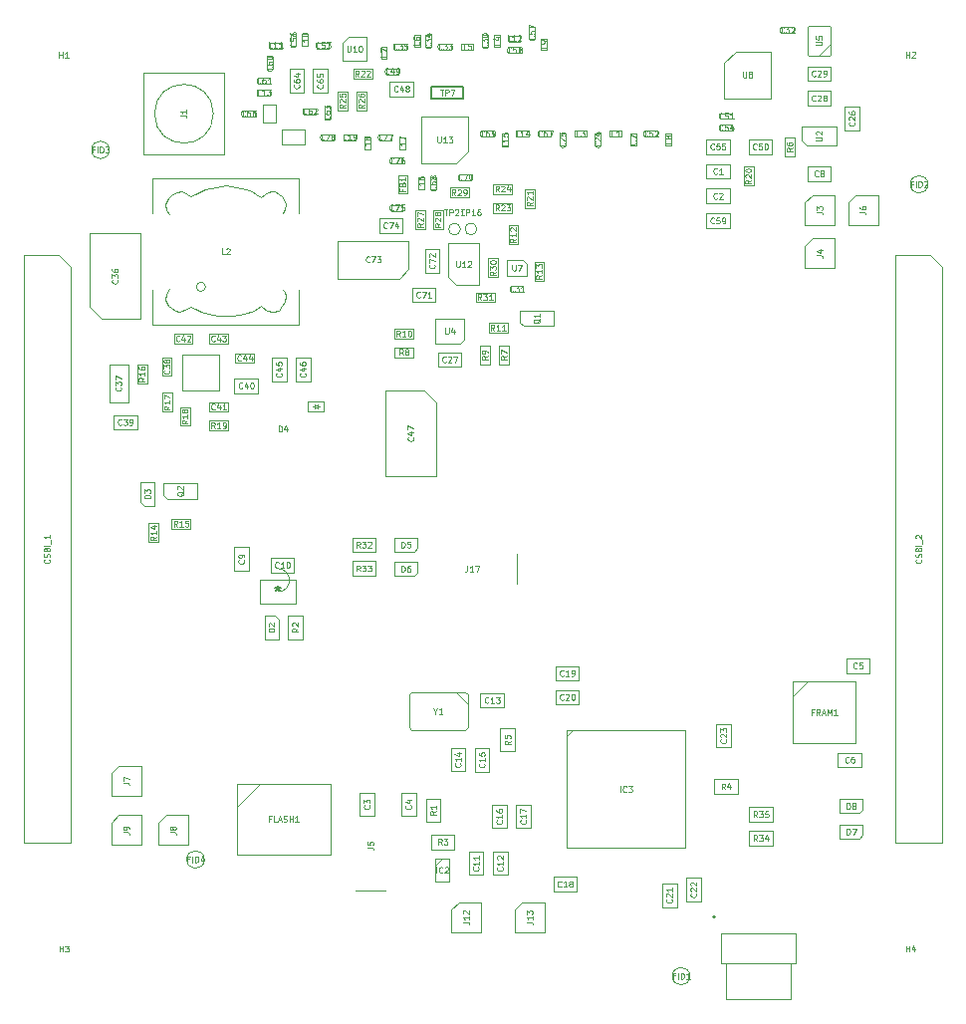
<source format=gbr>
G04 #@! TF.GenerationSoftware,KiCad,Pcbnew,(6.0.1)*
G04 #@! TF.CreationDate,2023-01-09T21:21:48+01:00*
G04 #@! TF.ProjectId,STS1_COBC_V2,53545331-5f43-44f4-9243-5f56322e6b69,rev?*
G04 #@! TF.SameCoordinates,Original*
G04 #@! TF.FileFunction,AssemblyDrawing,Top*
%FSLAX46Y46*%
G04 Gerber Fmt 4.6, Leading zero omitted, Abs format (unit mm)*
G04 Created by KiCad (PCBNEW (6.0.1)) date 2023-01-09 21:21:48*
%MOMM*%
%LPD*%
G01*
G04 APERTURE LIST*
%ADD10C,0.100000*%
%ADD11C,0.150000*%
%ADD12C,0.200000*%
G04 APERTURE END LIST*
D10*
X193096825Y-57264285D02*
X192930159Y-57264285D01*
X192930159Y-57526190D02*
X192930159Y-57026190D01*
X193168254Y-57026190D01*
X193358730Y-57526190D02*
X193358730Y-57026190D01*
X193596825Y-57526190D02*
X193596825Y-57026190D01*
X193715873Y-57026190D01*
X193787301Y-57050000D01*
X193834920Y-57097619D01*
X193858730Y-57145238D01*
X193882540Y-57240476D01*
X193882540Y-57311904D01*
X193858730Y-57407142D01*
X193834920Y-57454761D01*
X193787301Y-57502380D01*
X193715873Y-57526190D01*
X193596825Y-57526190D01*
X194073016Y-57073809D02*
X194096825Y-57050000D01*
X194144444Y-57026190D01*
X194263492Y-57026190D01*
X194311111Y-57050000D01*
X194334920Y-57073809D01*
X194358730Y-57121428D01*
X194358730Y-57169047D01*
X194334920Y-57240476D01*
X194049206Y-57526190D01*
X194358730Y-57526190D01*
X123501285Y-54339785D02*
X123334619Y-54339785D01*
X123334619Y-54601690D02*
X123334619Y-54101690D01*
X123572714Y-54101690D01*
X123763190Y-54601690D02*
X123763190Y-54101690D01*
X124001285Y-54601690D02*
X124001285Y-54101690D01*
X124120333Y-54101690D01*
X124191761Y-54125500D01*
X124239380Y-54173119D01*
X124263190Y-54220738D01*
X124287000Y-54315976D01*
X124287000Y-54387404D01*
X124263190Y-54482642D01*
X124239380Y-54530261D01*
X124191761Y-54577880D01*
X124120333Y-54601690D01*
X124001285Y-54601690D01*
X124453666Y-54101690D02*
X124763190Y-54101690D01*
X124596523Y-54292166D01*
X124667952Y-54292166D01*
X124715571Y-54315976D01*
X124739380Y-54339785D01*
X124763190Y-54387404D01*
X124763190Y-54506452D01*
X124739380Y-54554071D01*
X124715571Y-54577880D01*
X124667952Y-54601690D01*
X124525095Y-54601690D01*
X124477476Y-54577880D01*
X124453666Y-54554071D01*
X131586285Y-114654285D02*
X131419619Y-114654285D01*
X131419619Y-114916190D02*
X131419619Y-114416190D01*
X131657714Y-114416190D01*
X131848190Y-114916190D02*
X131848190Y-114416190D01*
X132086285Y-114916190D02*
X132086285Y-114416190D01*
X132205333Y-114416190D01*
X132276761Y-114440000D01*
X132324380Y-114487619D01*
X132348190Y-114535238D01*
X132372000Y-114630476D01*
X132372000Y-114701904D01*
X132348190Y-114797142D01*
X132324380Y-114844761D01*
X132276761Y-114892380D01*
X132205333Y-114916190D01*
X132086285Y-114916190D01*
X132800571Y-114582857D02*
X132800571Y-114916190D01*
X132681523Y-114392380D02*
X132562476Y-114749523D01*
X132872000Y-114749523D01*
X192519047Y-46526190D02*
X192519047Y-46026190D01*
X192519047Y-46264285D02*
X192804761Y-46264285D01*
X192804761Y-46526190D02*
X192804761Y-46026190D01*
X193019047Y-46073809D02*
X193042857Y-46050000D01*
X193090476Y-46026190D01*
X193209523Y-46026190D01*
X193257142Y-46050000D01*
X193280952Y-46073809D01*
X193304761Y-46121428D01*
X193304761Y-46169047D01*
X193280952Y-46240476D01*
X192995238Y-46526190D01*
X193304761Y-46526190D01*
X120549047Y-122526190D02*
X120549047Y-122026190D01*
X120549047Y-122264285D02*
X120834761Y-122264285D01*
X120834761Y-122526190D02*
X120834761Y-122026190D01*
X121025238Y-122026190D02*
X121334761Y-122026190D01*
X121168095Y-122216666D01*
X121239523Y-122216666D01*
X121287142Y-122240476D01*
X121310952Y-122264285D01*
X121334761Y-122311904D01*
X121334761Y-122430952D01*
X121310952Y-122478571D01*
X121287142Y-122502380D01*
X121239523Y-122526190D01*
X121096666Y-122526190D01*
X121049047Y-122502380D01*
X121025238Y-122478571D01*
X192519047Y-122526190D02*
X192519047Y-122026190D01*
X192519047Y-122264285D02*
X192804761Y-122264285D01*
X192804761Y-122526190D02*
X192804761Y-122026190D01*
X193257142Y-122192857D02*
X193257142Y-122526190D01*
X193138095Y-122002380D02*
X193019047Y-122359523D01*
X193328571Y-122359523D01*
X172864285Y-124564285D02*
X172697619Y-124564285D01*
X172697619Y-124826190D02*
X172697619Y-124326190D01*
X172935714Y-124326190D01*
X173126190Y-124826190D02*
X173126190Y-124326190D01*
X173364285Y-124826190D02*
X173364285Y-124326190D01*
X173483333Y-124326190D01*
X173554761Y-124350000D01*
X173602380Y-124397619D01*
X173626190Y-124445238D01*
X173650000Y-124540476D01*
X173650000Y-124611904D01*
X173626190Y-124707142D01*
X173602380Y-124754761D01*
X173554761Y-124802380D01*
X173483333Y-124826190D01*
X173364285Y-124826190D01*
X174126190Y-124826190D02*
X173840476Y-124826190D01*
X173983333Y-124826190D02*
X173983333Y-124326190D01*
X173935714Y-124397619D01*
X173888095Y-124445238D01*
X173840476Y-124469047D01*
X193778571Y-89180952D02*
X193802380Y-89204761D01*
X193826190Y-89276190D01*
X193826190Y-89323809D01*
X193802380Y-89395238D01*
X193754761Y-89442857D01*
X193707142Y-89466666D01*
X193611904Y-89490476D01*
X193540476Y-89490476D01*
X193445238Y-89466666D01*
X193397619Y-89442857D01*
X193350000Y-89395238D01*
X193326190Y-89323809D01*
X193326190Y-89276190D01*
X193350000Y-89204761D01*
X193373809Y-89180952D01*
X193802380Y-88990476D02*
X193826190Y-88919047D01*
X193826190Y-88800000D01*
X193802380Y-88752380D01*
X193778571Y-88728571D01*
X193730952Y-88704761D01*
X193683333Y-88704761D01*
X193635714Y-88728571D01*
X193611904Y-88752380D01*
X193588095Y-88800000D01*
X193564285Y-88895238D01*
X193540476Y-88942857D01*
X193516666Y-88966666D01*
X193469047Y-88990476D01*
X193421428Y-88990476D01*
X193373809Y-88966666D01*
X193350000Y-88942857D01*
X193326190Y-88895238D01*
X193326190Y-88776190D01*
X193350000Y-88704761D01*
X193564285Y-88323809D02*
X193588095Y-88252380D01*
X193611904Y-88228571D01*
X193659523Y-88204761D01*
X193730952Y-88204761D01*
X193778571Y-88228571D01*
X193802380Y-88252380D01*
X193826190Y-88300000D01*
X193826190Y-88490476D01*
X193326190Y-88490476D01*
X193326190Y-88323809D01*
X193350000Y-88276190D01*
X193373809Y-88252380D01*
X193421428Y-88228571D01*
X193469047Y-88228571D01*
X193516666Y-88252380D01*
X193540476Y-88276190D01*
X193564285Y-88323809D01*
X193564285Y-88490476D01*
X193826190Y-87990476D02*
X193326190Y-87990476D01*
X193873809Y-87871428D02*
X193873809Y-87490476D01*
X193373809Y-87395238D02*
X193350000Y-87371428D01*
X193326190Y-87323809D01*
X193326190Y-87204761D01*
X193350000Y-87157142D01*
X193373809Y-87133333D01*
X193421428Y-87109523D01*
X193469047Y-87109523D01*
X193540476Y-87133333D01*
X193826190Y-87419047D01*
X193826190Y-87109523D01*
X120519047Y-46526190D02*
X120519047Y-46026190D01*
X120519047Y-46264285D02*
X120804761Y-46264285D01*
X120804761Y-46526190D02*
X120804761Y-46026190D01*
X121304761Y-46526190D02*
X121019047Y-46526190D01*
X121161904Y-46526190D02*
X121161904Y-46026190D01*
X121114285Y-46097619D01*
X121066666Y-46145238D01*
X121019047Y-46169047D01*
X119678571Y-89180952D02*
X119702380Y-89204761D01*
X119726190Y-89276190D01*
X119726190Y-89323809D01*
X119702380Y-89395238D01*
X119654761Y-89442857D01*
X119607142Y-89466666D01*
X119511904Y-89490476D01*
X119440476Y-89490476D01*
X119345238Y-89466666D01*
X119297619Y-89442857D01*
X119250000Y-89395238D01*
X119226190Y-89323809D01*
X119226190Y-89276190D01*
X119250000Y-89204761D01*
X119273809Y-89180952D01*
X119702380Y-88990476D02*
X119726190Y-88919047D01*
X119726190Y-88800000D01*
X119702380Y-88752380D01*
X119678571Y-88728571D01*
X119630952Y-88704761D01*
X119583333Y-88704761D01*
X119535714Y-88728571D01*
X119511904Y-88752380D01*
X119488095Y-88800000D01*
X119464285Y-88895238D01*
X119440476Y-88942857D01*
X119416666Y-88966666D01*
X119369047Y-88990476D01*
X119321428Y-88990476D01*
X119273809Y-88966666D01*
X119250000Y-88942857D01*
X119226190Y-88895238D01*
X119226190Y-88776190D01*
X119250000Y-88704761D01*
X119464285Y-88323809D02*
X119488095Y-88252380D01*
X119511904Y-88228571D01*
X119559523Y-88204761D01*
X119630952Y-88204761D01*
X119678571Y-88228571D01*
X119702380Y-88252380D01*
X119726190Y-88300000D01*
X119726190Y-88490476D01*
X119226190Y-88490476D01*
X119226190Y-88323809D01*
X119250000Y-88276190D01*
X119273809Y-88252380D01*
X119321428Y-88228571D01*
X119369047Y-88228571D01*
X119416666Y-88252380D01*
X119440476Y-88276190D01*
X119464285Y-88323809D01*
X119464285Y-88490476D01*
X119726190Y-87990476D02*
X119226190Y-87990476D01*
X119773809Y-87871428D02*
X119773809Y-87490476D01*
X119726190Y-87109523D02*
X119726190Y-87395238D01*
X119726190Y-87252380D02*
X119226190Y-87252380D01*
X119297619Y-87300000D01*
X119345238Y-87347619D01*
X119369047Y-87395238D01*
X149211111Y-45778571D02*
X149187301Y-45802380D01*
X149115873Y-45826190D01*
X149068254Y-45826190D01*
X148996825Y-45802380D01*
X148949206Y-45754761D01*
X148925397Y-45707142D01*
X148901587Y-45611904D01*
X148901587Y-45540476D01*
X148925397Y-45445238D01*
X148949206Y-45397619D01*
X148996825Y-45350000D01*
X149068254Y-45326190D01*
X149115873Y-45326190D01*
X149187301Y-45350000D01*
X149211111Y-45373809D01*
X149377778Y-45326190D02*
X149687301Y-45326190D01*
X149520635Y-45516666D01*
X149592063Y-45516666D01*
X149639682Y-45540476D01*
X149663492Y-45564285D01*
X149687301Y-45611904D01*
X149687301Y-45730952D01*
X149663492Y-45778571D01*
X149639682Y-45802380D01*
X149592063Y-45826190D01*
X149449206Y-45826190D01*
X149401587Y-45802380D01*
X149377778Y-45778571D01*
X150139682Y-45326190D02*
X149901587Y-45326190D01*
X149877778Y-45564285D01*
X149901587Y-45540476D01*
X149949206Y-45516666D01*
X150068254Y-45516666D01*
X150115873Y-45540476D01*
X150139682Y-45564285D01*
X150163492Y-45611904D01*
X150163492Y-45730952D01*
X150139682Y-45778571D01*
X150115873Y-45802380D01*
X150068254Y-45826190D01*
X149949206Y-45826190D01*
X149901587Y-45802380D01*
X149877778Y-45778571D01*
X128264190Y-83989047D02*
X127764190Y-83989047D01*
X127764190Y-83870000D01*
X127788000Y-83798571D01*
X127835619Y-83750952D01*
X127883238Y-83727142D01*
X127978476Y-83703333D01*
X128049904Y-83703333D01*
X128145142Y-83727142D01*
X128192761Y-83750952D01*
X128240380Y-83798571D01*
X128264190Y-83870000D01*
X128264190Y-83989047D01*
X127764190Y-83536666D02*
X127764190Y-83227142D01*
X127954666Y-83393809D01*
X127954666Y-83322380D01*
X127978476Y-83274761D01*
X128002285Y-83250952D01*
X128049904Y-83227142D01*
X128168952Y-83227142D01*
X128216571Y-83250952D01*
X128240380Y-83274761D01*
X128264190Y-83322380D01*
X128264190Y-83465238D01*
X128240380Y-83512857D01*
X128216571Y-83536666D01*
X144911111Y-53526190D02*
X144673016Y-53526190D01*
X144673016Y-53026190D01*
X145339682Y-53526190D02*
X145053968Y-53526190D01*
X145196825Y-53526190D02*
X145196825Y-53026190D01*
X145149206Y-53097619D01*
X145101587Y-53145238D01*
X145053968Y-53169047D01*
X145577778Y-53526190D02*
X145673016Y-53526190D01*
X145720635Y-53502380D01*
X145744444Y-53478571D01*
X145792063Y-53407142D01*
X145815873Y-53311904D01*
X145815873Y-53121428D01*
X145792063Y-53073809D01*
X145768254Y-53050000D01*
X145720635Y-53026190D01*
X145625397Y-53026190D01*
X145577778Y-53050000D01*
X145553968Y-53073809D01*
X145530159Y-53121428D01*
X145530159Y-53240476D01*
X145553968Y-53288095D01*
X145577778Y-53311904D01*
X145625397Y-53335714D01*
X145720635Y-53335714D01*
X145768254Y-53311904D01*
X145792063Y-53288095D01*
X145815873Y-53240476D01*
X152524444Y-102068095D02*
X152524444Y-102306190D01*
X152357778Y-101806190D02*
X152524444Y-102068095D01*
X152691111Y-101806190D01*
X153119682Y-102306190D02*
X152833968Y-102306190D01*
X152976825Y-102306190D02*
X152976825Y-101806190D01*
X152929206Y-101877619D01*
X152881587Y-101925238D01*
X152833968Y-101949047D01*
X141434571Y-73346928D02*
X141458380Y-73370738D01*
X141482190Y-73442166D01*
X141482190Y-73489785D01*
X141458380Y-73561214D01*
X141410761Y-73608833D01*
X141363142Y-73632642D01*
X141267904Y-73656452D01*
X141196476Y-73656452D01*
X141101238Y-73632642D01*
X141053619Y-73608833D01*
X141006000Y-73561214D01*
X140982190Y-73489785D01*
X140982190Y-73442166D01*
X141006000Y-73370738D01*
X141029809Y-73346928D01*
X141148857Y-72918357D02*
X141482190Y-72918357D01*
X140958380Y-73037404D02*
X141315523Y-73156452D01*
X141315523Y-72846928D01*
X140982190Y-72442166D02*
X140982190Y-72537404D01*
X141006000Y-72585023D01*
X141029809Y-72608833D01*
X141101238Y-72656452D01*
X141196476Y-72680261D01*
X141386952Y-72680261D01*
X141434571Y-72656452D01*
X141458380Y-72632642D01*
X141482190Y-72585023D01*
X141482190Y-72489785D01*
X141458380Y-72442166D01*
X141434571Y-72418357D01*
X141386952Y-72394547D01*
X141267904Y-72394547D01*
X141220285Y-72418357D01*
X141196476Y-72442166D01*
X141172666Y-72489785D01*
X141172666Y-72585023D01*
X141196476Y-72632642D01*
X141220285Y-72656452D01*
X141267904Y-72680261D01*
X148411111Y-60978571D02*
X148387301Y-61002380D01*
X148315873Y-61026190D01*
X148268254Y-61026190D01*
X148196825Y-61002380D01*
X148149206Y-60954761D01*
X148125397Y-60907142D01*
X148101587Y-60811904D01*
X148101587Y-60740476D01*
X148125397Y-60645238D01*
X148149206Y-60597619D01*
X148196825Y-60550000D01*
X148268254Y-60526190D01*
X148315873Y-60526190D01*
X148387301Y-60550000D01*
X148411111Y-60573809D01*
X148577778Y-60526190D02*
X148911111Y-60526190D01*
X148696825Y-61026190D01*
X149315873Y-60692857D02*
X149315873Y-61026190D01*
X149196825Y-60502380D02*
X149077778Y-60859523D01*
X149387301Y-60859523D01*
X152558730Y-110583333D02*
X152320635Y-110750000D01*
X152558730Y-110869047D02*
X152058730Y-110869047D01*
X152058730Y-110678571D01*
X152082540Y-110630952D01*
X152106349Y-110607142D01*
X152153968Y-110583333D01*
X152225397Y-110583333D01*
X152273016Y-110607142D01*
X152296825Y-110630952D01*
X152320635Y-110678571D01*
X152320635Y-110869047D01*
X152558730Y-110107142D02*
X152558730Y-110392857D01*
X152558730Y-110250000D02*
X152058730Y-110250000D01*
X152130159Y-110297619D01*
X152177778Y-110345238D01*
X152201587Y-110392857D01*
X141511111Y-51278571D02*
X141487301Y-51302380D01*
X141415873Y-51326190D01*
X141368254Y-51326190D01*
X141296825Y-51302380D01*
X141249206Y-51254761D01*
X141225397Y-51207142D01*
X141201587Y-51111904D01*
X141201587Y-51040476D01*
X141225397Y-50945238D01*
X141249206Y-50897619D01*
X141296825Y-50850000D01*
X141368254Y-50826190D01*
X141415873Y-50826190D01*
X141487301Y-50850000D01*
X141511111Y-50873809D01*
X141939682Y-50826190D02*
X141844444Y-50826190D01*
X141796825Y-50850000D01*
X141773016Y-50873809D01*
X141725397Y-50945238D01*
X141701587Y-51040476D01*
X141701587Y-51230952D01*
X141725397Y-51278571D01*
X141749206Y-51302380D01*
X141796825Y-51326190D01*
X141892063Y-51326190D01*
X141939682Y-51302380D01*
X141963492Y-51278571D01*
X141987301Y-51230952D01*
X141987301Y-51111904D01*
X141963492Y-51064285D01*
X141939682Y-51040476D01*
X141892063Y-51016666D01*
X141796825Y-51016666D01*
X141749206Y-51040476D01*
X141725397Y-51064285D01*
X141701587Y-51111904D01*
X142177778Y-50873809D02*
X142201587Y-50850000D01*
X142249206Y-50826190D01*
X142368254Y-50826190D01*
X142415873Y-50850000D01*
X142439682Y-50873809D01*
X142463492Y-50921428D01*
X142463492Y-50969047D01*
X142439682Y-51040476D01*
X142153968Y-51326190D01*
X142463492Y-51326190D01*
X179811111Y-54278571D02*
X179787301Y-54302380D01*
X179715873Y-54326190D01*
X179668254Y-54326190D01*
X179596825Y-54302380D01*
X179549206Y-54254761D01*
X179525397Y-54207142D01*
X179501587Y-54111904D01*
X179501587Y-54040476D01*
X179525397Y-53945238D01*
X179549206Y-53897619D01*
X179596825Y-53850000D01*
X179668254Y-53826190D01*
X179715873Y-53826190D01*
X179787301Y-53850000D01*
X179811111Y-53873809D01*
X180263492Y-53826190D02*
X180025397Y-53826190D01*
X180001587Y-54064285D01*
X180025397Y-54040476D01*
X180073016Y-54016666D01*
X180192063Y-54016666D01*
X180239682Y-54040476D01*
X180263492Y-54064285D01*
X180287301Y-54111904D01*
X180287301Y-54230952D01*
X180263492Y-54278571D01*
X180239682Y-54302380D01*
X180192063Y-54326190D01*
X180073016Y-54326190D01*
X180025397Y-54302380D01*
X180001587Y-54278571D01*
X180596825Y-53826190D02*
X180644444Y-53826190D01*
X180692063Y-53850000D01*
X180715873Y-53873809D01*
X180739682Y-53921428D01*
X180763492Y-54016666D01*
X180763492Y-54135714D01*
X180739682Y-54230952D01*
X180715873Y-54278571D01*
X180692063Y-54302380D01*
X180644444Y-54326190D01*
X180596825Y-54326190D01*
X180549206Y-54302380D01*
X180525397Y-54278571D01*
X180501587Y-54230952D01*
X180477778Y-54135714D01*
X180477778Y-54016666D01*
X180501587Y-53921428D01*
X180525397Y-53873809D01*
X180549206Y-53850000D01*
X180596825Y-53826190D01*
X160911111Y-44721428D02*
X160934920Y-44745238D01*
X160958730Y-44816666D01*
X160958730Y-44864285D01*
X160934920Y-44935714D01*
X160887301Y-44983333D01*
X160839682Y-45007142D01*
X160744444Y-45030952D01*
X160673016Y-45030952D01*
X160577778Y-45007142D01*
X160530159Y-44983333D01*
X160482540Y-44935714D01*
X160458730Y-44864285D01*
X160458730Y-44816666D01*
X160482540Y-44745238D01*
X160506349Y-44721428D01*
X160458730Y-44269047D02*
X160458730Y-44507142D01*
X160696825Y-44530952D01*
X160673016Y-44507142D01*
X160649206Y-44459523D01*
X160649206Y-44340476D01*
X160673016Y-44292857D01*
X160696825Y-44269047D01*
X160744444Y-44245238D01*
X160863492Y-44245238D01*
X160911111Y-44269047D01*
X160934920Y-44292857D01*
X160958730Y-44340476D01*
X160958730Y-44459523D01*
X160934920Y-44507142D01*
X160911111Y-44530952D01*
X160458730Y-44078571D02*
X160458730Y-43745238D01*
X160958730Y-43959523D01*
X129853571Y-73109928D02*
X129877380Y-73133738D01*
X129901190Y-73205166D01*
X129901190Y-73252785D01*
X129877380Y-73324214D01*
X129829761Y-73371833D01*
X129782142Y-73395642D01*
X129686904Y-73419452D01*
X129615476Y-73419452D01*
X129520238Y-73395642D01*
X129472619Y-73371833D01*
X129425000Y-73324214D01*
X129401190Y-73252785D01*
X129401190Y-73205166D01*
X129425000Y-73133738D01*
X129448809Y-73109928D01*
X129401190Y-72943261D02*
X129401190Y-72633738D01*
X129591666Y-72800404D01*
X129591666Y-72728976D01*
X129615476Y-72681357D01*
X129639285Y-72657547D01*
X129686904Y-72633738D01*
X129805952Y-72633738D01*
X129853571Y-72657547D01*
X129877380Y-72681357D01*
X129901190Y-72728976D01*
X129901190Y-72871833D01*
X129877380Y-72919452D01*
X129853571Y-72943261D01*
X129615476Y-72348023D02*
X129591666Y-72395642D01*
X129567857Y-72419452D01*
X129520238Y-72443261D01*
X129496428Y-72443261D01*
X129448809Y-72419452D01*
X129425000Y-72395642D01*
X129401190Y-72348023D01*
X129401190Y-72252785D01*
X129425000Y-72205166D01*
X129448809Y-72181357D01*
X129496428Y-72157547D01*
X129520238Y-72157547D01*
X129567857Y-72181357D01*
X129591666Y-72205166D01*
X129615476Y-72252785D01*
X129615476Y-72348023D01*
X129639285Y-72395642D01*
X129663095Y-72419452D01*
X129710714Y-72443261D01*
X129805952Y-72443261D01*
X129853571Y-72419452D01*
X129877380Y-72395642D01*
X129901190Y-72348023D01*
X129901190Y-72252785D01*
X129877380Y-72205166D01*
X129853571Y-72181357D01*
X129805952Y-72157547D01*
X129710714Y-72157547D01*
X129663095Y-72181357D01*
X129639285Y-72205166D01*
X129615476Y-72252785D01*
X125821571Y-77710071D02*
X125797761Y-77733880D01*
X125726333Y-77757690D01*
X125678714Y-77757690D01*
X125607285Y-77733880D01*
X125559666Y-77686261D01*
X125535857Y-77638642D01*
X125512047Y-77543404D01*
X125512047Y-77471976D01*
X125535857Y-77376738D01*
X125559666Y-77329119D01*
X125607285Y-77281500D01*
X125678714Y-77257690D01*
X125726333Y-77257690D01*
X125797761Y-77281500D01*
X125821571Y-77305309D01*
X125988238Y-77257690D02*
X126297761Y-77257690D01*
X126131095Y-77448166D01*
X126202523Y-77448166D01*
X126250142Y-77471976D01*
X126273952Y-77495785D01*
X126297761Y-77543404D01*
X126297761Y-77662452D01*
X126273952Y-77710071D01*
X126250142Y-77733880D01*
X126202523Y-77757690D01*
X126059666Y-77757690D01*
X126012047Y-77733880D01*
X125988238Y-77710071D01*
X126535857Y-77757690D02*
X126631095Y-77757690D01*
X126678714Y-77733880D01*
X126702523Y-77710071D01*
X126750142Y-77638642D01*
X126773952Y-77543404D01*
X126773952Y-77352928D01*
X126750142Y-77305309D01*
X126726333Y-77281500D01*
X126678714Y-77257690D01*
X126583476Y-77257690D01*
X126535857Y-77281500D01*
X126512047Y-77305309D01*
X126488238Y-77352928D01*
X126488238Y-77471976D01*
X126512047Y-77519595D01*
X126535857Y-77543404D01*
X126583476Y-77567214D01*
X126678714Y-77567214D01*
X126726333Y-77543404D01*
X126750142Y-77519595D01*
X126773952Y-77471976D01*
X172581111Y-118051428D02*
X172604920Y-118075238D01*
X172628730Y-118146666D01*
X172628730Y-118194285D01*
X172604920Y-118265714D01*
X172557301Y-118313333D01*
X172509682Y-118337142D01*
X172414444Y-118360952D01*
X172343016Y-118360952D01*
X172247778Y-118337142D01*
X172200159Y-118313333D01*
X172152540Y-118265714D01*
X172128730Y-118194285D01*
X172128730Y-118146666D01*
X172152540Y-118075238D01*
X172176349Y-118051428D01*
X172176349Y-117860952D02*
X172152540Y-117837142D01*
X172128730Y-117789523D01*
X172128730Y-117670476D01*
X172152540Y-117622857D01*
X172176349Y-117599047D01*
X172223968Y-117575238D01*
X172271587Y-117575238D01*
X172343016Y-117599047D01*
X172628730Y-117884761D01*
X172628730Y-117575238D01*
X172628730Y-117099047D02*
X172628730Y-117384761D01*
X172628730Y-117241904D02*
X172128730Y-117241904D01*
X172200159Y-117289523D01*
X172247778Y-117337142D01*
X172271587Y-117384761D01*
X129925190Y-76137928D02*
X129687095Y-76304595D01*
X129925190Y-76423642D02*
X129425190Y-76423642D01*
X129425190Y-76233166D01*
X129449000Y-76185547D01*
X129472809Y-76161738D01*
X129520428Y-76137928D01*
X129591857Y-76137928D01*
X129639476Y-76161738D01*
X129663285Y-76185547D01*
X129687095Y-76233166D01*
X129687095Y-76423642D01*
X129925190Y-75661738D02*
X129925190Y-75947452D01*
X129925190Y-75804595D02*
X129425190Y-75804595D01*
X129496619Y-75852214D01*
X129544238Y-75899833D01*
X129568047Y-75947452D01*
X129425190Y-75495071D02*
X129425190Y-75161738D01*
X129925190Y-75376023D01*
X163403571Y-101070571D02*
X163379761Y-101094380D01*
X163308333Y-101118190D01*
X163260714Y-101118190D01*
X163189285Y-101094380D01*
X163141666Y-101046761D01*
X163117857Y-100999142D01*
X163094047Y-100903904D01*
X163094047Y-100832476D01*
X163117857Y-100737238D01*
X163141666Y-100689619D01*
X163189285Y-100642000D01*
X163260714Y-100618190D01*
X163308333Y-100618190D01*
X163379761Y-100642000D01*
X163403571Y-100665809D01*
X163594047Y-100665809D02*
X163617857Y-100642000D01*
X163665476Y-100618190D01*
X163784523Y-100618190D01*
X163832142Y-100642000D01*
X163855952Y-100665809D01*
X163879761Y-100713428D01*
X163879761Y-100761047D01*
X163855952Y-100832476D01*
X163570238Y-101118190D01*
X163879761Y-101118190D01*
X164189285Y-100618190D02*
X164236904Y-100618190D01*
X164284523Y-100642000D01*
X164308333Y-100665809D01*
X164332142Y-100713428D01*
X164355952Y-100808666D01*
X164355952Y-100927714D01*
X164332142Y-101022952D01*
X164308333Y-101070571D01*
X164284523Y-101094380D01*
X164236904Y-101118190D01*
X164189285Y-101118190D01*
X164141666Y-101094380D01*
X164117857Y-101070571D01*
X164094047Y-101022952D01*
X164070238Y-100927714D01*
X164070238Y-100808666D01*
X164094047Y-100713428D01*
X164117857Y-100665809D01*
X164141666Y-100642000D01*
X164189285Y-100618190D01*
X154663492Y-59426190D02*
X154949206Y-59426190D01*
X154806349Y-59926190D02*
X154806349Y-59426190D01*
X155115873Y-59926190D02*
X155115873Y-59426190D01*
X155306349Y-59426190D01*
X155353968Y-59450000D01*
X155377778Y-59473809D01*
X155401587Y-59521428D01*
X155401587Y-59592857D01*
X155377778Y-59640476D01*
X155353968Y-59664285D01*
X155306349Y-59688095D01*
X155115873Y-59688095D01*
X155877778Y-59926190D02*
X155592063Y-59926190D01*
X155734920Y-59926190D02*
X155734920Y-59426190D01*
X155687301Y-59497619D01*
X155639682Y-59545238D01*
X155592063Y-59569047D01*
X156306349Y-59426190D02*
X156211111Y-59426190D01*
X156163492Y-59450000D01*
X156139682Y-59473809D01*
X156092063Y-59545238D01*
X156068254Y-59640476D01*
X156068254Y-59830952D01*
X156092063Y-59878571D01*
X156115873Y-59902380D01*
X156163492Y-59926190D01*
X156258730Y-59926190D01*
X156306349Y-59902380D01*
X156330159Y-59878571D01*
X156353968Y-59830952D01*
X156353968Y-59711904D01*
X156330159Y-59664285D01*
X156306349Y-59640476D01*
X156258730Y-59616666D01*
X156163492Y-59616666D01*
X156115873Y-59640476D01*
X156092063Y-59664285D01*
X156068254Y-59711904D01*
X140611111Y-45321428D02*
X140634920Y-45345238D01*
X140658730Y-45416666D01*
X140658730Y-45464285D01*
X140634920Y-45535714D01*
X140587301Y-45583333D01*
X140539682Y-45607142D01*
X140444444Y-45630952D01*
X140373016Y-45630952D01*
X140277778Y-45607142D01*
X140230159Y-45583333D01*
X140182540Y-45535714D01*
X140158730Y-45464285D01*
X140158730Y-45416666D01*
X140182540Y-45345238D01*
X140206349Y-45321428D01*
X140158730Y-44869047D02*
X140158730Y-45107142D01*
X140396825Y-45130952D01*
X140373016Y-45107142D01*
X140349206Y-45059523D01*
X140349206Y-44940476D01*
X140373016Y-44892857D01*
X140396825Y-44869047D01*
X140444444Y-44845238D01*
X140563492Y-44845238D01*
X140611111Y-44869047D01*
X140634920Y-44892857D01*
X140658730Y-44940476D01*
X140658730Y-45059523D01*
X140634920Y-45107142D01*
X140611111Y-45130952D01*
X140158730Y-44416666D02*
X140158730Y-44511904D01*
X140182540Y-44559523D01*
X140206349Y-44583333D01*
X140277778Y-44630952D01*
X140373016Y-44654761D01*
X140563492Y-44654761D01*
X140611111Y-44630952D01*
X140634920Y-44607142D01*
X140658730Y-44559523D01*
X140658730Y-44464285D01*
X140634920Y-44416666D01*
X140611111Y-44392857D01*
X140563492Y-44369047D01*
X140444444Y-44369047D01*
X140396825Y-44392857D01*
X140373016Y-44416666D01*
X140349206Y-44464285D01*
X140349206Y-44559523D01*
X140373016Y-44607142D01*
X140396825Y-44630952D01*
X140444444Y-44654761D01*
X184652333Y-102137285D02*
X184485666Y-102137285D01*
X184485666Y-102399190D02*
X184485666Y-101899190D01*
X184723761Y-101899190D01*
X185199952Y-102399190D02*
X185033285Y-102161095D01*
X184914238Y-102399190D02*
X184914238Y-101899190D01*
X185104714Y-101899190D01*
X185152333Y-101923000D01*
X185176142Y-101946809D01*
X185199952Y-101994428D01*
X185199952Y-102065857D01*
X185176142Y-102113476D01*
X185152333Y-102137285D01*
X185104714Y-102161095D01*
X184914238Y-102161095D01*
X185390428Y-102256333D02*
X185628523Y-102256333D01*
X185342809Y-102399190D02*
X185509476Y-101899190D01*
X185676142Y-102399190D01*
X185842809Y-102399190D02*
X185842809Y-101899190D01*
X186009476Y-102256333D01*
X186176142Y-101899190D01*
X186176142Y-102399190D01*
X186676142Y-102399190D02*
X186390428Y-102399190D01*
X186533285Y-102399190D02*
X186533285Y-101899190D01*
X186485666Y-101970619D01*
X186438047Y-102018238D01*
X186390428Y-102042047D01*
X176449206Y-56378571D02*
X176425397Y-56402380D01*
X176353968Y-56426190D01*
X176306349Y-56426190D01*
X176234920Y-56402380D01*
X176187301Y-56354761D01*
X176163492Y-56307142D01*
X176139682Y-56211904D01*
X176139682Y-56140476D01*
X176163492Y-56045238D01*
X176187301Y-55997619D01*
X176234920Y-55950000D01*
X176306349Y-55926190D01*
X176353968Y-55926190D01*
X176425397Y-55950000D01*
X176449206Y-55973809D01*
X176925397Y-56426190D02*
X176639682Y-56426190D01*
X176782540Y-56426190D02*
X176782540Y-55926190D01*
X176734920Y-55997619D01*
X176687301Y-56045238D01*
X176639682Y-56069047D01*
X164749206Y-53226190D02*
X164511111Y-53226190D01*
X164511111Y-52726190D01*
X164868254Y-52726190D02*
X165177778Y-52726190D01*
X165011111Y-52916666D01*
X165082540Y-52916666D01*
X165130159Y-52940476D01*
X165153968Y-52964285D01*
X165177778Y-53011904D01*
X165177778Y-53130952D01*
X165153968Y-53178571D01*
X165130159Y-53202380D01*
X165082540Y-53226190D01*
X164939682Y-53226190D01*
X164892063Y-53202380D01*
X164868254Y-53178571D01*
X160758730Y-58821428D02*
X160520635Y-58988095D01*
X160758730Y-59107142D02*
X160258730Y-59107142D01*
X160258730Y-58916666D01*
X160282540Y-58869047D01*
X160306349Y-58845238D01*
X160353968Y-58821428D01*
X160425397Y-58821428D01*
X160473016Y-58845238D01*
X160496825Y-58869047D01*
X160520635Y-58916666D01*
X160520635Y-59107142D01*
X160306349Y-58630952D02*
X160282540Y-58607142D01*
X160258730Y-58559523D01*
X160258730Y-58440476D01*
X160282540Y-58392857D01*
X160306349Y-58369047D01*
X160353968Y-58345238D01*
X160401587Y-58345238D01*
X160473016Y-58369047D01*
X160758730Y-58654761D01*
X160758730Y-58345238D01*
X160758730Y-57869047D02*
X160758730Y-58154761D01*
X160758730Y-58011904D02*
X160258730Y-58011904D01*
X160330159Y-58059523D01*
X160377778Y-58107142D01*
X160401587Y-58154761D01*
X148911111Y-55478571D02*
X148887301Y-55502380D01*
X148815873Y-55526190D01*
X148768254Y-55526190D01*
X148696825Y-55502380D01*
X148649206Y-55454761D01*
X148625397Y-55407142D01*
X148601587Y-55311904D01*
X148601587Y-55240476D01*
X148625397Y-55145238D01*
X148649206Y-55097619D01*
X148696825Y-55050000D01*
X148768254Y-55026190D01*
X148815873Y-55026190D01*
X148887301Y-55050000D01*
X148911111Y-55073809D01*
X149077778Y-55026190D02*
X149411111Y-55026190D01*
X149196825Y-55526190D01*
X149815873Y-55026190D02*
X149720635Y-55026190D01*
X149673016Y-55050000D01*
X149649206Y-55073809D01*
X149601587Y-55145238D01*
X149577778Y-55240476D01*
X149577778Y-55430952D01*
X149601587Y-55478571D01*
X149625397Y-55502380D01*
X149673016Y-55526190D01*
X149768254Y-55526190D01*
X149815873Y-55502380D01*
X149839682Y-55478571D01*
X149863492Y-55430952D01*
X149863492Y-55311904D01*
X149839682Y-55264285D01*
X149815873Y-55240476D01*
X149768254Y-55216666D01*
X149673016Y-55216666D01*
X149625397Y-55240476D01*
X149601587Y-55264285D01*
X149577778Y-55311904D01*
X160258730Y-120004761D02*
X160615873Y-120004761D01*
X160687301Y-120028571D01*
X160734920Y-120076190D01*
X160758730Y-120147619D01*
X160758730Y-120195238D01*
X160758730Y-119504761D02*
X160758730Y-119790476D01*
X160758730Y-119647619D02*
X160258730Y-119647619D01*
X160330159Y-119695238D01*
X160377778Y-119742857D01*
X160401587Y-119790476D01*
X160258730Y-119338095D02*
X160258730Y-119028571D01*
X160449206Y-119195238D01*
X160449206Y-119123809D01*
X160473016Y-119076190D01*
X160496825Y-119052380D01*
X160544444Y-119028571D01*
X160663492Y-119028571D01*
X160711111Y-119052380D01*
X160734920Y-119076190D01*
X160758730Y-119123809D01*
X160758730Y-119266666D01*
X160734920Y-119314285D01*
X160711111Y-119338095D01*
X153049206Y-113426190D02*
X152882540Y-113188095D01*
X152763492Y-113426190D02*
X152763492Y-112926190D01*
X152953968Y-112926190D01*
X153001587Y-112950000D01*
X153025397Y-112973809D01*
X153049206Y-113021428D01*
X153049206Y-113092857D01*
X153025397Y-113140476D01*
X153001587Y-113164285D01*
X152953968Y-113188095D01*
X152763492Y-113188095D01*
X153215873Y-112926190D02*
X153525397Y-112926190D01*
X153358730Y-113116666D01*
X153430159Y-113116666D01*
X153477778Y-113140476D01*
X153501587Y-113164285D01*
X153525397Y-113211904D01*
X153525397Y-113330952D01*
X153501587Y-113378571D01*
X153477778Y-113402380D01*
X153430159Y-113426190D01*
X153287301Y-113426190D01*
X153239682Y-113402380D01*
X153215873Y-113378571D01*
X138611111Y-47321428D02*
X138634920Y-47345238D01*
X138658730Y-47416666D01*
X138658730Y-47464285D01*
X138634920Y-47535714D01*
X138587301Y-47583333D01*
X138539682Y-47607142D01*
X138444444Y-47630952D01*
X138373016Y-47630952D01*
X138277778Y-47607142D01*
X138230159Y-47583333D01*
X138182540Y-47535714D01*
X138158730Y-47464285D01*
X138158730Y-47416666D01*
X138182540Y-47345238D01*
X138206349Y-47321428D01*
X138158730Y-46892857D02*
X138158730Y-46988095D01*
X138182540Y-47035714D01*
X138206349Y-47059523D01*
X138277778Y-47107142D01*
X138373016Y-47130952D01*
X138563492Y-47130952D01*
X138611111Y-47107142D01*
X138634920Y-47083333D01*
X138658730Y-47035714D01*
X138658730Y-46940476D01*
X138634920Y-46892857D01*
X138611111Y-46869047D01*
X138563492Y-46845238D01*
X138444444Y-46845238D01*
X138396825Y-46869047D01*
X138373016Y-46892857D01*
X138349206Y-46940476D01*
X138349206Y-47035714D01*
X138373016Y-47083333D01*
X138396825Y-47107142D01*
X138444444Y-47130952D01*
X138158730Y-46535714D02*
X138158730Y-46488095D01*
X138182540Y-46440476D01*
X138206349Y-46416666D01*
X138253968Y-46392857D01*
X138349206Y-46369047D01*
X138468254Y-46369047D01*
X138563492Y-46392857D01*
X138611111Y-46416666D01*
X138634920Y-46440476D01*
X138658730Y-46488095D01*
X138658730Y-46535714D01*
X138634920Y-46583333D01*
X138611111Y-46607142D01*
X138563492Y-46630952D01*
X138468254Y-46654761D01*
X138349206Y-46654761D01*
X138253968Y-46630952D01*
X138206349Y-46607142D01*
X138182540Y-46583333D01*
X138158730Y-46535714D01*
X161558730Y-65021428D02*
X161320635Y-65188095D01*
X161558730Y-65307142D02*
X161058730Y-65307142D01*
X161058730Y-65116666D01*
X161082540Y-65069047D01*
X161106349Y-65045238D01*
X161153968Y-65021428D01*
X161225397Y-65021428D01*
X161273016Y-65045238D01*
X161296825Y-65069047D01*
X161320635Y-65116666D01*
X161320635Y-65307142D01*
X161558730Y-64545238D02*
X161558730Y-64830952D01*
X161558730Y-64688095D02*
X161058730Y-64688095D01*
X161130159Y-64735714D01*
X161177778Y-64783333D01*
X161201587Y-64830952D01*
X161058730Y-64378571D02*
X161058730Y-64069047D01*
X161249206Y-64235714D01*
X161249206Y-64164285D01*
X161273016Y-64116666D01*
X161296825Y-64092857D01*
X161344444Y-64069047D01*
X161463492Y-64069047D01*
X161511111Y-64092857D01*
X161534920Y-64116666D01*
X161558730Y-64164285D01*
X161558730Y-64307142D01*
X161534920Y-64354761D01*
X161511111Y-64378571D01*
X154858730Y-120004761D02*
X155215873Y-120004761D01*
X155287301Y-120028571D01*
X155334920Y-120076190D01*
X155358730Y-120147619D01*
X155358730Y-120195238D01*
X155358730Y-119504761D02*
X155358730Y-119790476D01*
X155358730Y-119647619D02*
X154858730Y-119647619D01*
X154930159Y-119695238D01*
X154977778Y-119742857D01*
X155001587Y-119790476D01*
X154906349Y-119314285D02*
X154882540Y-119290476D01*
X154858730Y-119242857D01*
X154858730Y-119123809D01*
X154882540Y-119076190D01*
X154906349Y-119052380D01*
X154953968Y-119028571D01*
X155001587Y-119028571D01*
X155073016Y-119052380D01*
X155358730Y-119338095D01*
X155358730Y-119028571D01*
X125753571Y-74534928D02*
X125777380Y-74558738D01*
X125801190Y-74630166D01*
X125801190Y-74677785D01*
X125777380Y-74749214D01*
X125729761Y-74796833D01*
X125682142Y-74820642D01*
X125586904Y-74844452D01*
X125515476Y-74844452D01*
X125420238Y-74820642D01*
X125372619Y-74796833D01*
X125325000Y-74749214D01*
X125301190Y-74677785D01*
X125301190Y-74630166D01*
X125325000Y-74558738D01*
X125348809Y-74534928D01*
X125301190Y-74368261D02*
X125301190Y-74058738D01*
X125491666Y-74225404D01*
X125491666Y-74153976D01*
X125515476Y-74106357D01*
X125539285Y-74082547D01*
X125586904Y-74058738D01*
X125705952Y-74058738D01*
X125753571Y-74082547D01*
X125777380Y-74106357D01*
X125801190Y-74153976D01*
X125801190Y-74296833D01*
X125777380Y-74344452D01*
X125753571Y-74368261D01*
X125301190Y-73892071D02*
X125301190Y-73558738D01*
X125801190Y-73773023D01*
X143011111Y-53478571D02*
X142987301Y-53502380D01*
X142915873Y-53526190D01*
X142868254Y-53526190D01*
X142796825Y-53502380D01*
X142749206Y-53454761D01*
X142725397Y-53407142D01*
X142701587Y-53311904D01*
X142701587Y-53240476D01*
X142725397Y-53145238D01*
X142749206Y-53097619D01*
X142796825Y-53050000D01*
X142868254Y-53026190D01*
X142915873Y-53026190D01*
X142987301Y-53050000D01*
X143011111Y-53073809D01*
X143177778Y-53026190D02*
X143511111Y-53026190D01*
X143296825Y-53526190D01*
X143773016Y-53240476D02*
X143725397Y-53216666D01*
X143701587Y-53192857D01*
X143677778Y-53145238D01*
X143677778Y-53121428D01*
X143701587Y-53073809D01*
X143725397Y-53050000D01*
X143773016Y-53026190D01*
X143868254Y-53026190D01*
X143915873Y-53050000D01*
X143939682Y-53073809D01*
X143963492Y-53121428D01*
X143963492Y-53145238D01*
X143939682Y-53192857D01*
X143915873Y-53216666D01*
X143868254Y-53240476D01*
X143773016Y-53240476D01*
X143725397Y-53264285D01*
X143701587Y-53288095D01*
X143677778Y-53335714D01*
X143677778Y-53430952D01*
X143701587Y-53478571D01*
X143725397Y-53502380D01*
X143773016Y-53526190D01*
X143868254Y-53526190D01*
X143915873Y-53502380D01*
X143939682Y-53478571D01*
X143963492Y-53430952D01*
X143963492Y-53335714D01*
X143939682Y-53288095D01*
X143915873Y-53264285D01*
X143868254Y-53240476D01*
X161511111Y-53178571D02*
X161487301Y-53202380D01*
X161415873Y-53226190D01*
X161368254Y-53226190D01*
X161296825Y-53202380D01*
X161249206Y-53154761D01*
X161225397Y-53107142D01*
X161201587Y-53011904D01*
X161201587Y-52940476D01*
X161225397Y-52845238D01*
X161249206Y-52797619D01*
X161296825Y-52750000D01*
X161368254Y-52726190D01*
X161415873Y-52726190D01*
X161487301Y-52750000D01*
X161511111Y-52773809D01*
X161939682Y-52726190D02*
X161844444Y-52726190D01*
X161796825Y-52750000D01*
X161773016Y-52773809D01*
X161725397Y-52845238D01*
X161701587Y-52940476D01*
X161701587Y-53130952D01*
X161725397Y-53178571D01*
X161749206Y-53202380D01*
X161796825Y-53226190D01*
X161892063Y-53226190D01*
X161939682Y-53202380D01*
X161963492Y-53178571D01*
X161987301Y-53130952D01*
X161987301Y-53011904D01*
X161963492Y-52964285D01*
X161939682Y-52940476D01*
X161892063Y-52916666D01*
X161796825Y-52916666D01*
X161749206Y-52940476D01*
X161725397Y-52964285D01*
X161701587Y-53011904D01*
X162153968Y-52726190D02*
X162487301Y-52726190D01*
X162273016Y-53226190D01*
X156911111Y-45421428D02*
X156934920Y-45445238D01*
X156958730Y-45516666D01*
X156958730Y-45564285D01*
X156934920Y-45635714D01*
X156887301Y-45683333D01*
X156839682Y-45707142D01*
X156744444Y-45730952D01*
X156673016Y-45730952D01*
X156577778Y-45707142D01*
X156530159Y-45683333D01*
X156482540Y-45635714D01*
X156458730Y-45564285D01*
X156458730Y-45516666D01*
X156482540Y-45445238D01*
X156506349Y-45421428D01*
X156458730Y-45254761D02*
X156458730Y-44945238D01*
X156649206Y-45111904D01*
X156649206Y-45040476D01*
X156673016Y-44992857D01*
X156696825Y-44969047D01*
X156744444Y-44945238D01*
X156863492Y-44945238D01*
X156911111Y-44969047D01*
X156934920Y-44992857D01*
X156958730Y-45040476D01*
X156958730Y-45183333D01*
X156934920Y-45230952D01*
X156911111Y-45254761D01*
X156458730Y-44635714D02*
X156458730Y-44588095D01*
X156482540Y-44540476D01*
X156506349Y-44516666D01*
X156553968Y-44492857D01*
X156649206Y-44469047D01*
X156768254Y-44469047D01*
X156863492Y-44492857D01*
X156911111Y-44516666D01*
X156934920Y-44540476D01*
X156958730Y-44588095D01*
X156958730Y-44635714D01*
X156934920Y-44683333D01*
X156911111Y-44707142D01*
X156863492Y-44730952D01*
X156768254Y-44754761D01*
X156649206Y-44754761D01*
X156553968Y-44730952D01*
X156506349Y-44707142D01*
X156482540Y-44683333D01*
X156458730Y-44635714D01*
X174641111Y-117571428D02*
X174664920Y-117595238D01*
X174688730Y-117666666D01*
X174688730Y-117714285D01*
X174664920Y-117785714D01*
X174617301Y-117833333D01*
X174569682Y-117857142D01*
X174474444Y-117880952D01*
X174403016Y-117880952D01*
X174307778Y-117857142D01*
X174260159Y-117833333D01*
X174212540Y-117785714D01*
X174188730Y-117714285D01*
X174188730Y-117666666D01*
X174212540Y-117595238D01*
X174236349Y-117571428D01*
X174236349Y-117380952D02*
X174212540Y-117357142D01*
X174188730Y-117309523D01*
X174188730Y-117190476D01*
X174212540Y-117142857D01*
X174236349Y-117119047D01*
X174283968Y-117095238D01*
X174331587Y-117095238D01*
X174403016Y-117119047D01*
X174688730Y-117404761D01*
X174688730Y-117095238D01*
X174236349Y-116904761D02*
X174212540Y-116880952D01*
X174188730Y-116833333D01*
X174188730Y-116714285D01*
X174212540Y-116666666D01*
X174236349Y-116642857D01*
X174283968Y-116619047D01*
X174331587Y-116619047D01*
X174403016Y-116642857D01*
X174688730Y-116928571D01*
X174688730Y-116619047D01*
X138524206Y-111214285D02*
X138357540Y-111214285D01*
X138357540Y-111476190D02*
X138357540Y-110976190D01*
X138595635Y-110976190D01*
X139024206Y-111476190D02*
X138786111Y-111476190D01*
X138786111Y-110976190D01*
X139167063Y-111333333D02*
X139405159Y-111333333D01*
X139119444Y-111476190D02*
X139286111Y-110976190D01*
X139452778Y-111476190D01*
X139595635Y-111452380D02*
X139667063Y-111476190D01*
X139786111Y-111476190D01*
X139833730Y-111452380D01*
X139857540Y-111428571D01*
X139881349Y-111380952D01*
X139881349Y-111333333D01*
X139857540Y-111285714D01*
X139833730Y-111261904D01*
X139786111Y-111238095D01*
X139690873Y-111214285D01*
X139643254Y-111190476D01*
X139619444Y-111166666D01*
X139595635Y-111119047D01*
X139595635Y-111071428D01*
X139619444Y-111023809D01*
X139643254Y-111000000D01*
X139690873Y-110976190D01*
X139809920Y-110976190D01*
X139881349Y-111000000D01*
X140095635Y-111476190D02*
X140095635Y-110976190D01*
X140095635Y-111214285D02*
X140381349Y-111214285D01*
X140381349Y-111476190D02*
X140381349Y-110976190D01*
X140881349Y-111476190D02*
X140595635Y-111476190D01*
X140738492Y-111476190D02*
X140738492Y-110976190D01*
X140690873Y-111047619D01*
X140643254Y-111095238D01*
X140595635Y-111119047D01*
X163511111Y-53821428D02*
X163534920Y-53845238D01*
X163558730Y-53916666D01*
X163558730Y-53964285D01*
X163534920Y-54035714D01*
X163487301Y-54083333D01*
X163439682Y-54107142D01*
X163344444Y-54130952D01*
X163273016Y-54130952D01*
X163177778Y-54107142D01*
X163130159Y-54083333D01*
X163082540Y-54035714D01*
X163058730Y-53964285D01*
X163058730Y-53916666D01*
X163082540Y-53845238D01*
X163106349Y-53821428D01*
X163106349Y-53630952D02*
X163082540Y-53607142D01*
X163058730Y-53559523D01*
X163058730Y-53440476D01*
X163082540Y-53392857D01*
X163106349Y-53369047D01*
X163153968Y-53345238D01*
X163201587Y-53345238D01*
X163273016Y-53369047D01*
X163558730Y-53654761D01*
X163558730Y-53345238D01*
X163058730Y-52892857D02*
X163058730Y-53130952D01*
X163296825Y-53154761D01*
X163273016Y-53130952D01*
X163249206Y-53083333D01*
X163249206Y-52964285D01*
X163273016Y-52916666D01*
X163296825Y-52892857D01*
X163344444Y-52869047D01*
X163463492Y-52869047D01*
X163511111Y-52892857D01*
X163534920Y-52916666D01*
X163558730Y-52964285D01*
X163558730Y-53083333D01*
X163534920Y-53130952D01*
X163511111Y-53154761D01*
X159611111Y-53226190D02*
X159373016Y-53226190D01*
X159373016Y-52726190D01*
X160039682Y-53226190D02*
X159753968Y-53226190D01*
X159896825Y-53226190D02*
X159896825Y-52726190D01*
X159849206Y-52797619D01*
X159801587Y-52845238D01*
X159753968Y-52869047D01*
X160468254Y-52892857D02*
X160468254Y-53226190D01*
X160349206Y-52702380D02*
X160230159Y-53059523D01*
X160539682Y-53059523D01*
X176211111Y-54278571D02*
X176187301Y-54302380D01*
X176115873Y-54326190D01*
X176068254Y-54326190D01*
X175996825Y-54302380D01*
X175949206Y-54254761D01*
X175925397Y-54207142D01*
X175901587Y-54111904D01*
X175901587Y-54040476D01*
X175925397Y-53945238D01*
X175949206Y-53897619D01*
X175996825Y-53850000D01*
X176068254Y-53826190D01*
X176115873Y-53826190D01*
X176187301Y-53850000D01*
X176211111Y-53873809D01*
X176663492Y-53826190D02*
X176425397Y-53826190D01*
X176401587Y-54064285D01*
X176425397Y-54040476D01*
X176473016Y-54016666D01*
X176592063Y-54016666D01*
X176639682Y-54040476D01*
X176663492Y-54064285D01*
X176687301Y-54111904D01*
X176687301Y-54230952D01*
X176663492Y-54278571D01*
X176639682Y-54302380D01*
X176592063Y-54326190D01*
X176473016Y-54326190D01*
X176425397Y-54302380D01*
X176401587Y-54278571D01*
X177139682Y-53826190D02*
X176901587Y-53826190D01*
X176877778Y-54064285D01*
X176901587Y-54040476D01*
X176949206Y-54016666D01*
X177068254Y-54016666D01*
X177115873Y-54040476D01*
X177139682Y-54064285D01*
X177163492Y-54111904D01*
X177163492Y-54230952D01*
X177139682Y-54278571D01*
X177115873Y-54302380D01*
X177068254Y-54326190D01*
X176949206Y-54326190D01*
X176901587Y-54302380D01*
X176877778Y-54278571D01*
X152688492Y-53251190D02*
X152688492Y-53655952D01*
X152712301Y-53703571D01*
X152736111Y-53727380D01*
X152783730Y-53751190D01*
X152878968Y-53751190D01*
X152926587Y-53727380D01*
X152950397Y-53703571D01*
X152974206Y-53655952D01*
X152974206Y-53251190D01*
X153474206Y-53751190D02*
X153188492Y-53751190D01*
X153331349Y-53751190D02*
X153331349Y-53251190D01*
X153283730Y-53322619D01*
X153236111Y-53370238D01*
X153188492Y-53394047D01*
X153640873Y-53251190D02*
X153950397Y-53251190D01*
X153783730Y-53441666D01*
X153855159Y-53441666D01*
X153902778Y-53465476D01*
X153926587Y-53489285D01*
X153950397Y-53536904D01*
X153950397Y-53655952D01*
X153926587Y-53703571D01*
X153902778Y-53727380D01*
X153855159Y-53751190D01*
X153712301Y-53751190D01*
X153664682Y-53727380D01*
X153640873Y-53703571D01*
X136311111Y-51478571D02*
X136287301Y-51502380D01*
X136215873Y-51526190D01*
X136168254Y-51526190D01*
X136096825Y-51502380D01*
X136049206Y-51454761D01*
X136025397Y-51407142D01*
X136001587Y-51311904D01*
X136001587Y-51240476D01*
X136025397Y-51145238D01*
X136049206Y-51097619D01*
X136096825Y-51050000D01*
X136168254Y-51026190D01*
X136215873Y-51026190D01*
X136287301Y-51050000D01*
X136311111Y-51073809D01*
X136739682Y-51026190D02*
X136644444Y-51026190D01*
X136596825Y-51050000D01*
X136573016Y-51073809D01*
X136525397Y-51145238D01*
X136501587Y-51240476D01*
X136501587Y-51430952D01*
X136525397Y-51478571D01*
X136549206Y-51502380D01*
X136596825Y-51526190D01*
X136692063Y-51526190D01*
X136739682Y-51502380D01*
X136763492Y-51478571D01*
X136787301Y-51430952D01*
X136787301Y-51311904D01*
X136763492Y-51264285D01*
X136739682Y-51240476D01*
X136692063Y-51216666D01*
X136596825Y-51216666D01*
X136549206Y-51240476D01*
X136525397Y-51264285D01*
X136501587Y-51311904D01*
X137215873Y-51026190D02*
X137120635Y-51026190D01*
X137073016Y-51050000D01*
X137049206Y-51073809D01*
X137001587Y-51145238D01*
X136977778Y-51240476D01*
X136977778Y-51430952D01*
X137001587Y-51478571D01*
X137025397Y-51502380D01*
X137073016Y-51526190D01*
X137168254Y-51526190D01*
X137215873Y-51502380D01*
X137239682Y-51478571D01*
X137263492Y-51430952D01*
X137263492Y-51311904D01*
X137239682Y-51264285D01*
X137215873Y-51240476D01*
X137168254Y-51216666D01*
X137073016Y-51216666D01*
X137025397Y-51240476D01*
X137001587Y-51264285D01*
X136977778Y-51311904D01*
X158911111Y-46078571D02*
X158887301Y-46102380D01*
X158815873Y-46126190D01*
X158768254Y-46126190D01*
X158696825Y-46102380D01*
X158649206Y-46054761D01*
X158625397Y-46007142D01*
X158601587Y-45911904D01*
X158601587Y-45840476D01*
X158625397Y-45745238D01*
X158649206Y-45697619D01*
X158696825Y-45650000D01*
X158768254Y-45626190D01*
X158815873Y-45626190D01*
X158887301Y-45650000D01*
X158911111Y-45673809D01*
X159363492Y-45626190D02*
X159125397Y-45626190D01*
X159101587Y-45864285D01*
X159125397Y-45840476D01*
X159173016Y-45816666D01*
X159292063Y-45816666D01*
X159339682Y-45840476D01*
X159363492Y-45864285D01*
X159387301Y-45911904D01*
X159387301Y-46030952D01*
X159363492Y-46078571D01*
X159339682Y-46102380D01*
X159292063Y-46126190D01*
X159173016Y-46126190D01*
X159125397Y-46102380D01*
X159101587Y-46078571D01*
X159673016Y-45840476D02*
X159625397Y-45816666D01*
X159601587Y-45792857D01*
X159577778Y-45745238D01*
X159577778Y-45721428D01*
X159601587Y-45673809D01*
X159625397Y-45650000D01*
X159673016Y-45626190D01*
X159768254Y-45626190D01*
X159815873Y-45650000D01*
X159839682Y-45673809D01*
X159863492Y-45721428D01*
X159863492Y-45745238D01*
X159839682Y-45792857D01*
X159815873Y-45816666D01*
X159768254Y-45840476D01*
X159673016Y-45840476D01*
X159625397Y-45864285D01*
X159601587Y-45888095D01*
X159577778Y-45935714D01*
X159577778Y-46030952D01*
X159601587Y-46078571D01*
X159625397Y-46102380D01*
X159673016Y-46126190D01*
X159768254Y-46126190D01*
X159815873Y-46102380D01*
X159839682Y-46078571D01*
X159863492Y-46030952D01*
X159863492Y-45935714D01*
X159839682Y-45888095D01*
X159815873Y-45864285D01*
X159768254Y-45840476D01*
X138611111Y-45726190D02*
X138373016Y-45726190D01*
X138373016Y-45226190D01*
X139039682Y-45726190D02*
X138753968Y-45726190D01*
X138896825Y-45726190D02*
X138896825Y-45226190D01*
X138849206Y-45297619D01*
X138801587Y-45345238D01*
X138753968Y-45369047D01*
X139515873Y-45726190D02*
X139230159Y-45726190D01*
X139373016Y-45726190D02*
X139373016Y-45226190D01*
X139325397Y-45297619D01*
X139277778Y-45345238D01*
X139230159Y-45369047D01*
X155227778Y-89726190D02*
X155227778Y-90083333D01*
X155203968Y-90154761D01*
X155156349Y-90202380D01*
X155084920Y-90226190D01*
X155037301Y-90226190D01*
X155727778Y-90226190D02*
X155442063Y-90226190D01*
X155584920Y-90226190D02*
X155584920Y-89726190D01*
X155537301Y-89797619D01*
X155489682Y-89845238D01*
X155442063Y-89869047D01*
X155894444Y-89726190D02*
X156227778Y-89726190D01*
X156013492Y-90226190D01*
X161958730Y-45483333D02*
X161958730Y-45721428D01*
X161458730Y-45721428D01*
X161958730Y-45292857D02*
X161958730Y-45197619D01*
X161934920Y-45150000D01*
X161911111Y-45126190D01*
X161839682Y-45078571D01*
X161744444Y-45054761D01*
X161553968Y-45054761D01*
X161506349Y-45078571D01*
X161482540Y-45102380D01*
X161458730Y-45150000D01*
X161458730Y-45245238D01*
X161482540Y-45292857D01*
X161506349Y-45316666D01*
X161553968Y-45340476D01*
X161673016Y-45340476D01*
X161720635Y-45316666D01*
X161744444Y-45292857D01*
X161768254Y-45245238D01*
X161768254Y-45150000D01*
X161744444Y-45102380D01*
X161720635Y-45078571D01*
X161673016Y-45054761D01*
X149696825Y-57716666D02*
X149696825Y-57883333D01*
X149958730Y-57883333D02*
X149458730Y-57883333D01*
X149458730Y-57645238D01*
X149696825Y-57288095D02*
X149720635Y-57216666D01*
X149744444Y-57192857D01*
X149792063Y-57169047D01*
X149863492Y-57169047D01*
X149911111Y-57192857D01*
X149934920Y-57216666D01*
X149958730Y-57264285D01*
X149958730Y-57454761D01*
X149458730Y-57454761D01*
X149458730Y-57288095D01*
X149482540Y-57240476D01*
X149506349Y-57216666D01*
X149553968Y-57192857D01*
X149601587Y-57192857D01*
X149649206Y-57216666D01*
X149673016Y-57240476D01*
X149696825Y-57288095D01*
X149696825Y-57454761D01*
X149958730Y-56692857D02*
X149958730Y-56978571D01*
X149958730Y-56835714D02*
X149458730Y-56835714D01*
X149530159Y-56883333D01*
X149577778Y-56930952D01*
X149601587Y-56978571D01*
X159111111Y-66378571D02*
X159087301Y-66402380D01*
X159015873Y-66426190D01*
X158968254Y-66426190D01*
X158896825Y-66402380D01*
X158849206Y-66354761D01*
X158825397Y-66307142D01*
X158801587Y-66211904D01*
X158801587Y-66140476D01*
X158825397Y-66045238D01*
X158849206Y-65997619D01*
X158896825Y-65950000D01*
X158968254Y-65926190D01*
X159015873Y-65926190D01*
X159087301Y-65950000D01*
X159111111Y-65973809D01*
X159277778Y-65926190D02*
X159587301Y-65926190D01*
X159420635Y-66116666D01*
X159492063Y-66116666D01*
X159539682Y-66140476D01*
X159563492Y-66164285D01*
X159587301Y-66211904D01*
X159587301Y-66330952D01*
X159563492Y-66378571D01*
X159539682Y-66402380D01*
X159492063Y-66426190D01*
X159349206Y-66426190D01*
X159301587Y-66402380D01*
X159277778Y-66378571D01*
X160063492Y-66426190D02*
X159777778Y-66426190D01*
X159920635Y-66426190D02*
X159920635Y-65926190D01*
X159873016Y-65997619D01*
X159825397Y-66045238D01*
X159777778Y-66069047D01*
X156958730Y-71883333D02*
X156720635Y-72050000D01*
X156958730Y-72169047D02*
X156458730Y-72169047D01*
X156458730Y-71978571D01*
X156482540Y-71930952D01*
X156506349Y-71907142D01*
X156553968Y-71883333D01*
X156625397Y-71883333D01*
X156673016Y-71907142D01*
X156696825Y-71930952D01*
X156720635Y-71978571D01*
X156720635Y-72169047D01*
X156958730Y-71645238D02*
X156958730Y-71550000D01*
X156934920Y-71502380D01*
X156911111Y-71478571D01*
X156839682Y-71430952D01*
X156744444Y-71407142D01*
X156553968Y-71407142D01*
X156506349Y-71430952D01*
X156482540Y-71454761D01*
X156458730Y-71502380D01*
X156458730Y-71597619D01*
X156482540Y-71645238D01*
X156506349Y-71669047D01*
X156553968Y-71692857D01*
X156673016Y-71692857D01*
X156720635Y-71669047D01*
X156744444Y-71645238D01*
X156768254Y-71597619D01*
X156768254Y-71502380D01*
X156744444Y-71454761D01*
X156720635Y-71430952D01*
X156673016Y-71407142D01*
X176211111Y-60578571D02*
X176187301Y-60602380D01*
X176115873Y-60626190D01*
X176068254Y-60626190D01*
X175996825Y-60602380D01*
X175949206Y-60554761D01*
X175925397Y-60507142D01*
X175901587Y-60411904D01*
X175901587Y-60340476D01*
X175925397Y-60245238D01*
X175949206Y-60197619D01*
X175996825Y-60150000D01*
X176068254Y-60126190D01*
X176115873Y-60126190D01*
X176187301Y-60150000D01*
X176211111Y-60173809D01*
X176663492Y-60126190D02*
X176425397Y-60126190D01*
X176401587Y-60364285D01*
X176425397Y-60340476D01*
X176473016Y-60316666D01*
X176592063Y-60316666D01*
X176639682Y-60340476D01*
X176663492Y-60364285D01*
X176687301Y-60411904D01*
X176687301Y-60530952D01*
X176663492Y-60578571D01*
X176639682Y-60602380D01*
X176592063Y-60626190D01*
X176473016Y-60626190D01*
X176425397Y-60602380D01*
X176401587Y-60578571D01*
X176925397Y-60626190D02*
X177020635Y-60626190D01*
X177068254Y-60602380D01*
X177092063Y-60578571D01*
X177139682Y-60507142D01*
X177163492Y-60411904D01*
X177163492Y-60221428D01*
X177139682Y-60173809D01*
X177115873Y-60150000D01*
X177068254Y-60126190D01*
X176973016Y-60126190D01*
X176925397Y-60150000D01*
X176901587Y-60173809D01*
X176877778Y-60221428D01*
X176877778Y-60340476D01*
X176901587Y-60388095D01*
X176925397Y-60411904D01*
X176973016Y-60435714D01*
X177068254Y-60435714D01*
X177115873Y-60411904D01*
X177139682Y-60388095D01*
X177163492Y-60340476D01*
X159358730Y-61921428D02*
X159120635Y-62088095D01*
X159358730Y-62207142D02*
X158858730Y-62207142D01*
X158858730Y-62016666D01*
X158882540Y-61969047D01*
X158906349Y-61945238D01*
X158953968Y-61921428D01*
X159025397Y-61921428D01*
X159073016Y-61945238D01*
X159096825Y-61969047D01*
X159120635Y-62016666D01*
X159120635Y-62207142D01*
X159358730Y-61445238D02*
X159358730Y-61730952D01*
X159358730Y-61588095D02*
X158858730Y-61588095D01*
X158930159Y-61635714D01*
X158977778Y-61683333D01*
X159001587Y-61730952D01*
X158906349Y-61254761D02*
X158882540Y-61230952D01*
X158858730Y-61183333D01*
X158858730Y-61064285D01*
X158882540Y-61016666D01*
X158906349Y-60992857D01*
X158953968Y-60969047D01*
X159001587Y-60969047D01*
X159073016Y-60992857D01*
X159358730Y-61278571D01*
X159358730Y-60969047D01*
X156651111Y-106541428D02*
X156674920Y-106565238D01*
X156698730Y-106636666D01*
X156698730Y-106684285D01*
X156674920Y-106755714D01*
X156627301Y-106803333D01*
X156579682Y-106827142D01*
X156484444Y-106850952D01*
X156413016Y-106850952D01*
X156317778Y-106827142D01*
X156270159Y-106803333D01*
X156222540Y-106755714D01*
X156198730Y-106684285D01*
X156198730Y-106636666D01*
X156222540Y-106565238D01*
X156246349Y-106541428D01*
X156698730Y-106065238D02*
X156698730Y-106350952D01*
X156698730Y-106208095D02*
X156198730Y-106208095D01*
X156270159Y-106255714D01*
X156317778Y-106303333D01*
X156341587Y-106350952D01*
X156198730Y-105612857D02*
X156198730Y-105850952D01*
X156436825Y-105874761D01*
X156413016Y-105850952D01*
X156389206Y-105803333D01*
X156389206Y-105684285D01*
X156413016Y-105636666D01*
X156436825Y-105612857D01*
X156484444Y-105589047D01*
X156603492Y-105589047D01*
X156651111Y-105612857D01*
X156674920Y-105636666D01*
X156698730Y-105684285D01*
X156698730Y-105803333D01*
X156674920Y-105850952D01*
X156651111Y-105874761D01*
X152511111Y-57521428D02*
X152534920Y-57545238D01*
X152558730Y-57616666D01*
X152558730Y-57664285D01*
X152534920Y-57735714D01*
X152487301Y-57783333D01*
X152439682Y-57807142D01*
X152344444Y-57830952D01*
X152273016Y-57830952D01*
X152177778Y-57807142D01*
X152130159Y-57783333D01*
X152082540Y-57735714D01*
X152058730Y-57664285D01*
X152058730Y-57616666D01*
X152082540Y-57545238D01*
X152106349Y-57521428D01*
X152058730Y-57092857D02*
X152058730Y-57188095D01*
X152082540Y-57235714D01*
X152106349Y-57259523D01*
X152177778Y-57307142D01*
X152273016Y-57330952D01*
X152463492Y-57330952D01*
X152511111Y-57307142D01*
X152534920Y-57283333D01*
X152558730Y-57235714D01*
X152558730Y-57140476D01*
X152534920Y-57092857D01*
X152511111Y-57069047D01*
X152463492Y-57045238D01*
X152344444Y-57045238D01*
X152296825Y-57069047D01*
X152273016Y-57092857D01*
X152249206Y-57140476D01*
X152249206Y-57235714D01*
X152273016Y-57283333D01*
X152296825Y-57307142D01*
X152344444Y-57330952D01*
X152273016Y-56759523D02*
X152249206Y-56807142D01*
X152225397Y-56830952D01*
X152177778Y-56854761D01*
X152153968Y-56854761D01*
X152106349Y-56830952D01*
X152082540Y-56807142D01*
X152058730Y-56759523D01*
X152058730Y-56664285D01*
X152082540Y-56616666D01*
X152106349Y-56592857D01*
X152153968Y-56569047D01*
X152177778Y-56569047D01*
X152225397Y-56592857D01*
X152249206Y-56616666D01*
X152273016Y-56664285D01*
X152273016Y-56759523D01*
X152296825Y-56807142D01*
X152320635Y-56830952D01*
X152368254Y-56854761D01*
X152463492Y-56854761D01*
X152511111Y-56830952D01*
X152534920Y-56807142D01*
X152558730Y-56759523D01*
X152558730Y-56664285D01*
X152534920Y-56616666D01*
X152511111Y-56592857D01*
X152463492Y-56569047D01*
X152368254Y-56569047D01*
X152320635Y-56592857D01*
X152296825Y-56616666D01*
X152273016Y-56664285D01*
X146748730Y-113671666D02*
X147105873Y-113671666D01*
X147177301Y-113695476D01*
X147224920Y-113743095D01*
X147248730Y-113814523D01*
X147248730Y-113862142D01*
X146748730Y-113195476D02*
X146748730Y-113433571D01*
X146986825Y-113457380D01*
X146963016Y-113433571D01*
X146939206Y-113385952D01*
X146939206Y-113266904D01*
X146963016Y-113219285D01*
X146986825Y-113195476D01*
X147034444Y-113171666D01*
X147153492Y-113171666D01*
X147201111Y-113195476D01*
X147224920Y-113219285D01*
X147248730Y-113266904D01*
X147248730Y-113385952D01*
X147224920Y-113433571D01*
X147201111Y-113457380D01*
X146911111Y-63878571D02*
X146887301Y-63902380D01*
X146815873Y-63926190D01*
X146768254Y-63926190D01*
X146696825Y-63902380D01*
X146649206Y-63854761D01*
X146625397Y-63807142D01*
X146601587Y-63711904D01*
X146601587Y-63640476D01*
X146625397Y-63545238D01*
X146649206Y-63497619D01*
X146696825Y-63450000D01*
X146768254Y-63426190D01*
X146815873Y-63426190D01*
X146887301Y-63450000D01*
X146911111Y-63473809D01*
X147077778Y-63426190D02*
X147411111Y-63426190D01*
X147196825Y-63926190D01*
X147553968Y-63426190D02*
X147863492Y-63426190D01*
X147696825Y-63616666D01*
X147768254Y-63616666D01*
X147815873Y-63640476D01*
X147839682Y-63664285D01*
X147863492Y-63711904D01*
X147863492Y-63830952D01*
X147839682Y-63878571D01*
X147815873Y-63902380D01*
X147768254Y-63926190D01*
X147625397Y-63926190D01*
X147577778Y-63902380D01*
X147553968Y-63878571D01*
X156411111Y-67126190D02*
X156244444Y-66888095D01*
X156125397Y-67126190D02*
X156125397Y-66626190D01*
X156315873Y-66626190D01*
X156363492Y-66650000D01*
X156387301Y-66673809D01*
X156411111Y-66721428D01*
X156411111Y-66792857D01*
X156387301Y-66840476D01*
X156363492Y-66864285D01*
X156315873Y-66888095D01*
X156125397Y-66888095D01*
X156577778Y-66626190D02*
X156887301Y-66626190D01*
X156720635Y-66816666D01*
X156792063Y-66816666D01*
X156839682Y-66840476D01*
X156863492Y-66864285D01*
X156887301Y-66911904D01*
X156887301Y-67030952D01*
X156863492Y-67078571D01*
X156839682Y-67102380D01*
X156792063Y-67126190D01*
X156649206Y-67126190D01*
X156601587Y-67102380D01*
X156577778Y-67078571D01*
X157363492Y-67126190D02*
X157077778Y-67126190D01*
X157220635Y-67126190D02*
X157220635Y-66626190D01*
X157173016Y-66697619D01*
X157125397Y-66745238D01*
X157077778Y-66769047D01*
X149511111Y-70226190D02*
X149344444Y-69988095D01*
X149225397Y-70226190D02*
X149225397Y-69726190D01*
X149415873Y-69726190D01*
X149463492Y-69750000D01*
X149487301Y-69773809D01*
X149511111Y-69821428D01*
X149511111Y-69892857D01*
X149487301Y-69940476D01*
X149463492Y-69964285D01*
X149415873Y-69988095D01*
X149225397Y-69988095D01*
X149987301Y-70226190D02*
X149701587Y-70226190D01*
X149844444Y-70226190D02*
X149844444Y-69726190D01*
X149796825Y-69797619D01*
X149749206Y-69845238D01*
X149701587Y-69869047D01*
X150296825Y-69726190D02*
X150344444Y-69726190D01*
X150392063Y-69750000D01*
X150415873Y-69773809D01*
X150439682Y-69821428D01*
X150463492Y-69916666D01*
X150463492Y-70035714D01*
X150439682Y-70130952D01*
X150415873Y-70178571D01*
X150392063Y-70202380D01*
X150344444Y-70226190D01*
X150296825Y-70226190D01*
X150249206Y-70202380D01*
X150225397Y-70178571D01*
X150201587Y-70130952D01*
X150177778Y-70035714D01*
X150177778Y-69916666D01*
X150201587Y-69821428D01*
X150225397Y-69773809D01*
X150249206Y-69750000D01*
X150296825Y-69726190D01*
X157911111Y-59526190D02*
X157744444Y-59288095D01*
X157625397Y-59526190D02*
X157625397Y-59026190D01*
X157815873Y-59026190D01*
X157863492Y-59050000D01*
X157887301Y-59073809D01*
X157911111Y-59121428D01*
X157911111Y-59192857D01*
X157887301Y-59240476D01*
X157863492Y-59264285D01*
X157815873Y-59288095D01*
X157625397Y-59288095D01*
X158101587Y-59073809D02*
X158125397Y-59050000D01*
X158173016Y-59026190D01*
X158292063Y-59026190D01*
X158339682Y-59050000D01*
X158363492Y-59073809D01*
X158387301Y-59121428D01*
X158387301Y-59169047D01*
X158363492Y-59240476D01*
X158077778Y-59526190D01*
X158387301Y-59526190D01*
X158553968Y-59026190D02*
X158863492Y-59026190D01*
X158696825Y-59216666D01*
X158768254Y-59216666D01*
X158815873Y-59240476D01*
X158839682Y-59264285D01*
X158863492Y-59311904D01*
X158863492Y-59430952D01*
X158839682Y-59478571D01*
X158815873Y-59502380D01*
X158768254Y-59526190D01*
X158625397Y-59526190D01*
X158577778Y-59502380D01*
X158553968Y-59478571D01*
X176911111Y-51678571D02*
X176887301Y-51702380D01*
X176815873Y-51726190D01*
X176768254Y-51726190D01*
X176696825Y-51702380D01*
X176649206Y-51654761D01*
X176625397Y-51607142D01*
X176601587Y-51511904D01*
X176601587Y-51440476D01*
X176625397Y-51345238D01*
X176649206Y-51297619D01*
X176696825Y-51250000D01*
X176768254Y-51226190D01*
X176815873Y-51226190D01*
X176887301Y-51250000D01*
X176911111Y-51273809D01*
X177363492Y-51226190D02*
X177125397Y-51226190D01*
X177101587Y-51464285D01*
X177125397Y-51440476D01*
X177173016Y-51416666D01*
X177292063Y-51416666D01*
X177339682Y-51440476D01*
X177363492Y-51464285D01*
X177387301Y-51511904D01*
X177387301Y-51630952D01*
X177363492Y-51678571D01*
X177339682Y-51702380D01*
X177292063Y-51726190D01*
X177173016Y-51726190D01*
X177125397Y-51702380D01*
X177101587Y-51678571D01*
X177863492Y-51726190D02*
X177577778Y-51726190D01*
X177720635Y-51726190D02*
X177720635Y-51226190D01*
X177673016Y-51297619D01*
X177625397Y-51345238D01*
X177577778Y-51369047D01*
X187485952Y-112548190D02*
X187485952Y-112048190D01*
X187605000Y-112048190D01*
X187676428Y-112072000D01*
X187724047Y-112119619D01*
X187747857Y-112167238D01*
X187771666Y-112262476D01*
X187771666Y-112333904D01*
X187747857Y-112429142D01*
X187724047Y-112476761D01*
X187676428Y-112524380D01*
X187605000Y-112548190D01*
X187485952Y-112548190D01*
X187938333Y-112048190D02*
X188271666Y-112048190D01*
X188057380Y-112548190D01*
X140838730Y-95030833D02*
X140600635Y-95197500D01*
X140838730Y-95316547D02*
X140338730Y-95316547D01*
X140338730Y-95126071D01*
X140362540Y-95078452D01*
X140386349Y-95054642D01*
X140433968Y-95030833D01*
X140505397Y-95030833D01*
X140553016Y-95054642D01*
X140576825Y-95078452D01*
X140600635Y-95126071D01*
X140600635Y-95316547D01*
X140386349Y-94840357D02*
X140362540Y-94816547D01*
X140338730Y-94768928D01*
X140338730Y-94649880D01*
X140362540Y-94602261D01*
X140386349Y-94578452D01*
X140433968Y-94554642D01*
X140481587Y-94554642D01*
X140553016Y-94578452D01*
X140838730Y-94864166D01*
X140838730Y-94554642D01*
X137611111Y-48678571D02*
X137587301Y-48702380D01*
X137515873Y-48726190D01*
X137468254Y-48726190D01*
X137396825Y-48702380D01*
X137349206Y-48654761D01*
X137325397Y-48607142D01*
X137301587Y-48511904D01*
X137301587Y-48440476D01*
X137325397Y-48345238D01*
X137349206Y-48297619D01*
X137396825Y-48250000D01*
X137468254Y-48226190D01*
X137515873Y-48226190D01*
X137587301Y-48250000D01*
X137611111Y-48273809D01*
X138039682Y-48226190D02*
X137944444Y-48226190D01*
X137896825Y-48250000D01*
X137873016Y-48273809D01*
X137825397Y-48345238D01*
X137801587Y-48440476D01*
X137801587Y-48630952D01*
X137825397Y-48678571D01*
X137849206Y-48702380D01*
X137896825Y-48726190D01*
X137992063Y-48726190D01*
X138039682Y-48702380D01*
X138063492Y-48678571D01*
X138087301Y-48630952D01*
X138087301Y-48511904D01*
X138063492Y-48464285D01*
X138039682Y-48440476D01*
X137992063Y-48416666D01*
X137896825Y-48416666D01*
X137849206Y-48440476D01*
X137825397Y-48464285D01*
X137801587Y-48511904D01*
X138563492Y-48726190D02*
X138277778Y-48726190D01*
X138420635Y-48726190D02*
X138420635Y-48226190D01*
X138373016Y-48297619D01*
X138325397Y-48345238D01*
X138277778Y-48369047D01*
X130858730Y-51466666D02*
X131215873Y-51466666D01*
X131287301Y-51490476D01*
X131334920Y-51538095D01*
X131358730Y-51609523D01*
X131358730Y-51657142D01*
X131358730Y-50966666D02*
X131358730Y-51252380D01*
X131358730Y-51109523D02*
X130858730Y-51109523D01*
X130930159Y-51157142D01*
X130977778Y-51204761D01*
X131001587Y-51252380D01*
X130574571Y-86386190D02*
X130407904Y-86148095D01*
X130288857Y-86386190D02*
X130288857Y-85886190D01*
X130479333Y-85886190D01*
X130526952Y-85910000D01*
X130550761Y-85933809D01*
X130574571Y-85981428D01*
X130574571Y-86052857D01*
X130550761Y-86100476D01*
X130526952Y-86124285D01*
X130479333Y-86148095D01*
X130288857Y-86148095D01*
X131050761Y-86386190D02*
X130765047Y-86386190D01*
X130907904Y-86386190D02*
X130907904Y-85886190D01*
X130860285Y-85957619D01*
X130812666Y-86005238D01*
X130765047Y-86029047D01*
X131503142Y-85886190D02*
X131265047Y-85886190D01*
X131241238Y-86124285D01*
X131265047Y-86100476D01*
X131312666Y-86076666D01*
X131431714Y-86076666D01*
X131479333Y-86100476D01*
X131503142Y-86124285D01*
X131526952Y-86171904D01*
X131526952Y-86290952D01*
X131503142Y-86338571D01*
X131479333Y-86362380D01*
X131431714Y-86386190D01*
X131312666Y-86386190D01*
X131265047Y-86362380D01*
X131241238Y-86338571D01*
X146108071Y-90188190D02*
X145941404Y-89950095D01*
X145822357Y-90188190D02*
X145822357Y-89688190D01*
X146012833Y-89688190D01*
X146060452Y-89712000D01*
X146084261Y-89735809D01*
X146108071Y-89783428D01*
X146108071Y-89854857D01*
X146084261Y-89902476D01*
X146060452Y-89926285D01*
X146012833Y-89950095D01*
X145822357Y-89950095D01*
X146274738Y-89688190D02*
X146584261Y-89688190D01*
X146417595Y-89878666D01*
X146489023Y-89878666D01*
X146536642Y-89902476D01*
X146560452Y-89926285D01*
X146584261Y-89973904D01*
X146584261Y-90092952D01*
X146560452Y-90140571D01*
X146536642Y-90164380D01*
X146489023Y-90188190D01*
X146346166Y-90188190D01*
X146298547Y-90164380D01*
X146274738Y-90140571D01*
X146750928Y-89688190D02*
X147060452Y-89688190D01*
X146893785Y-89878666D01*
X146965214Y-89878666D01*
X147012833Y-89902476D01*
X147036642Y-89926285D01*
X147060452Y-89973904D01*
X147060452Y-90092952D01*
X147036642Y-90140571D01*
X147012833Y-90164380D01*
X146965214Y-90188190D01*
X146822357Y-90188190D01*
X146774738Y-90164380D01*
X146750928Y-90140571D01*
D11*
X139122540Y-91404288D02*
X139122540Y-91642384D01*
X138884444Y-91547146D02*
X139122540Y-91642384D01*
X139360635Y-91547146D01*
X138979682Y-91832860D02*
X139122540Y-91642384D01*
X139265397Y-91832860D01*
D10*
X152411111Y-64121428D02*
X152434920Y-64145238D01*
X152458730Y-64216666D01*
X152458730Y-64264285D01*
X152434920Y-64335714D01*
X152387301Y-64383333D01*
X152339682Y-64407142D01*
X152244444Y-64430952D01*
X152173016Y-64430952D01*
X152077778Y-64407142D01*
X152030159Y-64383333D01*
X151982540Y-64335714D01*
X151958730Y-64264285D01*
X151958730Y-64216666D01*
X151982540Y-64145238D01*
X152006349Y-64121428D01*
X151958730Y-63954761D02*
X151958730Y-63621428D01*
X152458730Y-63835714D01*
X152006349Y-63454761D02*
X151982540Y-63430952D01*
X151958730Y-63383333D01*
X151958730Y-63264285D01*
X151982540Y-63216666D01*
X152006349Y-63192857D01*
X152053968Y-63169047D01*
X152101587Y-63169047D01*
X152173016Y-63192857D01*
X152458730Y-63478571D01*
X152458730Y-63169047D01*
X142611111Y-45678571D02*
X142587301Y-45702380D01*
X142515873Y-45726190D01*
X142468254Y-45726190D01*
X142396825Y-45702380D01*
X142349206Y-45654761D01*
X142325397Y-45607142D01*
X142301587Y-45511904D01*
X142301587Y-45440476D01*
X142325397Y-45345238D01*
X142349206Y-45297619D01*
X142396825Y-45250000D01*
X142468254Y-45226190D01*
X142515873Y-45226190D01*
X142587301Y-45250000D01*
X142611111Y-45273809D01*
X143063492Y-45226190D02*
X142825397Y-45226190D01*
X142801587Y-45464285D01*
X142825397Y-45440476D01*
X142873016Y-45416666D01*
X142992063Y-45416666D01*
X143039682Y-45440476D01*
X143063492Y-45464285D01*
X143087301Y-45511904D01*
X143087301Y-45630952D01*
X143063492Y-45678571D01*
X143039682Y-45702380D01*
X142992063Y-45726190D01*
X142873016Y-45726190D01*
X142825397Y-45702380D01*
X142801587Y-45678571D01*
X143253968Y-45226190D02*
X143563492Y-45226190D01*
X143396825Y-45416666D01*
X143468254Y-45416666D01*
X143515873Y-45440476D01*
X143539682Y-45464285D01*
X143563492Y-45511904D01*
X143563492Y-45630952D01*
X143539682Y-45678571D01*
X143515873Y-45702380D01*
X143468254Y-45726190D01*
X143325397Y-45726190D01*
X143277778Y-45702380D01*
X143253968Y-45678571D01*
X154711111Y-56878571D02*
X154687301Y-56902380D01*
X154615873Y-56926190D01*
X154568254Y-56926190D01*
X154496825Y-56902380D01*
X154449206Y-56854761D01*
X154425397Y-56807142D01*
X154401587Y-56711904D01*
X154401587Y-56640476D01*
X154425397Y-56545238D01*
X154449206Y-56497619D01*
X154496825Y-56450000D01*
X154568254Y-56426190D01*
X154615873Y-56426190D01*
X154687301Y-56450000D01*
X154711111Y-56473809D01*
X154877778Y-56426190D02*
X155211111Y-56426190D01*
X154996825Y-56926190D01*
X155496825Y-56426190D02*
X155544444Y-56426190D01*
X155592063Y-56450000D01*
X155615873Y-56473809D01*
X155639682Y-56521428D01*
X155663492Y-56616666D01*
X155663492Y-56735714D01*
X155639682Y-56830952D01*
X155615873Y-56878571D01*
X155592063Y-56902380D01*
X155544444Y-56926190D01*
X155496825Y-56926190D01*
X155449206Y-56902380D01*
X155425397Y-56878571D01*
X155401587Y-56830952D01*
X155377778Y-56735714D01*
X155377778Y-56616666D01*
X155401587Y-56521428D01*
X155425397Y-56473809D01*
X155449206Y-56450000D01*
X155496825Y-56426190D01*
X154611111Y-106521428D02*
X154634920Y-106545238D01*
X154658730Y-106616666D01*
X154658730Y-106664285D01*
X154634920Y-106735714D01*
X154587301Y-106783333D01*
X154539682Y-106807142D01*
X154444444Y-106830952D01*
X154373016Y-106830952D01*
X154277778Y-106807142D01*
X154230159Y-106783333D01*
X154182540Y-106735714D01*
X154158730Y-106664285D01*
X154158730Y-106616666D01*
X154182540Y-106545238D01*
X154206349Y-106521428D01*
X154658730Y-106045238D02*
X154658730Y-106330952D01*
X154658730Y-106188095D02*
X154158730Y-106188095D01*
X154230159Y-106235714D01*
X154277778Y-106283333D01*
X154301587Y-106330952D01*
X154325397Y-105616666D02*
X154658730Y-105616666D01*
X154134920Y-105735714D02*
X154492063Y-105854761D01*
X154492063Y-105545238D01*
X158911111Y-45126190D02*
X158673016Y-45126190D01*
X158673016Y-44626190D01*
X159339682Y-45126190D02*
X159053968Y-45126190D01*
X159196825Y-45126190D02*
X159196825Y-44626190D01*
X159149206Y-44697619D01*
X159101587Y-44745238D01*
X159053968Y-44769047D01*
X159530159Y-44673809D02*
X159553968Y-44650000D01*
X159601587Y-44626190D01*
X159720635Y-44626190D01*
X159768254Y-44650000D01*
X159792063Y-44673809D01*
X159815873Y-44721428D01*
X159815873Y-44769047D01*
X159792063Y-44840476D01*
X159506349Y-45126190D01*
X159815873Y-45126190D01*
X138818730Y-95336547D02*
X138318730Y-95336547D01*
X138318730Y-95217500D01*
X138342540Y-95146071D01*
X138390159Y-95098452D01*
X138437778Y-95074642D01*
X138533016Y-95050833D01*
X138604444Y-95050833D01*
X138699682Y-95074642D01*
X138747301Y-95098452D01*
X138794920Y-95146071D01*
X138818730Y-95217500D01*
X138818730Y-95336547D01*
X138366349Y-94860357D02*
X138342540Y-94836547D01*
X138318730Y-94788928D01*
X138318730Y-94669880D01*
X138342540Y-94622261D01*
X138366349Y-94598452D01*
X138413968Y-94574642D01*
X138461587Y-94574642D01*
X138533016Y-94598452D01*
X138818730Y-94884166D01*
X138818730Y-94574642D01*
X151558730Y-57521428D02*
X151558730Y-57759523D01*
X151058730Y-57759523D01*
X151558730Y-57092857D02*
X151558730Y-57378571D01*
X151558730Y-57235714D02*
X151058730Y-57235714D01*
X151130159Y-57283333D01*
X151177778Y-57330952D01*
X151201587Y-57378571D01*
X151058730Y-56664285D02*
X151058730Y-56759523D01*
X151082540Y-56807142D01*
X151106349Y-56830952D01*
X151177778Y-56878571D01*
X151273016Y-56902380D01*
X151463492Y-56902380D01*
X151511111Y-56878571D01*
X151534920Y-56854761D01*
X151558730Y-56807142D01*
X151558730Y-56711904D01*
X151534920Y-56664285D01*
X151511111Y-56640476D01*
X151463492Y-56616666D01*
X151344444Y-56616666D01*
X151296825Y-56640476D01*
X151273016Y-56664285D01*
X151249206Y-56711904D01*
X151249206Y-56807142D01*
X151273016Y-56854761D01*
X151296825Y-56878571D01*
X151344444Y-56902380D01*
X157958730Y-45183333D02*
X157958730Y-45421428D01*
X157458730Y-45421428D01*
X157625397Y-44802380D02*
X157958730Y-44802380D01*
X157434920Y-44921428D02*
X157792063Y-45040476D01*
X157792063Y-44730952D01*
X158201111Y-115331428D02*
X158224920Y-115355238D01*
X158248730Y-115426666D01*
X158248730Y-115474285D01*
X158224920Y-115545714D01*
X158177301Y-115593333D01*
X158129682Y-115617142D01*
X158034444Y-115640952D01*
X157963016Y-115640952D01*
X157867778Y-115617142D01*
X157820159Y-115593333D01*
X157772540Y-115545714D01*
X157748730Y-115474285D01*
X157748730Y-115426666D01*
X157772540Y-115355238D01*
X157796349Y-115331428D01*
X158248730Y-114855238D02*
X158248730Y-115140952D01*
X158248730Y-114998095D02*
X157748730Y-114998095D01*
X157820159Y-115045714D01*
X157867778Y-115093333D01*
X157891587Y-115140952D01*
X157796349Y-114664761D02*
X157772540Y-114640952D01*
X157748730Y-114593333D01*
X157748730Y-114474285D01*
X157772540Y-114426666D01*
X157796349Y-114402857D01*
X157843968Y-114379047D01*
X157891587Y-114379047D01*
X157963016Y-114402857D01*
X158248730Y-114688571D01*
X158248730Y-114379047D01*
X133753571Y-76392071D02*
X133729761Y-76415880D01*
X133658333Y-76439690D01*
X133610714Y-76439690D01*
X133539285Y-76415880D01*
X133491666Y-76368261D01*
X133467857Y-76320642D01*
X133444047Y-76225404D01*
X133444047Y-76153976D01*
X133467857Y-76058738D01*
X133491666Y-76011119D01*
X133539285Y-75963500D01*
X133610714Y-75939690D01*
X133658333Y-75939690D01*
X133729761Y-75963500D01*
X133753571Y-75987309D01*
X134182142Y-76106357D02*
X134182142Y-76439690D01*
X134063095Y-75915880D02*
X133944047Y-76273023D01*
X134253571Y-76273023D01*
X134705952Y-76439690D02*
X134420238Y-76439690D01*
X134563095Y-76439690D02*
X134563095Y-75939690D01*
X134515476Y-76011119D01*
X134467857Y-76058738D01*
X134420238Y-76082547D01*
X178651587Y-47726190D02*
X178651587Y-48130952D01*
X178675397Y-48178571D01*
X178699206Y-48202380D01*
X178746825Y-48226190D01*
X178842063Y-48226190D01*
X178889682Y-48202380D01*
X178913492Y-48178571D01*
X178937301Y-48130952D01*
X178937301Y-47726190D01*
X179246825Y-47940476D02*
X179199206Y-47916666D01*
X179175397Y-47892857D01*
X179151587Y-47845238D01*
X179151587Y-47821428D01*
X179175397Y-47773809D01*
X179199206Y-47750000D01*
X179246825Y-47726190D01*
X179342063Y-47726190D01*
X179389682Y-47750000D01*
X179413492Y-47773809D01*
X179437301Y-47821428D01*
X179437301Y-47845238D01*
X179413492Y-47892857D01*
X179389682Y-47916666D01*
X179342063Y-47940476D01*
X179246825Y-47940476D01*
X179199206Y-47964285D01*
X179175397Y-47988095D01*
X179151587Y-48035714D01*
X179151587Y-48130952D01*
X179175397Y-48178571D01*
X179199206Y-48202380D01*
X179246825Y-48226190D01*
X179342063Y-48226190D01*
X179389682Y-48202380D01*
X179413492Y-48178571D01*
X179437301Y-48130952D01*
X179437301Y-48035714D01*
X179413492Y-47988095D01*
X179389682Y-47964285D01*
X179342063Y-47940476D01*
X133753571Y-78039690D02*
X133586904Y-77801595D01*
X133467857Y-78039690D02*
X133467857Y-77539690D01*
X133658333Y-77539690D01*
X133705952Y-77563500D01*
X133729761Y-77587309D01*
X133753571Y-77634928D01*
X133753571Y-77706357D01*
X133729761Y-77753976D01*
X133705952Y-77777785D01*
X133658333Y-77801595D01*
X133467857Y-77801595D01*
X134229761Y-78039690D02*
X133944047Y-78039690D01*
X134086904Y-78039690D02*
X134086904Y-77539690D01*
X134039285Y-77611119D01*
X133991666Y-77658738D01*
X133944047Y-77682547D01*
X134467857Y-78039690D02*
X134563095Y-78039690D01*
X134610714Y-78015880D01*
X134634523Y-77992071D01*
X134682142Y-77920642D01*
X134705952Y-77825404D01*
X134705952Y-77634928D01*
X134682142Y-77587309D01*
X134658333Y-77563500D01*
X134610714Y-77539690D01*
X134515476Y-77539690D01*
X134467857Y-77563500D01*
X134444047Y-77587309D01*
X134420238Y-77634928D01*
X134420238Y-77753976D01*
X134444047Y-77801595D01*
X134467857Y-77825404D01*
X134515476Y-77849214D01*
X134610714Y-77849214D01*
X134658333Y-77825404D01*
X134682142Y-77801595D01*
X134705952Y-77753976D01*
X188345666Y-98403571D02*
X188321857Y-98427380D01*
X188250428Y-98451190D01*
X188202809Y-98451190D01*
X188131380Y-98427380D01*
X188083761Y-98379761D01*
X188059952Y-98332142D01*
X188036142Y-98236904D01*
X188036142Y-98165476D01*
X188059952Y-98070238D01*
X188083761Y-98022619D01*
X188131380Y-97975000D01*
X188202809Y-97951190D01*
X188250428Y-97951190D01*
X188321857Y-97975000D01*
X188345666Y-97998809D01*
X188798047Y-97951190D02*
X188559952Y-97951190D01*
X188536142Y-98189285D01*
X188559952Y-98165476D01*
X188607571Y-98141666D01*
X188726619Y-98141666D01*
X188774238Y-98165476D01*
X188798047Y-98189285D01*
X188821857Y-98236904D01*
X188821857Y-98355952D01*
X188798047Y-98403571D01*
X188774238Y-98427380D01*
X188726619Y-98451190D01*
X188607571Y-98451190D01*
X188559952Y-98427380D01*
X188536142Y-98403571D01*
X131105809Y-83413619D02*
X131082000Y-83461238D01*
X131034380Y-83508857D01*
X130962952Y-83580285D01*
X130939142Y-83627904D01*
X130939142Y-83675523D01*
X131058190Y-83651714D02*
X131034380Y-83699333D01*
X130986761Y-83746952D01*
X130891523Y-83770761D01*
X130724857Y-83770761D01*
X130629619Y-83746952D01*
X130582000Y-83699333D01*
X130558190Y-83651714D01*
X130558190Y-83556476D01*
X130582000Y-83508857D01*
X130629619Y-83461238D01*
X130724857Y-83437428D01*
X130891523Y-83437428D01*
X130986761Y-83461238D01*
X131034380Y-83508857D01*
X131058190Y-83556476D01*
X131058190Y-83651714D01*
X130605809Y-83246952D02*
X130582000Y-83223142D01*
X130558190Y-83175523D01*
X130558190Y-83056476D01*
X130582000Y-83008857D01*
X130605809Y-82985047D01*
X130653428Y-82961238D01*
X130701047Y-82961238D01*
X130772476Y-82985047D01*
X131058190Y-83270761D01*
X131058190Y-82961238D01*
X179878571Y-113126190D02*
X179711904Y-112888095D01*
X179592857Y-113126190D02*
X179592857Y-112626190D01*
X179783333Y-112626190D01*
X179830952Y-112650000D01*
X179854761Y-112673809D01*
X179878571Y-112721428D01*
X179878571Y-112792857D01*
X179854761Y-112840476D01*
X179830952Y-112864285D01*
X179783333Y-112888095D01*
X179592857Y-112888095D01*
X180045238Y-112626190D02*
X180354761Y-112626190D01*
X180188095Y-112816666D01*
X180259523Y-112816666D01*
X180307142Y-112840476D01*
X180330952Y-112864285D01*
X180354761Y-112911904D01*
X180354761Y-113030952D01*
X180330952Y-113078571D01*
X180307142Y-113102380D01*
X180259523Y-113126190D01*
X180116666Y-113126190D01*
X180069047Y-113102380D01*
X180045238Y-113078571D01*
X180783333Y-112792857D02*
X180783333Y-113126190D01*
X180664285Y-112602380D02*
X180545238Y-112959523D01*
X180854761Y-112959523D01*
X146958730Y-54121428D02*
X146958730Y-54359523D01*
X146458730Y-54359523D01*
X146958730Y-53692857D02*
X146958730Y-53978571D01*
X146958730Y-53835714D02*
X146458730Y-53835714D01*
X146530159Y-53883333D01*
X146577778Y-53930952D01*
X146601587Y-53978571D01*
X146673016Y-53407142D02*
X146649206Y-53454761D01*
X146625397Y-53478571D01*
X146577778Y-53502380D01*
X146553968Y-53502380D01*
X146506349Y-53478571D01*
X146482540Y-53454761D01*
X146458730Y-53407142D01*
X146458730Y-53311904D01*
X146482540Y-53264285D01*
X146506349Y-53240476D01*
X146553968Y-53216666D01*
X146577778Y-53216666D01*
X146625397Y-53240476D01*
X146649206Y-53264285D01*
X146673016Y-53311904D01*
X146673016Y-53407142D01*
X146696825Y-53454761D01*
X146720635Y-53478571D01*
X146768254Y-53502380D01*
X146863492Y-53502380D01*
X146911111Y-53478571D01*
X146934920Y-53454761D01*
X146958730Y-53407142D01*
X146958730Y-53311904D01*
X146934920Y-53264285D01*
X146911111Y-53240476D01*
X146863492Y-53216666D01*
X146768254Y-53216666D01*
X146720635Y-53240476D01*
X146696825Y-53264285D01*
X146673016Y-53311904D01*
X188597190Y-59656666D02*
X188954333Y-59656666D01*
X189025761Y-59680476D01*
X189073380Y-59728095D01*
X189097190Y-59799523D01*
X189097190Y-59847142D01*
X188597190Y-59204285D02*
X188597190Y-59299523D01*
X188621000Y-59347142D01*
X188644809Y-59370952D01*
X188716238Y-59418571D01*
X188811476Y-59442380D01*
X189001952Y-59442380D01*
X189049571Y-59418571D01*
X189073380Y-59394761D01*
X189097190Y-59347142D01*
X189097190Y-59251904D01*
X189073380Y-59204285D01*
X189049571Y-59180476D01*
X189001952Y-59156666D01*
X188882904Y-59156666D01*
X188835285Y-59180476D01*
X188811476Y-59204285D01*
X188787666Y-59251904D01*
X188787666Y-59347142D01*
X188811476Y-59394761D01*
X188835285Y-59418571D01*
X188882904Y-59442380D01*
X129958730Y-112366666D02*
X130315873Y-112366666D01*
X130387301Y-112390476D01*
X130434920Y-112438095D01*
X130458730Y-112509523D01*
X130458730Y-112557142D01*
X130173016Y-112057142D02*
X130149206Y-112104761D01*
X130125397Y-112128571D01*
X130077778Y-112152380D01*
X130053968Y-112152380D01*
X130006349Y-112128571D01*
X129982540Y-112104761D01*
X129958730Y-112057142D01*
X129958730Y-111961904D01*
X129982540Y-111914285D01*
X130006349Y-111890476D01*
X130053968Y-111866666D01*
X130077778Y-111866666D01*
X130125397Y-111890476D01*
X130149206Y-111914285D01*
X130173016Y-111961904D01*
X130173016Y-112057142D01*
X130196825Y-112104761D01*
X130220635Y-112128571D01*
X130268254Y-112152380D01*
X130363492Y-112152380D01*
X130411111Y-112128571D01*
X130434920Y-112104761D01*
X130458730Y-112057142D01*
X130458730Y-111961904D01*
X130434920Y-111914285D01*
X130411111Y-111890476D01*
X130363492Y-111866666D01*
X130268254Y-111866666D01*
X130220635Y-111890476D01*
X130196825Y-111914285D01*
X130173016Y-111961904D01*
X182111111Y-44378571D02*
X182087301Y-44402380D01*
X182015873Y-44426190D01*
X181968254Y-44426190D01*
X181896825Y-44402380D01*
X181849206Y-44354761D01*
X181825397Y-44307142D01*
X181801587Y-44211904D01*
X181801587Y-44140476D01*
X181825397Y-44045238D01*
X181849206Y-43997619D01*
X181896825Y-43950000D01*
X181968254Y-43926190D01*
X182015873Y-43926190D01*
X182087301Y-43950000D01*
X182111111Y-43973809D01*
X182277778Y-43926190D02*
X182587301Y-43926190D01*
X182420635Y-44116666D01*
X182492063Y-44116666D01*
X182539682Y-44140476D01*
X182563492Y-44164285D01*
X182587301Y-44211904D01*
X182587301Y-44330952D01*
X182563492Y-44378571D01*
X182539682Y-44402380D01*
X182492063Y-44426190D01*
X182349206Y-44426190D01*
X182301587Y-44402380D01*
X182277778Y-44378571D01*
X182777778Y-43973809D02*
X182801587Y-43950000D01*
X182849206Y-43926190D01*
X182968254Y-43926190D01*
X183015873Y-43950000D01*
X183039682Y-43973809D01*
X183063492Y-44021428D01*
X183063492Y-44069047D01*
X183039682Y-44140476D01*
X182753968Y-44426190D01*
X183063492Y-44426190D01*
X156151111Y-115331428D02*
X156174920Y-115355238D01*
X156198730Y-115426666D01*
X156198730Y-115474285D01*
X156174920Y-115545714D01*
X156127301Y-115593333D01*
X156079682Y-115617142D01*
X155984444Y-115640952D01*
X155913016Y-115640952D01*
X155817778Y-115617142D01*
X155770159Y-115593333D01*
X155722540Y-115545714D01*
X155698730Y-115474285D01*
X155698730Y-115426666D01*
X155722540Y-115355238D01*
X155746349Y-115331428D01*
X156198730Y-114855238D02*
X156198730Y-115140952D01*
X156198730Y-114998095D02*
X155698730Y-114998095D01*
X155770159Y-115045714D01*
X155817778Y-115093333D01*
X155841587Y-115140952D01*
X156198730Y-114379047D02*
X156198730Y-114664761D01*
X156198730Y-114521904D02*
X155698730Y-114521904D01*
X155770159Y-114569523D01*
X155817778Y-114617142D01*
X155841587Y-114664761D01*
X137611111Y-49726190D02*
X137373016Y-49726190D01*
X137373016Y-49226190D01*
X138039682Y-49726190D02*
X137753968Y-49726190D01*
X137896825Y-49726190D02*
X137896825Y-49226190D01*
X137849206Y-49297619D01*
X137801587Y-49345238D01*
X137753968Y-49369047D01*
X138206349Y-49226190D02*
X138515873Y-49226190D01*
X138349206Y-49416666D01*
X138420635Y-49416666D01*
X138468254Y-49440476D01*
X138492063Y-49464285D01*
X138515873Y-49511904D01*
X138515873Y-49630952D01*
X138492063Y-49678571D01*
X138468254Y-49702380D01*
X138420635Y-49726190D01*
X138277778Y-49726190D01*
X138230159Y-49702380D01*
X138206349Y-49678571D01*
X154288092Y-63826190D02*
X154288092Y-64230952D01*
X154311901Y-64278571D01*
X154335711Y-64302380D01*
X154383330Y-64326190D01*
X154478568Y-64326190D01*
X154526187Y-64302380D01*
X154549997Y-64278571D01*
X154573806Y-64230952D01*
X154573806Y-63826190D01*
X155073806Y-64326190D02*
X154788092Y-64326190D01*
X154930949Y-64326190D02*
X154930949Y-63826190D01*
X154883330Y-63897619D01*
X154835711Y-63945238D01*
X154788092Y-63969047D01*
X155264282Y-63873809D02*
X155288092Y-63850000D01*
X155335711Y-63826190D01*
X155454759Y-63826190D01*
X155502378Y-63850000D01*
X155526187Y-63873809D01*
X155549997Y-63921428D01*
X155549997Y-63969047D01*
X155526187Y-64040476D01*
X155240473Y-64326190D01*
X155549997Y-64326190D01*
X161406349Y-68747619D02*
X161382540Y-68795238D01*
X161334920Y-68842857D01*
X161263492Y-68914285D01*
X161239682Y-68961904D01*
X161239682Y-69009523D01*
X161358730Y-68985714D02*
X161334920Y-69033333D01*
X161287301Y-69080952D01*
X161192063Y-69104761D01*
X161025397Y-69104761D01*
X160930159Y-69080952D01*
X160882540Y-69033333D01*
X160858730Y-68985714D01*
X160858730Y-68890476D01*
X160882540Y-68842857D01*
X160930159Y-68795238D01*
X161025397Y-68771428D01*
X161192063Y-68771428D01*
X161287301Y-68795238D01*
X161334920Y-68842857D01*
X161358730Y-68890476D01*
X161358730Y-68985714D01*
X161358730Y-68295238D02*
X161358730Y-68580952D01*
X161358730Y-68438095D02*
X160858730Y-68438095D01*
X160930159Y-68485714D01*
X160977778Y-68533333D01*
X161001587Y-68580952D01*
X153351587Y-69526190D02*
X153351587Y-69930952D01*
X153375397Y-69978571D01*
X153399206Y-70002380D01*
X153446825Y-70026190D01*
X153542063Y-70026190D01*
X153589682Y-70002380D01*
X153613492Y-69978571D01*
X153637301Y-69930952D01*
X153637301Y-69526190D01*
X154089682Y-69692857D02*
X154089682Y-70026190D01*
X153970635Y-69502380D02*
X153851587Y-69859523D01*
X154161111Y-69859523D01*
X146886111Y-110083333D02*
X146909920Y-110107142D01*
X146933730Y-110178571D01*
X146933730Y-110226190D01*
X146909920Y-110297619D01*
X146862301Y-110345238D01*
X146814682Y-110369047D01*
X146719444Y-110392857D01*
X146648016Y-110392857D01*
X146552778Y-110369047D01*
X146505159Y-110345238D01*
X146457540Y-110297619D01*
X146433730Y-110226190D01*
X146433730Y-110178571D01*
X146457540Y-110107142D01*
X146481349Y-110083333D01*
X146433730Y-109916666D02*
X146433730Y-109607142D01*
X146624206Y-109773809D01*
X146624206Y-109702380D01*
X146648016Y-109654761D01*
X146671825Y-109630952D01*
X146719444Y-109607142D01*
X146838492Y-109607142D01*
X146886111Y-109630952D01*
X146909920Y-109654761D01*
X146933730Y-109702380D01*
X146933730Y-109845238D01*
X146909920Y-109892857D01*
X146886111Y-109916666D01*
X148358730Y-46183333D02*
X148358730Y-46421428D01*
X147858730Y-46421428D01*
X147858730Y-46064285D02*
X147858730Y-45730952D01*
X148358730Y-45945238D01*
X167749206Y-53226190D02*
X167511111Y-53226190D01*
X167511111Y-52726190D01*
X168177778Y-53226190D02*
X167892063Y-53226190D01*
X168034920Y-53226190D02*
X168034920Y-52726190D01*
X167987301Y-52797619D01*
X167939682Y-52845238D01*
X167892063Y-52869047D01*
X187485952Y-110389190D02*
X187485952Y-109889190D01*
X187605000Y-109889190D01*
X187676428Y-109913000D01*
X187724047Y-109960619D01*
X187747857Y-110008238D01*
X187771666Y-110103476D01*
X187771666Y-110174904D01*
X187747857Y-110270142D01*
X187724047Y-110317761D01*
X187676428Y-110365380D01*
X187605000Y-110389190D01*
X187485952Y-110389190D01*
X188057380Y-110103476D02*
X188009761Y-110079666D01*
X187985952Y-110055857D01*
X187962142Y-110008238D01*
X187962142Y-109984428D01*
X187985952Y-109936809D01*
X188009761Y-109913000D01*
X188057380Y-109889190D01*
X188152619Y-109889190D01*
X188200238Y-109913000D01*
X188224047Y-109936809D01*
X188247857Y-109984428D01*
X188247857Y-110008238D01*
X188224047Y-110055857D01*
X188200238Y-110079666D01*
X188152619Y-110103476D01*
X188057380Y-110103476D01*
X188009761Y-110127285D01*
X187985952Y-110151095D01*
X187962142Y-110198714D01*
X187962142Y-110293952D01*
X187985952Y-110341571D01*
X188009761Y-110365380D01*
X188057380Y-110389190D01*
X188152619Y-110389190D01*
X188200238Y-110365380D01*
X188224047Y-110341571D01*
X188247857Y-110293952D01*
X188247857Y-110198714D01*
X188224047Y-110151095D01*
X188200238Y-110127285D01*
X188152619Y-110103476D01*
X143511111Y-51521428D02*
X143534920Y-51545238D01*
X143558730Y-51616666D01*
X143558730Y-51664285D01*
X143534920Y-51735714D01*
X143487301Y-51783333D01*
X143439682Y-51807142D01*
X143344444Y-51830952D01*
X143273016Y-51830952D01*
X143177778Y-51807142D01*
X143130159Y-51783333D01*
X143082540Y-51735714D01*
X143058730Y-51664285D01*
X143058730Y-51616666D01*
X143082540Y-51545238D01*
X143106349Y-51521428D01*
X143058730Y-51092857D02*
X143058730Y-51188095D01*
X143082540Y-51235714D01*
X143106349Y-51259523D01*
X143177778Y-51307142D01*
X143273016Y-51330952D01*
X143463492Y-51330952D01*
X143511111Y-51307142D01*
X143534920Y-51283333D01*
X143558730Y-51235714D01*
X143558730Y-51140476D01*
X143534920Y-51092857D01*
X143511111Y-51069047D01*
X143463492Y-51045238D01*
X143344444Y-51045238D01*
X143296825Y-51069047D01*
X143273016Y-51092857D01*
X143249206Y-51140476D01*
X143249206Y-51235714D01*
X143273016Y-51283333D01*
X143296825Y-51307142D01*
X143344444Y-51330952D01*
X143058730Y-50878571D02*
X143058730Y-50569047D01*
X143249206Y-50735714D01*
X143249206Y-50664285D01*
X143273016Y-50616666D01*
X143296825Y-50592857D01*
X143344444Y-50569047D01*
X143463492Y-50569047D01*
X143511111Y-50592857D01*
X143534920Y-50616666D01*
X143558730Y-50664285D01*
X143558730Y-50807142D01*
X143534920Y-50854761D01*
X143511111Y-50878571D01*
X136103571Y-74592071D02*
X136079761Y-74615880D01*
X136008333Y-74639690D01*
X135960714Y-74639690D01*
X135889285Y-74615880D01*
X135841666Y-74568261D01*
X135817857Y-74520642D01*
X135794047Y-74425404D01*
X135794047Y-74353976D01*
X135817857Y-74258738D01*
X135841666Y-74211119D01*
X135889285Y-74163500D01*
X135960714Y-74139690D01*
X136008333Y-74139690D01*
X136079761Y-74163500D01*
X136103571Y-74187309D01*
X136532142Y-74306357D02*
X136532142Y-74639690D01*
X136413095Y-74115880D02*
X136294047Y-74473023D01*
X136603571Y-74473023D01*
X136889285Y-74139690D02*
X136936904Y-74139690D01*
X136984523Y-74163500D01*
X137008333Y-74187309D01*
X137032142Y-74234928D01*
X137055952Y-74330166D01*
X137055952Y-74449214D01*
X137032142Y-74544452D01*
X137008333Y-74592071D01*
X136984523Y-74615880D01*
X136936904Y-74639690D01*
X136889285Y-74639690D01*
X136841666Y-74615880D01*
X136817857Y-74592071D01*
X136794047Y-74544452D01*
X136770238Y-74449214D01*
X136770238Y-74330166D01*
X136794047Y-74234928D01*
X136817857Y-74187309D01*
X136841666Y-74163500D01*
X136889285Y-74139690D01*
X184858730Y-45480952D02*
X185263492Y-45480952D01*
X185311111Y-45457142D01*
X185334920Y-45433333D01*
X185358730Y-45385714D01*
X185358730Y-45290476D01*
X185334920Y-45242857D01*
X185311111Y-45219047D01*
X185263492Y-45195238D01*
X184858730Y-45195238D01*
X184858730Y-44719047D02*
X184858730Y-44957142D01*
X185096825Y-44980952D01*
X185073016Y-44957142D01*
X185049206Y-44909523D01*
X185049206Y-44790476D01*
X185073016Y-44742857D01*
X185096825Y-44719047D01*
X185144444Y-44695238D01*
X185263492Y-44695238D01*
X185311111Y-44719047D01*
X185334920Y-44742857D01*
X185358730Y-44790476D01*
X185358730Y-44909523D01*
X185334920Y-44957142D01*
X185311111Y-44980952D01*
X154211111Y-58226190D02*
X154044444Y-57988095D01*
X153925397Y-58226190D02*
X153925397Y-57726190D01*
X154115873Y-57726190D01*
X154163492Y-57750000D01*
X154187301Y-57773809D01*
X154211111Y-57821428D01*
X154211111Y-57892857D01*
X154187301Y-57940476D01*
X154163492Y-57964285D01*
X154115873Y-57988095D01*
X153925397Y-57988095D01*
X154401587Y-57773809D02*
X154425397Y-57750000D01*
X154473016Y-57726190D01*
X154592063Y-57726190D01*
X154639682Y-57750000D01*
X154663492Y-57773809D01*
X154687301Y-57821428D01*
X154687301Y-57869047D01*
X154663492Y-57940476D01*
X154377778Y-58226190D01*
X154687301Y-58226190D01*
X154925397Y-58226190D02*
X155020635Y-58226190D01*
X155068254Y-58202380D01*
X155092063Y-58178571D01*
X155139682Y-58107142D01*
X155163492Y-58011904D01*
X155163492Y-57821428D01*
X155139682Y-57773809D01*
X155115873Y-57750000D01*
X155068254Y-57726190D01*
X154973016Y-57726190D01*
X154925397Y-57750000D01*
X154901587Y-57773809D01*
X154877778Y-57821428D01*
X154877778Y-57940476D01*
X154901587Y-57988095D01*
X154925397Y-58011904D01*
X154973016Y-58035714D01*
X155068254Y-58035714D01*
X155115873Y-58011904D01*
X155139682Y-57988095D01*
X155163492Y-57940476D01*
X149753666Y-71801690D02*
X149587000Y-71563595D01*
X149467952Y-71801690D02*
X149467952Y-71301690D01*
X149658428Y-71301690D01*
X149706047Y-71325500D01*
X149729857Y-71349309D01*
X149753666Y-71396928D01*
X149753666Y-71468357D01*
X149729857Y-71515976D01*
X149706047Y-71539785D01*
X149658428Y-71563595D01*
X149467952Y-71563595D01*
X150039380Y-71515976D02*
X149991761Y-71492166D01*
X149967952Y-71468357D01*
X149944142Y-71420738D01*
X149944142Y-71396928D01*
X149967952Y-71349309D01*
X149991761Y-71325500D01*
X150039380Y-71301690D01*
X150134619Y-71301690D01*
X150182238Y-71325500D01*
X150206047Y-71349309D01*
X150229857Y-71396928D01*
X150229857Y-71420738D01*
X150206047Y-71468357D01*
X150182238Y-71492166D01*
X150134619Y-71515976D01*
X150039380Y-71515976D01*
X149991761Y-71539785D01*
X149967952Y-71563595D01*
X149944142Y-71611214D01*
X149944142Y-71706452D01*
X149967952Y-71754071D01*
X149991761Y-71777880D01*
X150039380Y-71801690D01*
X150134619Y-71801690D01*
X150182238Y-71777880D01*
X150206047Y-71754071D01*
X150229857Y-71706452D01*
X150229857Y-71611214D01*
X150206047Y-71563595D01*
X150182238Y-71539785D01*
X150134619Y-71515976D01*
X146011111Y-48126190D02*
X145844444Y-47888095D01*
X145725397Y-48126190D02*
X145725397Y-47626190D01*
X145915873Y-47626190D01*
X145963492Y-47650000D01*
X145987301Y-47673809D01*
X146011111Y-47721428D01*
X146011111Y-47792857D01*
X145987301Y-47840476D01*
X145963492Y-47864285D01*
X145915873Y-47888095D01*
X145725397Y-47888095D01*
X146201587Y-47673809D02*
X146225397Y-47650000D01*
X146273016Y-47626190D01*
X146392063Y-47626190D01*
X146439682Y-47650000D01*
X146463492Y-47673809D01*
X146487301Y-47721428D01*
X146487301Y-47769047D01*
X146463492Y-47840476D01*
X146177778Y-48126190D01*
X146487301Y-48126190D01*
X146677778Y-47673809D02*
X146701587Y-47650000D01*
X146749206Y-47626190D01*
X146868254Y-47626190D01*
X146915873Y-47650000D01*
X146939682Y-47673809D01*
X146963492Y-47721428D01*
X146963492Y-47769047D01*
X146939682Y-47840476D01*
X146653968Y-48126190D01*
X146963492Y-48126190D01*
X176911111Y-52678571D02*
X176887301Y-52702380D01*
X176815873Y-52726190D01*
X176768254Y-52726190D01*
X176696825Y-52702380D01*
X176649206Y-52654761D01*
X176625397Y-52607142D01*
X176601587Y-52511904D01*
X176601587Y-52440476D01*
X176625397Y-52345238D01*
X176649206Y-52297619D01*
X176696825Y-52250000D01*
X176768254Y-52226190D01*
X176815873Y-52226190D01*
X176887301Y-52250000D01*
X176911111Y-52273809D01*
X177363492Y-52226190D02*
X177125397Y-52226190D01*
X177101587Y-52464285D01*
X177125397Y-52440476D01*
X177173016Y-52416666D01*
X177292063Y-52416666D01*
X177339682Y-52440476D01*
X177363492Y-52464285D01*
X177387301Y-52511904D01*
X177387301Y-52630952D01*
X177363492Y-52678571D01*
X177339682Y-52702380D01*
X177292063Y-52726190D01*
X177173016Y-52726190D01*
X177125397Y-52702380D01*
X177101587Y-52678571D01*
X177815873Y-52392857D02*
X177815873Y-52726190D01*
X177696825Y-52202380D02*
X177577778Y-52559523D01*
X177887301Y-52559523D01*
X135981571Y-72249071D02*
X135957761Y-72272880D01*
X135886333Y-72296690D01*
X135838714Y-72296690D01*
X135767285Y-72272880D01*
X135719666Y-72225261D01*
X135695857Y-72177642D01*
X135672047Y-72082404D01*
X135672047Y-72010976D01*
X135695857Y-71915738D01*
X135719666Y-71868119D01*
X135767285Y-71820500D01*
X135838714Y-71796690D01*
X135886333Y-71796690D01*
X135957761Y-71820500D01*
X135981571Y-71844309D01*
X136410142Y-71963357D02*
X136410142Y-72296690D01*
X136291095Y-71772880D02*
X136172047Y-72130023D01*
X136481571Y-72130023D01*
X136886333Y-71963357D02*
X136886333Y-72296690D01*
X136767285Y-71772880D02*
X136648238Y-72130023D01*
X136957761Y-72130023D01*
X169511111Y-53583333D02*
X169534920Y-53607142D01*
X169558730Y-53678571D01*
X169558730Y-53726190D01*
X169534920Y-53797619D01*
X169487301Y-53845238D01*
X169439682Y-53869047D01*
X169344444Y-53892857D01*
X169273016Y-53892857D01*
X169177778Y-53869047D01*
X169130159Y-53845238D01*
X169082540Y-53797619D01*
X169058730Y-53726190D01*
X169058730Y-53678571D01*
X169082540Y-53607142D01*
X169106349Y-53583333D01*
X169058730Y-53416666D02*
X169058730Y-53083333D01*
X169558730Y-53297619D01*
X144858730Y-50521428D02*
X144620635Y-50688095D01*
X144858730Y-50807142D02*
X144358730Y-50807142D01*
X144358730Y-50616666D01*
X144382540Y-50569047D01*
X144406349Y-50545238D01*
X144453968Y-50521428D01*
X144525397Y-50521428D01*
X144573016Y-50545238D01*
X144596825Y-50569047D01*
X144620635Y-50616666D01*
X144620635Y-50807142D01*
X144406349Y-50330952D02*
X144382540Y-50307142D01*
X144358730Y-50259523D01*
X144358730Y-50140476D01*
X144382540Y-50092857D01*
X144406349Y-50069047D01*
X144453968Y-50045238D01*
X144501587Y-50045238D01*
X144573016Y-50069047D01*
X144858730Y-50354761D01*
X144858730Y-50045238D01*
X144358730Y-49592857D02*
X144358730Y-49830952D01*
X144596825Y-49854761D01*
X144573016Y-49830952D01*
X144549206Y-49783333D01*
X144549206Y-49664285D01*
X144573016Y-49616666D01*
X144596825Y-49592857D01*
X144644444Y-49569047D01*
X144763492Y-49569047D01*
X144811111Y-49592857D01*
X144834920Y-49616666D01*
X144858730Y-49664285D01*
X144858730Y-49783333D01*
X144834920Y-49830952D01*
X144811111Y-49854761D01*
X153411111Y-72378571D02*
X153387301Y-72402380D01*
X153315873Y-72426190D01*
X153268254Y-72426190D01*
X153196825Y-72402380D01*
X153149206Y-72354761D01*
X153125397Y-72307142D01*
X153101587Y-72211904D01*
X153101587Y-72140476D01*
X153125397Y-72045238D01*
X153149206Y-71997619D01*
X153196825Y-71950000D01*
X153268254Y-71926190D01*
X153315873Y-71926190D01*
X153387301Y-71950000D01*
X153411111Y-71973809D01*
X153601587Y-71973809D02*
X153625397Y-71950000D01*
X153673016Y-71926190D01*
X153792063Y-71926190D01*
X153839682Y-71950000D01*
X153863492Y-71973809D01*
X153887301Y-72021428D01*
X153887301Y-72069047D01*
X153863492Y-72140476D01*
X153577778Y-72426190D01*
X153887301Y-72426190D01*
X154053968Y-71926190D02*
X154387301Y-71926190D01*
X154173016Y-72426190D01*
X182858730Y-54183333D02*
X182620635Y-54350000D01*
X182858730Y-54469047D02*
X182358730Y-54469047D01*
X182358730Y-54278571D01*
X182382540Y-54230952D01*
X182406349Y-54207142D01*
X182453968Y-54183333D01*
X182525397Y-54183333D01*
X182573016Y-54207142D01*
X182596825Y-54230952D01*
X182620635Y-54278571D01*
X182620635Y-54469047D01*
X182358730Y-53754761D02*
X182358730Y-53850000D01*
X182382540Y-53897619D01*
X182406349Y-53921428D01*
X182477778Y-53969047D01*
X182573016Y-53992857D01*
X182763492Y-53992857D01*
X182811111Y-53969047D01*
X182834920Y-53945238D01*
X182858730Y-53897619D01*
X182858730Y-53802380D01*
X182834920Y-53754761D01*
X182811111Y-53730952D01*
X182763492Y-53707142D01*
X182644444Y-53707142D01*
X182596825Y-53730952D01*
X182573016Y-53754761D01*
X182549206Y-53802380D01*
X182549206Y-53897619D01*
X182573016Y-53945238D01*
X182596825Y-53969047D01*
X182644444Y-53992857D01*
X184914190Y-63339666D02*
X185271333Y-63339666D01*
X185342761Y-63363476D01*
X185390380Y-63411095D01*
X185414190Y-63482523D01*
X185414190Y-63530142D01*
X185080857Y-62887285D02*
X185414190Y-62887285D01*
X184890380Y-63006333D02*
X185247523Y-63125380D01*
X185247523Y-62815857D01*
X149630952Y-90226190D02*
X149630952Y-89726190D01*
X149750000Y-89726190D01*
X149821428Y-89750000D01*
X149869047Y-89797619D01*
X149892857Y-89845238D01*
X149916666Y-89940476D01*
X149916666Y-90011904D01*
X149892857Y-90107142D01*
X149869047Y-90154761D01*
X149821428Y-90202380D01*
X149750000Y-90226190D01*
X149630952Y-90226190D01*
X150345238Y-89726190D02*
X150250000Y-89726190D01*
X150202380Y-89750000D01*
X150178571Y-89773809D01*
X150130952Y-89845238D01*
X150107142Y-89940476D01*
X150107142Y-90130952D01*
X150130952Y-90178571D01*
X150154761Y-90202380D01*
X150202380Y-90226190D01*
X150297619Y-90226190D01*
X150345238Y-90202380D01*
X150369047Y-90178571D01*
X150392857Y-90130952D01*
X150392857Y-90011904D01*
X150369047Y-89964285D01*
X150345238Y-89940476D01*
X150297619Y-89916666D01*
X150202380Y-89916666D01*
X150154761Y-89940476D01*
X150130952Y-89964285D01*
X150107142Y-90011904D01*
X148911111Y-59478571D02*
X148887301Y-59502380D01*
X148815873Y-59526190D01*
X148768254Y-59526190D01*
X148696825Y-59502380D01*
X148649206Y-59454761D01*
X148625397Y-59407142D01*
X148601587Y-59311904D01*
X148601587Y-59240476D01*
X148625397Y-59145238D01*
X148649206Y-59097619D01*
X148696825Y-59050000D01*
X148768254Y-59026190D01*
X148815873Y-59026190D01*
X148887301Y-59050000D01*
X148911111Y-59073809D01*
X149077778Y-59026190D02*
X149411111Y-59026190D01*
X149196825Y-59526190D01*
X149839682Y-59026190D02*
X149601587Y-59026190D01*
X149577778Y-59264285D01*
X149601587Y-59240476D01*
X149649206Y-59216666D01*
X149768254Y-59216666D01*
X149815873Y-59240476D01*
X149839682Y-59264285D01*
X149863492Y-59311904D01*
X149863492Y-59430952D01*
X149839682Y-59478571D01*
X149815873Y-59502380D01*
X149768254Y-59526190D01*
X149649206Y-59526190D01*
X149601587Y-59502380D01*
X149577778Y-59478571D01*
X168219444Y-108951190D02*
X168219444Y-108451190D01*
X168743254Y-108903571D02*
X168719444Y-108927380D01*
X168648016Y-108951190D01*
X168600397Y-108951190D01*
X168528968Y-108927380D01*
X168481349Y-108879761D01*
X168457540Y-108832142D01*
X168433730Y-108736904D01*
X168433730Y-108665476D01*
X168457540Y-108570238D01*
X168481349Y-108522619D01*
X168528968Y-108475000D01*
X168600397Y-108451190D01*
X168648016Y-108451190D01*
X168719444Y-108475000D01*
X168743254Y-108498809D01*
X168909920Y-108451190D02*
X169219444Y-108451190D01*
X169052778Y-108641666D01*
X169124206Y-108641666D01*
X169171825Y-108665476D01*
X169195635Y-108689285D01*
X169219444Y-108736904D01*
X169219444Y-108855952D01*
X169195635Y-108903571D01*
X169171825Y-108927380D01*
X169124206Y-108951190D01*
X168981349Y-108951190D01*
X168933730Y-108927380D01*
X168909920Y-108903571D01*
X157911111Y-57926190D02*
X157744444Y-57688095D01*
X157625397Y-57926190D02*
X157625397Y-57426190D01*
X157815873Y-57426190D01*
X157863492Y-57450000D01*
X157887301Y-57473809D01*
X157911111Y-57521428D01*
X157911111Y-57592857D01*
X157887301Y-57640476D01*
X157863492Y-57664285D01*
X157815873Y-57688095D01*
X157625397Y-57688095D01*
X158101587Y-57473809D02*
X158125397Y-57450000D01*
X158173016Y-57426190D01*
X158292063Y-57426190D01*
X158339682Y-57450000D01*
X158363492Y-57473809D01*
X158387301Y-57521428D01*
X158387301Y-57569047D01*
X158363492Y-57640476D01*
X158077778Y-57926190D01*
X158387301Y-57926190D01*
X158815873Y-57592857D02*
X158815873Y-57926190D01*
X158696825Y-57402380D02*
X158577778Y-57759523D01*
X158887301Y-57759523D01*
X142911111Y-48821428D02*
X142934920Y-48845238D01*
X142958730Y-48916666D01*
X142958730Y-48964285D01*
X142934920Y-49035714D01*
X142887301Y-49083333D01*
X142839682Y-49107142D01*
X142744444Y-49130952D01*
X142673016Y-49130952D01*
X142577778Y-49107142D01*
X142530159Y-49083333D01*
X142482540Y-49035714D01*
X142458730Y-48964285D01*
X142458730Y-48916666D01*
X142482540Y-48845238D01*
X142506349Y-48821428D01*
X142458730Y-48392857D02*
X142458730Y-48488095D01*
X142482540Y-48535714D01*
X142506349Y-48559523D01*
X142577778Y-48607142D01*
X142673016Y-48630952D01*
X142863492Y-48630952D01*
X142911111Y-48607142D01*
X142934920Y-48583333D01*
X142958730Y-48535714D01*
X142958730Y-48440476D01*
X142934920Y-48392857D01*
X142911111Y-48369047D01*
X142863492Y-48345238D01*
X142744444Y-48345238D01*
X142696825Y-48369047D01*
X142673016Y-48392857D01*
X142649206Y-48440476D01*
X142649206Y-48535714D01*
X142673016Y-48583333D01*
X142696825Y-48607142D01*
X142744444Y-48630952D01*
X142458730Y-47892857D02*
X142458730Y-48130952D01*
X142696825Y-48154761D01*
X142673016Y-48130952D01*
X142649206Y-48083333D01*
X142649206Y-47964285D01*
X142673016Y-47916666D01*
X142696825Y-47892857D01*
X142744444Y-47869047D01*
X142863492Y-47869047D01*
X142911111Y-47892857D01*
X142934920Y-47916666D01*
X142958730Y-47964285D01*
X142958730Y-48083333D01*
X142934920Y-48130952D01*
X142911111Y-48154761D01*
X151211111Y-66878571D02*
X151187301Y-66902380D01*
X151115873Y-66926190D01*
X151068254Y-66926190D01*
X150996825Y-66902380D01*
X150949206Y-66854761D01*
X150925397Y-66807142D01*
X150901587Y-66711904D01*
X150901587Y-66640476D01*
X150925397Y-66545238D01*
X150949206Y-66497619D01*
X150996825Y-66450000D01*
X151068254Y-66426190D01*
X151115873Y-66426190D01*
X151187301Y-66450000D01*
X151211111Y-66473809D01*
X151377778Y-66426190D02*
X151711111Y-66426190D01*
X151496825Y-66926190D01*
X152163492Y-66926190D02*
X151877778Y-66926190D01*
X152020635Y-66926190D02*
X152020635Y-66426190D01*
X151973016Y-66497619D01*
X151925397Y-66545238D01*
X151877778Y-66569047D01*
X146458730Y-50521428D02*
X146220635Y-50688095D01*
X146458730Y-50807142D02*
X145958730Y-50807142D01*
X145958730Y-50616666D01*
X145982540Y-50569047D01*
X146006349Y-50545238D01*
X146053968Y-50521428D01*
X146125397Y-50521428D01*
X146173016Y-50545238D01*
X146196825Y-50569047D01*
X146220635Y-50616666D01*
X146220635Y-50807142D01*
X146006349Y-50330952D02*
X145982540Y-50307142D01*
X145958730Y-50259523D01*
X145958730Y-50140476D01*
X145982540Y-50092857D01*
X146006349Y-50069047D01*
X146053968Y-50045238D01*
X146101587Y-50045238D01*
X146173016Y-50069047D01*
X146458730Y-50354761D01*
X146458730Y-50045238D01*
X145958730Y-49616666D02*
X145958730Y-49711904D01*
X145982540Y-49759523D01*
X146006349Y-49783333D01*
X146077778Y-49830952D01*
X146173016Y-49854761D01*
X146363492Y-49854761D01*
X146411111Y-49830952D01*
X146434920Y-49807142D01*
X146458730Y-49759523D01*
X146458730Y-49664285D01*
X146434920Y-49616666D01*
X146411111Y-49592857D01*
X146363492Y-49569047D01*
X146244444Y-49569047D01*
X146196825Y-49592857D01*
X146173016Y-49616666D01*
X146149206Y-49664285D01*
X146149206Y-49759523D01*
X146173016Y-49807142D01*
X146196825Y-49830952D01*
X146244444Y-49854761D01*
X151158730Y-45183333D02*
X151158730Y-45421428D01*
X150658730Y-45421428D01*
X150658730Y-44802380D02*
X150658730Y-44897619D01*
X150682540Y-44945238D01*
X150706349Y-44969047D01*
X150777778Y-45016666D01*
X150873016Y-45040476D01*
X151063492Y-45040476D01*
X151111111Y-45016666D01*
X151134920Y-44992857D01*
X151158730Y-44945238D01*
X151158730Y-44850000D01*
X151134920Y-44802380D01*
X151111111Y-44778571D01*
X151063492Y-44754761D01*
X150944444Y-44754761D01*
X150896825Y-44778571D01*
X150873016Y-44802380D01*
X150849206Y-44850000D01*
X150849206Y-44945238D01*
X150873016Y-44992857D01*
X150896825Y-45016666D01*
X150944444Y-45040476D01*
X158658730Y-53821428D02*
X158658730Y-54059523D01*
X158158730Y-54059523D01*
X158658730Y-53392857D02*
X158658730Y-53678571D01*
X158658730Y-53535714D02*
X158158730Y-53535714D01*
X158230159Y-53583333D01*
X158277778Y-53630952D01*
X158301587Y-53678571D01*
X158158730Y-52940476D02*
X158158730Y-53178571D01*
X158396825Y-53202380D01*
X158373016Y-53178571D01*
X158349206Y-53130952D01*
X158349206Y-53011904D01*
X158373016Y-52964285D01*
X158396825Y-52940476D01*
X158444444Y-52916666D01*
X158563492Y-52916666D01*
X158611111Y-52940476D01*
X158634920Y-52964285D01*
X158658730Y-53011904D01*
X158658730Y-53130952D01*
X158634920Y-53178571D01*
X158611111Y-53202380D01*
X170511111Y-53178571D02*
X170487301Y-53202380D01*
X170415873Y-53226190D01*
X170368254Y-53226190D01*
X170296825Y-53202380D01*
X170249206Y-53154761D01*
X170225397Y-53107142D01*
X170201587Y-53011904D01*
X170201587Y-52940476D01*
X170225397Y-52845238D01*
X170249206Y-52797619D01*
X170296825Y-52750000D01*
X170368254Y-52726190D01*
X170415873Y-52726190D01*
X170487301Y-52750000D01*
X170511111Y-52773809D01*
X170963492Y-52726190D02*
X170725397Y-52726190D01*
X170701587Y-52964285D01*
X170725397Y-52940476D01*
X170773016Y-52916666D01*
X170892063Y-52916666D01*
X170939682Y-52940476D01*
X170963492Y-52964285D01*
X170987301Y-53011904D01*
X170987301Y-53130952D01*
X170963492Y-53178571D01*
X170939682Y-53202380D01*
X170892063Y-53226190D01*
X170773016Y-53226190D01*
X170725397Y-53202380D01*
X170701587Y-53178571D01*
X171177778Y-52773809D02*
X171201587Y-52750000D01*
X171249206Y-52726190D01*
X171368254Y-52726190D01*
X171415873Y-52750000D01*
X171439682Y-52773809D01*
X171463492Y-52821428D01*
X171463492Y-52869047D01*
X171439682Y-52940476D01*
X171153968Y-53226190D01*
X171463492Y-53226190D01*
X158888730Y-104593333D02*
X158650635Y-104760000D01*
X158888730Y-104879047D02*
X158388730Y-104879047D01*
X158388730Y-104688571D01*
X158412540Y-104640952D01*
X158436349Y-104617142D01*
X158483968Y-104593333D01*
X158555397Y-104593333D01*
X158603016Y-104617142D01*
X158626825Y-104640952D01*
X158650635Y-104688571D01*
X158650635Y-104879047D01*
X158388730Y-104140952D02*
X158388730Y-104379047D01*
X158626825Y-104402857D01*
X158603016Y-104379047D01*
X158579206Y-104331428D01*
X158579206Y-104212380D01*
X158603016Y-104164761D01*
X158626825Y-104140952D01*
X158674444Y-104117142D01*
X158793492Y-104117142D01*
X158841111Y-104140952D01*
X158864920Y-104164761D01*
X158888730Y-104212380D01*
X158888730Y-104331428D01*
X158864920Y-104379047D01*
X158841111Y-104402857D01*
X163211111Y-116978571D02*
X163187301Y-117002380D01*
X163115873Y-117026190D01*
X163068254Y-117026190D01*
X162996825Y-117002380D01*
X162949206Y-116954761D01*
X162925397Y-116907142D01*
X162901587Y-116811904D01*
X162901587Y-116740476D01*
X162925397Y-116645238D01*
X162949206Y-116597619D01*
X162996825Y-116550000D01*
X163068254Y-116526190D01*
X163115873Y-116526190D01*
X163187301Y-116550000D01*
X163211111Y-116573809D01*
X163687301Y-117026190D02*
X163401587Y-117026190D01*
X163544444Y-117026190D02*
X163544444Y-116526190D01*
X163496825Y-116597619D01*
X163449206Y-116645238D01*
X163401587Y-116669047D01*
X163973016Y-116740476D02*
X163925397Y-116716666D01*
X163901587Y-116692857D01*
X163877778Y-116645238D01*
X163877778Y-116621428D01*
X163901587Y-116573809D01*
X163925397Y-116550000D01*
X163973016Y-116526190D01*
X164068254Y-116526190D01*
X164115873Y-116550000D01*
X164139682Y-116573809D01*
X164163492Y-116621428D01*
X164163492Y-116645238D01*
X164139682Y-116692857D01*
X164115873Y-116716666D01*
X164068254Y-116740476D01*
X163973016Y-116740476D01*
X163925397Y-116764285D01*
X163901587Y-116788095D01*
X163877778Y-116835714D01*
X163877778Y-116930952D01*
X163901587Y-116978571D01*
X163925397Y-117002380D01*
X163973016Y-117026190D01*
X164068254Y-117026190D01*
X164115873Y-117002380D01*
X164139682Y-116978571D01*
X164163492Y-116930952D01*
X164163492Y-116835714D01*
X164139682Y-116788095D01*
X164115873Y-116764285D01*
X164068254Y-116740476D01*
X146108071Y-88164190D02*
X145941404Y-87926095D01*
X145822357Y-88164190D02*
X145822357Y-87664190D01*
X146012833Y-87664190D01*
X146060452Y-87688000D01*
X146084261Y-87711809D01*
X146108071Y-87759428D01*
X146108071Y-87830857D01*
X146084261Y-87878476D01*
X146060452Y-87902285D01*
X146012833Y-87926095D01*
X145822357Y-87926095D01*
X146274738Y-87664190D02*
X146584261Y-87664190D01*
X146417595Y-87854666D01*
X146489023Y-87854666D01*
X146536642Y-87878476D01*
X146560452Y-87902285D01*
X146584261Y-87949904D01*
X146584261Y-88068952D01*
X146560452Y-88116571D01*
X146536642Y-88140380D01*
X146489023Y-88164190D01*
X146346166Y-88164190D01*
X146298547Y-88140380D01*
X146274738Y-88116571D01*
X146774738Y-87711809D02*
X146798547Y-87688000D01*
X146846166Y-87664190D01*
X146965214Y-87664190D01*
X147012833Y-87688000D01*
X147036642Y-87711809D01*
X147060452Y-87759428D01*
X147060452Y-87807047D01*
X147036642Y-87878476D01*
X146750928Y-88164190D01*
X147060452Y-88164190D01*
X150615571Y-78796928D02*
X150639380Y-78820738D01*
X150663190Y-78892166D01*
X150663190Y-78939785D01*
X150639380Y-79011214D01*
X150591761Y-79058833D01*
X150544142Y-79082642D01*
X150448904Y-79106452D01*
X150377476Y-79106452D01*
X150282238Y-79082642D01*
X150234619Y-79058833D01*
X150187000Y-79011214D01*
X150163190Y-78939785D01*
X150163190Y-78892166D01*
X150187000Y-78820738D01*
X150210809Y-78796928D01*
X150329857Y-78368357D02*
X150663190Y-78368357D01*
X150139380Y-78487404D02*
X150496523Y-78606452D01*
X150496523Y-78296928D01*
X150163190Y-78154071D02*
X150163190Y-77820738D01*
X150663190Y-78035023D01*
X188111111Y-52021428D02*
X188134920Y-52045238D01*
X188158730Y-52116666D01*
X188158730Y-52164285D01*
X188134920Y-52235714D01*
X188087301Y-52283333D01*
X188039682Y-52307142D01*
X187944444Y-52330952D01*
X187873016Y-52330952D01*
X187777778Y-52307142D01*
X187730159Y-52283333D01*
X187682540Y-52235714D01*
X187658730Y-52164285D01*
X187658730Y-52116666D01*
X187682540Y-52045238D01*
X187706349Y-52021428D01*
X187706349Y-51830952D02*
X187682540Y-51807142D01*
X187658730Y-51759523D01*
X187658730Y-51640476D01*
X187682540Y-51592857D01*
X187706349Y-51569047D01*
X187753968Y-51545238D01*
X187801587Y-51545238D01*
X187873016Y-51569047D01*
X188158730Y-51854761D01*
X188158730Y-51545238D01*
X187658730Y-51116666D02*
X187658730Y-51211904D01*
X187682540Y-51259523D01*
X187706349Y-51283333D01*
X187777778Y-51330952D01*
X187873016Y-51354761D01*
X188063492Y-51354761D01*
X188111111Y-51330952D01*
X188134920Y-51307142D01*
X188158730Y-51259523D01*
X188158730Y-51164285D01*
X188134920Y-51116666D01*
X188111111Y-51092857D01*
X188063492Y-51069047D01*
X187944444Y-51069047D01*
X187896825Y-51092857D01*
X187873016Y-51116666D01*
X187849206Y-51164285D01*
X187849206Y-51259523D01*
X187873016Y-51307142D01*
X187896825Y-51330952D01*
X187944444Y-51354761D01*
X147911111Y-53478571D02*
X147887301Y-53502380D01*
X147815873Y-53526190D01*
X147768254Y-53526190D01*
X147696825Y-53502380D01*
X147649206Y-53454761D01*
X147625397Y-53407142D01*
X147601587Y-53311904D01*
X147601587Y-53240476D01*
X147625397Y-53145238D01*
X147649206Y-53097619D01*
X147696825Y-53050000D01*
X147768254Y-53026190D01*
X147815873Y-53026190D01*
X147887301Y-53050000D01*
X147911111Y-53073809D01*
X148077778Y-53026190D02*
X148411111Y-53026190D01*
X148196825Y-53526190D01*
X148553968Y-53026190D02*
X148887301Y-53026190D01*
X148673016Y-53526190D01*
X125958730Y-108166666D02*
X126315873Y-108166666D01*
X126387301Y-108190476D01*
X126434920Y-108238095D01*
X126458730Y-108309523D01*
X126458730Y-108357142D01*
X125958730Y-107976190D02*
X125958730Y-107642857D01*
X126458730Y-107857142D01*
X130753571Y-70592071D02*
X130729761Y-70615880D01*
X130658333Y-70639690D01*
X130610714Y-70639690D01*
X130539285Y-70615880D01*
X130491666Y-70568261D01*
X130467857Y-70520642D01*
X130444047Y-70425404D01*
X130444047Y-70353976D01*
X130467857Y-70258738D01*
X130491666Y-70211119D01*
X130539285Y-70163500D01*
X130610714Y-70139690D01*
X130658333Y-70139690D01*
X130729761Y-70163500D01*
X130753571Y-70187309D01*
X131182142Y-70306357D02*
X131182142Y-70639690D01*
X131063095Y-70115880D02*
X130944047Y-70473023D01*
X131253571Y-70473023D01*
X131420238Y-70187309D02*
X131444047Y-70163500D01*
X131491666Y-70139690D01*
X131610714Y-70139690D01*
X131658333Y-70163500D01*
X131682142Y-70187309D01*
X131705952Y-70234928D01*
X131705952Y-70282547D01*
X131682142Y-70353976D01*
X131396428Y-70639690D01*
X131705952Y-70639690D01*
X177149206Y-108726190D02*
X176982540Y-108488095D01*
X176863492Y-108726190D02*
X176863492Y-108226190D01*
X177053968Y-108226190D01*
X177101587Y-108250000D01*
X177125397Y-108273809D01*
X177149206Y-108321428D01*
X177149206Y-108392857D01*
X177125397Y-108440476D01*
X177101587Y-108464285D01*
X177053968Y-108488095D01*
X176863492Y-108488095D01*
X177577778Y-108392857D02*
X177577778Y-108726190D01*
X177458730Y-108202380D02*
X177339682Y-108559523D01*
X177649206Y-108559523D01*
X177201111Y-104471428D02*
X177224920Y-104495238D01*
X177248730Y-104566666D01*
X177248730Y-104614285D01*
X177224920Y-104685714D01*
X177177301Y-104733333D01*
X177129682Y-104757142D01*
X177034444Y-104780952D01*
X176963016Y-104780952D01*
X176867778Y-104757142D01*
X176820159Y-104733333D01*
X176772540Y-104685714D01*
X176748730Y-104614285D01*
X176748730Y-104566666D01*
X176772540Y-104495238D01*
X176796349Y-104471428D01*
X176796349Y-104280952D02*
X176772540Y-104257142D01*
X176748730Y-104209523D01*
X176748730Y-104090476D01*
X176772540Y-104042857D01*
X176796349Y-104019047D01*
X176843968Y-103995238D01*
X176891587Y-103995238D01*
X176963016Y-104019047D01*
X177248730Y-104304761D01*
X177248730Y-103995238D01*
X176748730Y-103828571D02*
X176748730Y-103519047D01*
X176939206Y-103685714D01*
X176939206Y-103614285D01*
X176963016Y-103566666D01*
X176986825Y-103542857D01*
X177034444Y-103519047D01*
X177153492Y-103519047D01*
X177201111Y-103542857D01*
X177224920Y-103566666D01*
X177248730Y-103614285D01*
X177248730Y-103757142D01*
X177224920Y-103804761D01*
X177201111Y-103828571D01*
X152111111Y-45421428D02*
X152134920Y-45445238D01*
X152158730Y-45516666D01*
X152158730Y-45564285D01*
X152134920Y-45635714D01*
X152087301Y-45683333D01*
X152039682Y-45707142D01*
X151944444Y-45730952D01*
X151873016Y-45730952D01*
X151777778Y-45707142D01*
X151730159Y-45683333D01*
X151682540Y-45635714D01*
X151658730Y-45564285D01*
X151658730Y-45516666D01*
X151682540Y-45445238D01*
X151706349Y-45421428D01*
X151658730Y-45254761D02*
X151658730Y-44945238D01*
X151849206Y-45111904D01*
X151849206Y-45040476D01*
X151873016Y-44992857D01*
X151896825Y-44969047D01*
X151944444Y-44945238D01*
X152063492Y-44945238D01*
X152111111Y-44969047D01*
X152134920Y-44992857D01*
X152158730Y-45040476D01*
X152158730Y-45183333D01*
X152134920Y-45230952D01*
X152111111Y-45254761D01*
X151825397Y-44516666D02*
X152158730Y-44516666D01*
X151634920Y-44635714D02*
X151992063Y-44754761D01*
X151992063Y-44445238D01*
X157511111Y-69726190D02*
X157344444Y-69488095D01*
X157225397Y-69726190D02*
X157225397Y-69226190D01*
X157415873Y-69226190D01*
X157463492Y-69250000D01*
X157487301Y-69273809D01*
X157511111Y-69321428D01*
X157511111Y-69392857D01*
X157487301Y-69440476D01*
X157463492Y-69464285D01*
X157415873Y-69488095D01*
X157225397Y-69488095D01*
X157987301Y-69726190D02*
X157701587Y-69726190D01*
X157844444Y-69726190D02*
X157844444Y-69226190D01*
X157796825Y-69297619D01*
X157749206Y-69345238D01*
X157701587Y-69369047D01*
X158463492Y-69726190D02*
X158177778Y-69726190D01*
X158320635Y-69726190D02*
X158320635Y-69226190D01*
X158273016Y-69297619D01*
X158225397Y-69345238D01*
X158177778Y-69369047D01*
X149958730Y-54121428D02*
X149958730Y-54359523D01*
X149458730Y-54359523D01*
X149958730Y-53692857D02*
X149958730Y-53978571D01*
X149958730Y-53835714D02*
X149458730Y-53835714D01*
X149530159Y-53883333D01*
X149577778Y-53930952D01*
X149601587Y-53978571D01*
X149458730Y-53526190D02*
X149458730Y-53192857D01*
X149958730Y-53407142D01*
X157658730Y-64721428D02*
X157420635Y-64888095D01*
X157658730Y-65007142D02*
X157158730Y-65007142D01*
X157158730Y-64816666D01*
X157182540Y-64769047D01*
X157206349Y-64745238D01*
X157253968Y-64721428D01*
X157325397Y-64721428D01*
X157373016Y-64745238D01*
X157396825Y-64769047D01*
X157420635Y-64816666D01*
X157420635Y-65007142D01*
X157158730Y-64554761D02*
X157158730Y-64245238D01*
X157349206Y-64411904D01*
X157349206Y-64340476D01*
X157373016Y-64292857D01*
X157396825Y-64269047D01*
X157444444Y-64245238D01*
X157563492Y-64245238D01*
X157611111Y-64269047D01*
X157634920Y-64292857D01*
X157658730Y-64340476D01*
X157658730Y-64483333D01*
X157634920Y-64530952D01*
X157611111Y-64554761D01*
X157158730Y-63935714D02*
X157158730Y-63888095D01*
X157182540Y-63840476D01*
X157206349Y-63816666D01*
X157253968Y-63792857D01*
X157349206Y-63769047D01*
X157468254Y-63769047D01*
X157563492Y-63792857D01*
X157611111Y-63816666D01*
X157634920Y-63840476D01*
X157658730Y-63888095D01*
X157658730Y-63935714D01*
X157634920Y-63983333D01*
X157611111Y-64007142D01*
X157563492Y-64030952D01*
X157468254Y-64054761D01*
X157349206Y-64054761D01*
X157253968Y-64030952D01*
X157206349Y-64007142D01*
X157182540Y-63983333D01*
X157158730Y-63935714D01*
X159051587Y-64126190D02*
X159051587Y-64530952D01*
X159075397Y-64578571D01*
X159099206Y-64602380D01*
X159146825Y-64626190D01*
X159242063Y-64626190D01*
X159289682Y-64602380D01*
X159313492Y-64578571D01*
X159337301Y-64530952D01*
X159337301Y-64126190D01*
X159527778Y-64126190D02*
X159861111Y-64126190D01*
X159646825Y-64626190D01*
X152901587Y-49226190D02*
X153187301Y-49226190D01*
X153044444Y-49726190D02*
X153044444Y-49226190D01*
X153353968Y-49726190D02*
X153353968Y-49226190D01*
X153544444Y-49226190D01*
X153592063Y-49250000D01*
X153615873Y-49273809D01*
X153639682Y-49321428D01*
X153639682Y-49392857D01*
X153615873Y-49440476D01*
X153592063Y-49464285D01*
X153544444Y-49488095D01*
X153353968Y-49488095D01*
X153806349Y-49226190D02*
X154139682Y-49226190D01*
X153925397Y-49726190D01*
X150411111Y-110083333D02*
X150434920Y-110107142D01*
X150458730Y-110178571D01*
X150458730Y-110226190D01*
X150434920Y-110297619D01*
X150387301Y-110345238D01*
X150339682Y-110369047D01*
X150244444Y-110392857D01*
X150173016Y-110392857D01*
X150077778Y-110369047D01*
X150030159Y-110345238D01*
X149982540Y-110297619D01*
X149958730Y-110226190D01*
X149958730Y-110178571D01*
X149982540Y-110107142D01*
X150006349Y-110083333D01*
X150125397Y-109654761D02*
X150458730Y-109654761D01*
X149934920Y-109773809D02*
X150292063Y-109892857D01*
X150292063Y-109583333D01*
X176449206Y-58478571D02*
X176425397Y-58502380D01*
X176353968Y-58526190D01*
X176306349Y-58526190D01*
X176234920Y-58502380D01*
X176187301Y-58454761D01*
X176163492Y-58407142D01*
X176139682Y-58311904D01*
X176139682Y-58240476D01*
X176163492Y-58145238D01*
X176187301Y-58097619D01*
X176234920Y-58050000D01*
X176306349Y-58026190D01*
X176353968Y-58026190D01*
X176425397Y-58050000D01*
X176449206Y-58073809D01*
X176639682Y-58073809D02*
X176663492Y-58050000D01*
X176711111Y-58026190D01*
X176830159Y-58026190D01*
X176877778Y-58050000D01*
X176901587Y-58073809D01*
X176925397Y-58121428D01*
X176925397Y-58169047D01*
X176901587Y-58240476D01*
X176615873Y-58526190D01*
X176925397Y-58526190D01*
X157021111Y-101338571D02*
X156997301Y-101362380D01*
X156925873Y-101386190D01*
X156878254Y-101386190D01*
X156806825Y-101362380D01*
X156759206Y-101314761D01*
X156735397Y-101267142D01*
X156711587Y-101171904D01*
X156711587Y-101100476D01*
X156735397Y-101005238D01*
X156759206Y-100957619D01*
X156806825Y-100910000D01*
X156878254Y-100886190D01*
X156925873Y-100886190D01*
X156997301Y-100910000D01*
X157021111Y-100933809D01*
X157497301Y-101386190D02*
X157211587Y-101386190D01*
X157354444Y-101386190D02*
X157354444Y-100886190D01*
X157306825Y-100957619D01*
X157259206Y-101005238D01*
X157211587Y-101029047D01*
X157663968Y-100886190D02*
X157973492Y-100886190D01*
X157806825Y-101076666D01*
X157878254Y-101076666D01*
X157925873Y-101100476D01*
X157949682Y-101124285D01*
X157973492Y-101171904D01*
X157973492Y-101290952D01*
X157949682Y-101338571D01*
X157925873Y-101362380D01*
X157878254Y-101386190D01*
X157735397Y-101386190D01*
X157687778Y-101362380D01*
X157663968Y-101338571D01*
X125958730Y-112366666D02*
X126315873Y-112366666D01*
X126387301Y-112390476D01*
X126434920Y-112438095D01*
X126458730Y-112509523D01*
X126458730Y-112557142D01*
X126458730Y-112104761D02*
X126458730Y-112009523D01*
X126434920Y-111961904D01*
X126411111Y-111938095D01*
X126339682Y-111890476D01*
X126244444Y-111866666D01*
X126053968Y-111866666D01*
X126006349Y-111890476D01*
X125982540Y-111914285D01*
X125958730Y-111961904D01*
X125958730Y-112057142D01*
X125982540Y-112104761D01*
X126006349Y-112128571D01*
X126053968Y-112152380D01*
X126173016Y-112152380D01*
X126220635Y-112128571D01*
X126244444Y-112104761D01*
X126268254Y-112057142D01*
X126268254Y-111961904D01*
X126244444Y-111914285D01*
X126220635Y-111890476D01*
X126173016Y-111866666D01*
X134591666Y-63239690D02*
X134353571Y-63239690D01*
X134353571Y-62739690D01*
X134734523Y-62787309D02*
X134758333Y-62763500D01*
X134805952Y-62739690D01*
X134925000Y-62739690D01*
X134972619Y-62763500D01*
X134996428Y-62787309D01*
X135020238Y-62834928D01*
X135020238Y-62882547D01*
X134996428Y-62953976D01*
X134710714Y-63239690D01*
X135020238Y-63239690D01*
X145013492Y-45526190D02*
X145013492Y-45930952D01*
X145037301Y-45978571D01*
X145061111Y-46002380D01*
X145108730Y-46026190D01*
X145203968Y-46026190D01*
X145251587Y-46002380D01*
X145275397Y-45978571D01*
X145299206Y-45930952D01*
X145299206Y-45526190D01*
X145799206Y-46026190D02*
X145513492Y-46026190D01*
X145656349Y-46026190D02*
X145656349Y-45526190D01*
X145608730Y-45597619D01*
X145561111Y-45645238D01*
X145513492Y-45669047D01*
X146108730Y-45526190D02*
X146156349Y-45526190D01*
X146203968Y-45550000D01*
X146227778Y-45573809D01*
X146251587Y-45621428D01*
X146275397Y-45716666D01*
X146275397Y-45835714D01*
X146251587Y-45930952D01*
X146227778Y-45978571D01*
X146203968Y-46002380D01*
X146156349Y-46026190D01*
X146108730Y-46026190D01*
X146061111Y-46002380D01*
X146037301Y-45978571D01*
X146013492Y-45930952D01*
X145989682Y-45835714D01*
X145989682Y-45716666D01*
X146013492Y-45621428D01*
X146037301Y-45573809D01*
X146061111Y-45550000D01*
X146108730Y-45526190D01*
X131449190Y-77344928D02*
X131211095Y-77511595D01*
X131449190Y-77630642D02*
X130949190Y-77630642D01*
X130949190Y-77440166D01*
X130973000Y-77392547D01*
X130996809Y-77368738D01*
X131044428Y-77344928D01*
X131115857Y-77344928D01*
X131163476Y-77368738D01*
X131187285Y-77392547D01*
X131211095Y-77440166D01*
X131211095Y-77630642D01*
X131449190Y-76868738D02*
X131449190Y-77154452D01*
X131449190Y-77011595D02*
X130949190Y-77011595D01*
X131020619Y-77059214D01*
X131068238Y-77106833D01*
X131092047Y-77154452D01*
X131163476Y-76583023D02*
X131139666Y-76630642D01*
X131115857Y-76654452D01*
X131068238Y-76678261D01*
X131044428Y-76678261D01*
X130996809Y-76654452D01*
X130973000Y-76630642D01*
X130949190Y-76583023D01*
X130949190Y-76487785D01*
X130973000Y-76440166D01*
X130996809Y-76416357D01*
X131044428Y-76392547D01*
X131068238Y-76392547D01*
X131115857Y-76416357D01*
X131139666Y-76440166D01*
X131163476Y-76487785D01*
X131163476Y-76583023D01*
X131187285Y-76630642D01*
X131211095Y-76654452D01*
X131258714Y-76678261D01*
X131353952Y-76678261D01*
X131401571Y-76654452D01*
X131425380Y-76630642D01*
X131449190Y-76583023D01*
X131449190Y-76487785D01*
X131425380Y-76440166D01*
X131401571Y-76416357D01*
X131353952Y-76392547D01*
X131258714Y-76392547D01*
X131211095Y-76416357D01*
X131187285Y-76440166D01*
X131163476Y-76487785D01*
X141658730Y-45321428D02*
X141658730Y-45559523D01*
X141158730Y-45559523D01*
X141658730Y-44892857D02*
X141658730Y-45178571D01*
X141658730Y-45035714D02*
X141158730Y-45035714D01*
X141230159Y-45083333D01*
X141277778Y-45130952D01*
X141301587Y-45178571D01*
X141158730Y-44583333D02*
X141158730Y-44535714D01*
X141182540Y-44488095D01*
X141206349Y-44464285D01*
X141253968Y-44440476D01*
X141349206Y-44416666D01*
X141468254Y-44416666D01*
X141563492Y-44440476D01*
X141611111Y-44464285D01*
X141634920Y-44488095D01*
X141658730Y-44535714D01*
X141658730Y-44583333D01*
X141634920Y-44630952D01*
X141611111Y-44654761D01*
X141563492Y-44678571D01*
X141468254Y-44702380D01*
X141349206Y-44702380D01*
X141253968Y-44678571D01*
X141206349Y-44654761D01*
X141182540Y-44630952D01*
X141158730Y-44583333D01*
X152604444Y-115826190D02*
X152604444Y-115326190D01*
X153128254Y-115778571D02*
X153104444Y-115802380D01*
X153033016Y-115826190D01*
X152985397Y-115826190D01*
X152913968Y-115802380D01*
X152866349Y-115754761D01*
X152842540Y-115707142D01*
X152818730Y-115611904D01*
X152818730Y-115540476D01*
X152842540Y-115445238D01*
X152866349Y-115397619D01*
X152913968Y-115350000D01*
X152985397Y-115326190D01*
X153033016Y-115326190D01*
X153104444Y-115350000D01*
X153128254Y-115373809D01*
X153318730Y-115373809D02*
X153342540Y-115350000D01*
X153390159Y-115326190D01*
X153509206Y-115326190D01*
X153556825Y-115350000D01*
X153580635Y-115373809D01*
X153604444Y-115421428D01*
X153604444Y-115469047D01*
X153580635Y-115540476D01*
X153294920Y-115826190D01*
X153604444Y-115826190D01*
X149630952Y-88164190D02*
X149630952Y-87664190D01*
X149750000Y-87664190D01*
X149821428Y-87688000D01*
X149869047Y-87735619D01*
X149892857Y-87783238D01*
X149916666Y-87878476D01*
X149916666Y-87949904D01*
X149892857Y-88045142D01*
X149869047Y-88092761D01*
X149821428Y-88140380D01*
X149750000Y-88164190D01*
X149630952Y-88164190D01*
X150369047Y-87664190D02*
X150130952Y-87664190D01*
X150107142Y-87902285D01*
X150130952Y-87878476D01*
X150178571Y-87854666D01*
X150297619Y-87854666D01*
X150345238Y-87878476D01*
X150369047Y-87902285D01*
X150392857Y-87949904D01*
X150392857Y-88068952D01*
X150369047Y-88116571D01*
X150345238Y-88140380D01*
X150297619Y-88164190D01*
X150178571Y-88164190D01*
X150130952Y-88140380D01*
X150107142Y-88116571D01*
X133753571Y-70592071D02*
X133729761Y-70615880D01*
X133658333Y-70639690D01*
X133610714Y-70639690D01*
X133539285Y-70615880D01*
X133491666Y-70568261D01*
X133467857Y-70520642D01*
X133444047Y-70425404D01*
X133444047Y-70353976D01*
X133467857Y-70258738D01*
X133491666Y-70211119D01*
X133539285Y-70163500D01*
X133610714Y-70139690D01*
X133658333Y-70139690D01*
X133729761Y-70163500D01*
X133753571Y-70187309D01*
X134182142Y-70306357D02*
X134182142Y-70639690D01*
X134063095Y-70115880D02*
X133944047Y-70473023D01*
X134253571Y-70473023D01*
X134396428Y-70139690D02*
X134705952Y-70139690D01*
X134539285Y-70330166D01*
X134610714Y-70330166D01*
X134658333Y-70353976D01*
X134682142Y-70377785D01*
X134705952Y-70425404D01*
X134705952Y-70544452D01*
X134682142Y-70592071D01*
X134658333Y-70615880D01*
X134610714Y-70639690D01*
X134467857Y-70639690D01*
X134420238Y-70615880D01*
X134396428Y-70592071D01*
X153011111Y-45778571D02*
X152987301Y-45802380D01*
X152915873Y-45826190D01*
X152868254Y-45826190D01*
X152796825Y-45802380D01*
X152749206Y-45754761D01*
X152725397Y-45707142D01*
X152701587Y-45611904D01*
X152701587Y-45540476D01*
X152725397Y-45445238D01*
X152749206Y-45397619D01*
X152796825Y-45350000D01*
X152868254Y-45326190D01*
X152915873Y-45326190D01*
X152987301Y-45350000D01*
X153011111Y-45373809D01*
X153177778Y-45326190D02*
X153487301Y-45326190D01*
X153320635Y-45516666D01*
X153392063Y-45516666D01*
X153439682Y-45540476D01*
X153463492Y-45564285D01*
X153487301Y-45611904D01*
X153487301Y-45730952D01*
X153463492Y-45778571D01*
X153439682Y-45802380D01*
X153392063Y-45826190D01*
X153249206Y-45826190D01*
X153201587Y-45802380D01*
X153177778Y-45778571D01*
X153653968Y-45326190D02*
X153963492Y-45326190D01*
X153796825Y-45516666D01*
X153868254Y-45516666D01*
X153915873Y-45540476D01*
X153939682Y-45564285D01*
X153963492Y-45611904D01*
X153963492Y-45730952D01*
X153939682Y-45778571D01*
X153915873Y-45802380D01*
X153868254Y-45826190D01*
X153725397Y-45826190D01*
X153677778Y-45802380D01*
X153653968Y-45778571D01*
X140911111Y-48821428D02*
X140934920Y-48845238D01*
X140958730Y-48916666D01*
X140958730Y-48964285D01*
X140934920Y-49035714D01*
X140887301Y-49083333D01*
X140839682Y-49107142D01*
X140744444Y-49130952D01*
X140673016Y-49130952D01*
X140577778Y-49107142D01*
X140530159Y-49083333D01*
X140482540Y-49035714D01*
X140458730Y-48964285D01*
X140458730Y-48916666D01*
X140482540Y-48845238D01*
X140506349Y-48821428D01*
X140458730Y-48392857D02*
X140458730Y-48488095D01*
X140482540Y-48535714D01*
X140506349Y-48559523D01*
X140577778Y-48607142D01*
X140673016Y-48630952D01*
X140863492Y-48630952D01*
X140911111Y-48607142D01*
X140934920Y-48583333D01*
X140958730Y-48535714D01*
X140958730Y-48440476D01*
X140934920Y-48392857D01*
X140911111Y-48369047D01*
X140863492Y-48345238D01*
X140744444Y-48345238D01*
X140696825Y-48369047D01*
X140673016Y-48392857D01*
X140649206Y-48440476D01*
X140649206Y-48535714D01*
X140673016Y-48583333D01*
X140696825Y-48607142D01*
X140744444Y-48630952D01*
X140625397Y-47916666D02*
X140958730Y-47916666D01*
X140434920Y-48035714D02*
X140792063Y-48154761D01*
X140792063Y-47845238D01*
X139181111Y-89846071D02*
X139157301Y-89869880D01*
X139085873Y-89893690D01*
X139038254Y-89893690D01*
X138966825Y-89869880D01*
X138919206Y-89822261D01*
X138895397Y-89774642D01*
X138871587Y-89679404D01*
X138871587Y-89607976D01*
X138895397Y-89512738D01*
X138919206Y-89465119D01*
X138966825Y-89417500D01*
X139038254Y-89393690D01*
X139085873Y-89393690D01*
X139157301Y-89417500D01*
X139181111Y-89441309D01*
X139657301Y-89893690D02*
X139371587Y-89893690D01*
X139514444Y-89893690D02*
X139514444Y-89393690D01*
X139466825Y-89465119D01*
X139419206Y-89512738D01*
X139371587Y-89536547D01*
X139966825Y-89393690D02*
X140014444Y-89393690D01*
X140062063Y-89417500D01*
X140085873Y-89441309D01*
X140109682Y-89488928D01*
X140133492Y-89584166D01*
X140133492Y-89703214D01*
X140109682Y-89798452D01*
X140085873Y-89846071D01*
X140062063Y-89869880D01*
X140014444Y-89893690D01*
X139966825Y-89893690D01*
X139919206Y-89869880D01*
X139895397Y-89846071D01*
X139871587Y-89798452D01*
X139847778Y-89703214D01*
X139847778Y-89584166D01*
X139871587Y-89488928D01*
X139895397Y-89441309D01*
X139919206Y-89417500D01*
X139966825Y-89393690D01*
X172558730Y-53583333D02*
X172558730Y-53821428D01*
X172058730Y-53821428D01*
X172273016Y-53345238D02*
X172249206Y-53392857D01*
X172225397Y-53416666D01*
X172177778Y-53440476D01*
X172153968Y-53440476D01*
X172106349Y-53416666D01*
X172082540Y-53392857D01*
X172058730Y-53345238D01*
X172058730Y-53250000D01*
X172082540Y-53202380D01*
X172106349Y-53178571D01*
X172153968Y-53154761D01*
X172177778Y-53154761D01*
X172225397Y-53178571D01*
X172249206Y-53202380D01*
X172273016Y-53250000D01*
X172273016Y-53345238D01*
X172296825Y-53392857D01*
X172320635Y-53416666D01*
X172368254Y-53440476D01*
X172463492Y-53440476D01*
X172511111Y-53416666D01*
X172534920Y-53392857D01*
X172558730Y-53345238D01*
X172558730Y-53250000D01*
X172534920Y-53202380D01*
X172511111Y-53178571D01*
X172463492Y-53154761D01*
X172368254Y-53154761D01*
X172320635Y-53178571D01*
X172296825Y-53202380D01*
X172273016Y-53250000D01*
X139402571Y-73346928D02*
X139426380Y-73370738D01*
X139450190Y-73442166D01*
X139450190Y-73489785D01*
X139426380Y-73561214D01*
X139378761Y-73608833D01*
X139331142Y-73632642D01*
X139235904Y-73656452D01*
X139164476Y-73656452D01*
X139069238Y-73632642D01*
X139021619Y-73608833D01*
X138974000Y-73561214D01*
X138950190Y-73489785D01*
X138950190Y-73442166D01*
X138974000Y-73370738D01*
X138997809Y-73346928D01*
X139116857Y-72918357D02*
X139450190Y-72918357D01*
X138926380Y-73037404D02*
X139283523Y-73156452D01*
X139283523Y-72846928D01*
X138950190Y-72418357D02*
X138950190Y-72656452D01*
X139188285Y-72680261D01*
X139164476Y-72656452D01*
X139140666Y-72608833D01*
X139140666Y-72489785D01*
X139164476Y-72442166D01*
X139188285Y-72418357D01*
X139235904Y-72394547D01*
X139354952Y-72394547D01*
X139402571Y-72418357D01*
X139426380Y-72442166D01*
X139450190Y-72489785D01*
X139450190Y-72608833D01*
X139426380Y-72656452D01*
X139402571Y-72680261D01*
X153263492Y-59426190D02*
X153549206Y-59426190D01*
X153406349Y-59926190D02*
X153406349Y-59426190D01*
X153715873Y-59926190D02*
X153715873Y-59426190D01*
X153906349Y-59426190D01*
X153953968Y-59450000D01*
X153977778Y-59473809D01*
X154001587Y-59521428D01*
X154001587Y-59592857D01*
X153977778Y-59640476D01*
X153953968Y-59664285D01*
X153906349Y-59688095D01*
X153715873Y-59688095D01*
X154192063Y-59473809D02*
X154215873Y-59450000D01*
X154263492Y-59426190D01*
X154382540Y-59426190D01*
X154430159Y-59450000D01*
X154453968Y-59473809D01*
X154477778Y-59521428D01*
X154477778Y-59569047D01*
X154453968Y-59640476D01*
X154168254Y-59926190D01*
X154477778Y-59926190D01*
X154953968Y-59926190D02*
X154668254Y-59926190D01*
X154811111Y-59926190D02*
X154811111Y-59426190D01*
X154763492Y-59497619D01*
X154715873Y-59545238D01*
X154668254Y-59569047D01*
X179878571Y-111094190D02*
X179711904Y-110856095D01*
X179592857Y-111094190D02*
X179592857Y-110594190D01*
X179783333Y-110594190D01*
X179830952Y-110618000D01*
X179854761Y-110641809D01*
X179878571Y-110689428D01*
X179878571Y-110760857D01*
X179854761Y-110808476D01*
X179830952Y-110832285D01*
X179783333Y-110856095D01*
X179592857Y-110856095D01*
X180045238Y-110594190D02*
X180354761Y-110594190D01*
X180188095Y-110784666D01*
X180259523Y-110784666D01*
X180307142Y-110808476D01*
X180330952Y-110832285D01*
X180354761Y-110879904D01*
X180354761Y-110998952D01*
X180330952Y-111046571D01*
X180307142Y-111070380D01*
X180259523Y-111094190D01*
X180116666Y-111094190D01*
X180069047Y-111070380D01*
X180045238Y-111046571D01*
X180807142Y-110594190D02*
X180569047Y-110594190D01*
X180545238Y-110832285D01*
X180569047Y-110808476D01*
X180616666Y-110784666D01*
X180735714Y-110784666D01*
X180783333Y-110808476D01*
X180807142Y-110832285D01*
X180830952Y-110879904D01*
X180830952Y-110998952D01*
X180807142Y-111046571D01*
X180783333Y-111070380D01*
X180735714Y-111094190D01*
X180616666Y-111094190D01*
X180569047Y-111070380D01*
X180545238Y-111046571D01*
X158141111Y-111351428D02*
X158164920Y-111375238D01*
X158188730Y-111446666D01*
X158188730Y-111494285D01*
X158164920Y-111565714D01*
X158117301Y-111613333D01*
X158069682Y-111637142D01*
X157974444Y-111660952D01*
X157903016Y-111660952D01*
X157807778Y-111637142D01*
X157760159Y-111613333D01*
X157712540Y-111565714D01*
X157688730Y-111494285D01*
X157688730Y-111446666D01*
X157712540Y-111375238D01*
X157736349Y-111351428D01*
X158188730Y-110875238D02*
X158188730Y-111160952D01*
X158188730Y-111018095D02*
X157688730Y-111018095D01*
X157760159Y-111065714D01*
X157807778Y-111113333D01*
X157831587Y-111160952D01*
X157688730Y-110446666D02*
X157688730Y-110541904D01*
X157712540Y-110589523D01*
X157736349Y-110613333D01*
X157807778Y-110660952D01*
X157903016Y-110684761D01*
X158093492Y-110684761D01*
X158141111Y-110660952D01*
X158164920Y-110637142D01*
X158188730Y-110589523D01*
X158188730Y-110494285D01*
X158164920Y-110446666D01*
X158141111Y-110422857D01*
X158093492Y-110399047D01*
X157974444Y-110399047D01*
X157926825Y-110422857D01*
X157903016Y-110446666D01*
X157879206Y-110494285D01*
X157879206Y-110589523D01*
X157903016Y-110637142D01*
X157926825Y-110660952D01*
X157974444Y-110684761D01*
X184811111Y-50178571D02*
X184787301Y-50202380D01*
X184715873Y-50226190D01*
X184668254Y-50226190D01*
X184596825Y-50202380D01*
X184549206Y-50154761D01*
X184525397Y-50107142D01*
X184501587Y-50011904D01*
X184501587Y-49940476D01*
X184525397Y-49845238D01*
X184549206Y-49797619D01*
X184596825Y-49750000D01*
X184668254Y-49726190D01*
X184715873Y-49726190D01*
X184787301Y-49750000D01*
X184811111Y-49773809D01*
X185001587Y-49773809D02*
X185025397Y-49750000D01*
X185073016Y-49726190D01*
X185192063Y-49726190D01*
X185239682Y-49750000D01*
X185263492Y-49773809D01*
X185287301Y-49821428D01*
X185287301Y-49869047D01*
X185263492Y-49940476D01*
X184977778Y-50226190D01*
X185287301Y-50226190D01*
X185573016Y-49940476D02*
X185525397Y-49916666D01*
X185501587Y-49892857D01*
X185477778Y-49845238D01*
X185477778Y-49821428D01*
X185501587Y-49773809D01*
X185525397Y-49750000D01*
X185573016Y-49726190D01*
X185668254Y-49726190D01*
X185715873Y-49750000D01*
X185739682Y-49773809D01*
X185763492Y-49821428D01*
X185763492Y-49845238D01*
X185739682Y-49892857D01*
X185715873Y-49916666D01*
X185668254Y-49940476D01*
X185573016Y-49940476D01*
X185525397Y-49964285D01*
X185501587Y-49988095D01*
X185477778Y-50035714D01*
X185477778Y-50130952D01*
X185501587Y-50178571D01*
X185525397Y-50202380D01*
X185573016Y-50226190D01*
X185668254Y-50226190D01*
X185715873Y-50202380D01*
X185739682Y-50178571D01*
X185763492Y-50130952D01*
X185763492Y-50035714D01*
X185739682Y-49988095D01*
X185715873Y-49964285D01*
X185668254Y-49940476D01*
X166511111Y-53821428D02*
X166534920Y-53845238D01*
X166558730Y-53916666D01*
X166558730Y-53964285D01*
X166534920Y-54035714D01*
X166487301Y-54083333D01*
X166439682Y-54107142D01*
X166344444Y-54130952D01*
X166273016Y-54130952D01*
X166177778Y-54107142D01*
X166130159Y-54083333D01*
X166082540Y-54035714D01*
X166058730Y-53964285D01*
X166058730Y-53916666D01*
X166082540Y-53845238D01*
X166106349Y-53821428D01*
X166106349Y-53630952D02*
X166082540Y-53607142D01*
X166058730Y-53559523D01*
X166058730Y-53440476D01*
X166082540Y-53392857D01*
X166106349Y-53369047D01*
X166153968Y-53345238D01*
X166201587Y-53345238D01*
X166273016Y-53369047D01*
X166558730Y-53654761D01*
X166558730Y-53345238D01*
X166225397Y-52916666D02*
X166558730Y-52916666D01*
X166034920Y-53035714D02*
X166392063Y-53154761D01*
X166392063Y-52845238D01*
X127801190Y-73734928D02*
X127563095Y-73901595D01*
X127801190Y-74020642D02*
X127301190Y-74020642D01*
X127301190Y-73830166D01*
X127325000Y-73782547D01*
X127348809Y-73758738D01*
X127396428Y-73734928D01*
X127467857Y-73734928D01*
X127515476Y-73758738D01*
X127539285Y-73782547D01*
X127563095Y-73830166D01*
X127563095Y-74020642D01*
X127801190Y-73258738D02*
X127801190Y-73544452D01*
X127801190Y-73401595D02*
X127301190Y-73401595D01*
X127372619Y-73449214D01*
X127420238Y-73496833D01*
X127444047Y-73544452D01*
X127301190Y-72830166D02*
X127301190Y-72925404D01*
X127325000Y-72973023D01*
X127348809Y-72996833D01*
X127420238Y-73044452D01*
X127515476Y-73068261D01*
X127705952Y-73068261D01*
X127753571Y-73044452D01*
X127777380Y-73020642D01*
X127801190Y-72973023D01*
X127801190Y-72877785D01*
X127777380Y-72830166D01*
X127753571Y-72806357D01*
X127705952Y-72782547D01*
X127586904Y-72782547D01*
X127539285Y-72806357D01*
X127515476Y-72830166D01*
X127491666Y-72877785D01*
X127491666Y-72973023D01*
X127515476Y-73020642D01*
X127539285Y-73044452D01*
X127586904Y-73068261D01*
X187644666Y-106404571D02*
X187620857Y-106428380D01*
X187549428Y-106452190D01*
X187501809Y-106452190D01*
X187430380Y-106428380D01*
X187382761Y-106380761D01*
X187358952Y-106333142D01*
X187335142Y-106237904D01*
X187335142Y-106166476D01*
X187358952Y-106071238D01*
X187382761Y-106023619D01*
X187430380Y-105976000D01*
X187501809Y-105952190D01*
X187549428Y-105952190D01*
X187620857Y-105976000D01*
X187644666Y-105999809D01*
X188073238Y-105952190D02*
X187978000Y-105952190D01*
X187930380Y-105976000D01*
X187906571Y-105999809D01*
X187858952Y-106071238D01*
X187835142Y-106166476D01*
X187835142Y-106356952D01*
X187858952Y-106404571D01*
X187882761Y-106428380D01*
X187930380Y-106452190D01*
X188025619Y-106452190D01*
X188073238Y-106428380D01*
X188097047Y-106404571D01*
X188120857Y-106356952D01*
X188120857Y-106237904D01*
X188097047Y-106190285D01*
X188073238Y-106166476D01*
X188025619Y-106142666D01*
X187930380Y-106142666D01*
X187882761Y-106166476D01*
X187858952Y-106190285D01*
X187835142Y-106237904D01*
X128772190Y-87243428D02*
X128534095Y-87410095D01*
X128772190Y-87529142D02*
X128272190Y-87529142D01*
X128272190Y-87338666D01*
X128296000Y-87291047D01*
X128319809Y-87267238D01*
X128367428Y-87243428D01*
X128438857Y-87243428D01*
X128486476Y-87267238D01*
X128510285Y-87291047D01*
X128534095Y-87338666D01*
X128534095Y-87529142D01*
X128772190Y-86767238D02*
X128772190Y-87052952D01*
X128772190Y-86910095D02*
X128272190Y-86910095D01*
X128343619Y-86957714D01*
X128391238Y-87005333D01*
X128415047Y-87052952D01*
X128438857Y-86338666D02*
X128772190Y-86338666D01*
X128248380Y-86457714D02*
X128605523Y-86576761D01*
X128605523Y-86267238D01*
X151458730Y-60621428D02*
X151220635Y-60788095D01*
X151458730Y-60907142D02*
X150958730Y-60907142D01*
X150958730Y-60716666D01*
X150982540Y-60669047D01*
X151006349Y-60645238D01*
X151053968Y-60621428D01*
X151125397Y-60621428D01*
X151173016Y-60645238D01*
X151196825Y-60669047D01*
X151220635Y-60716666D01*
X151220635Y-60907142D01*
X151006349Y-60430952D02*
X150982540Y-60407142D01*
X150958730Y-60359523D01*
X150958730Y-60240476D01*
X150982540Y-60192857D01*
X151006349Y-60169047D01*
X151053968Y-60145238D01*
X151101587Y-60145238D01*
X151173016Y-60169047D01*
X151458730Y-60454761D01*
X151458730Y-60145238D01*
X150958730Y-59978571D02*
X150958730Y-59645238D01*
X151458730Y-59859523D01*
X155149206Y-45826190D02*
X154911111Y-45826190D01*
X154911111Y-45326190D01*
X155553968Y-45326190D02*
X155315873Y-45326190D01*
X155292063Y-45564285D01*
X155315873Y-45540476D01*
X155363492Y-45516666D01*
X155482540Y-45516666D01*
X155530159Y-45540476D01*
X155553968Y-45564285D01*
X155577778Y-45611904D01*
X155577778Y-45730952D01*
X155553968Y-45778571D01*
X155530159Y-45802380D01*
X155482540Y-45826190D01*
X155363492Y-45826190D01*
X155315873Y-45802380D01*
X155292063Y-45778571D01*
X158558730Y-71883333D02*
X158320635Y-72050000D01*
X158558730Y-72169047D02*
X158058730Y-72169047D01*
X158058730Y-71978571D01*
X158082540Y-71930952D01*
X158106349Y-71907142D01*
X158153968Y-71883333D01*
X158225397Y-71883333D01*
X158273016Y-71907142D01*
X158296825Y-71930952D01*
X158320635Y-71978571D01*
X158320635Y-72169047D01*
X158058730Y-71716666D02*
X158058730Y-71383333D01*
X158558730Y-71597619D01*
X179358730Y-56921428D02*
X179120635Y-57088095D01*
X179358730Y-57207142D02*
X178858730Y-57207142D01*
X178858730Y-57016666D01*
X178882540Y-56969047D01*
X178906349Y-56945238D01*
X178953968Y-56921428D01*
X179025397Y-56921428D01*
X179073016Y-56945238D01*
X179096825Y-56969047D01*
X179120635Y-57016666D01*
X179120635Y-57207142D01*
X178906349Y-56730952D02*
X178882540Y-56707142D01*
X178858730Y-56659523D01*
X178858730Y-56540476D01*
X178882540Y-56492857D01*
X178906349Y-56469047D01*
X178953968Y-56445238D01*
X179001587Y-56445238D01*
X179073016Y-56469047D01*
X179358730Y-56754761D01*
X179358730Y-56445238D01*
X178858730Y-56135714D02*
X178858730Y-56088095D01*
X178882540Y-56040476D01*
X178906349Y-56016666D01*
X178953968Y-55992857D01*
X179049206Y-55969047D01*
X179168254Y-55969047D01*
X179263492Y-55992857D01*
X179311111Y-56016666D01*
X179334920Y-56040476D01*
X179358730Y-56088095D01*
X179358730Y-56135714D01*
X179334920Y-56183333D01*
X179311111Y-56207142D01*
X179263492Y-56230952D01*
X179168254Y-56254761D01*
X179049206Y-56254761D01*
X178953968Y-56230952D01*
X178906349Y-56207142D01*
X178882540Y-56183333D01*
X178858730Y-56135714D01*
X149311111Y-49378571D02*
X149287301Y-49402380D01*
X149215873Y-49426190D01*
X149168254Y-49426190D01*
X149096825Y-49402380D01*
X149049206Y-49354761D01*
X149025397Y-49307142D01*
X149001587Y-49211904D01*
X149001587Y-49140476D01*
X149025397Y-49045238D01*
X149049206Y-48997619D01*
X149096825Y-48950000D01*
X149168254Y-48926190D01*
X149215873Y-48926190D01*
X149287301Y-48950000D01*
X149311111Y-48973809D01*
X149739682Y-49092857D02*
X149739682Y-49426190D01*
X149620635Y-48902380D02*
X149501587Y-49259523D01*
X149811111Y-49259523D01*
X150073016Y-49140476D02*
X150025397Y-49116666D01*
X150001587Y-49092857D01*
X149977778Y-49045238D01*
X149977778Y-49021428D01*
X150001587Y-48973809D01*
X150025397Y-48950000D01*
X150073016Y-48926190D01*
X150168254Y-48926190D01*
X150215873Y-48950000D01*
X150239682Y-48973809D01*
X150263492Y-49021428D01*
X150263492Y-49045238D01*
X150239682Y-49092857D01*
X150215873Y-49116666D01*
X150168254Y-49140476D01*
X150073016Y-49140476D01*
X150025397Y-49164285D01*
X150001587Y-49188095D01*
X149977778Y-49235714D01*
X149977778Y-49330952D01*
X150001587Y-49378571D01*
X150025397Y-49402380D01*
X150073016Y-49426190D01*
X150168254Y-49426190D01*
X150215873Y-49402380D01*
X150239682Y-49378571D01*
X150263492Y-49330952D01*
X150263492Y-49235714D01*
X150239682Y-49188095D01*
X150215873Y-49164285D01*
X150168254Y-49140476D01*
X184858730Y-53580952D02*
X185263492Y-53580952D01*
X185311111Y-53557142D01*
X185334920Y-53533333D01*
X185358730Y-53485714D01*
X185358730Y-53390476D01*
X185334920Y-53342857D01*
X185311111Y-53319047D01*
X185263492Y-53295238D01*
X184858730Y-53295238D01*
X184906349Y-53080952D02*
X184882540Y-53057142D01*
X184858730Y-53009523D01*
X184858730Y-52890476D01*
X184882540Y-52842857D01*
X184906349Y-52819047D01*
X184953968Y-52795238D01*
X185001587Y-52795238D01*
X185073016Y-52819047D01*
X185358730Y-53104761D01*
X185358730Y-52795238D01*
X163403571Y-99038571D02*
X163379761Y-99062380D01*
X163308333Y-99086190D01*
X163260714Y-99086190D01*
X163189285Y-99062380D01*
X163141666Y-99014761D01*
X163117857Y-98967142D01*
X163094047Y-98871904D01*
X163094047Y-98800476D01*
X163117857Y-98705238D01*
X163141666Y-98657619D01*
X163189285Y-98610000D01*
X163260714Y-98586190D01*
X163308333Y-98586190D01*
X163379761Y-98610000D01*
X163403571Y-98633809D01*
X163879761Y-99086190D02*
X163594047Y-99086190D01*
X163736904Y-99086190D02*
X163736904Y-98586190D01*
X163689285Y-98657619D01*
X163641666Y-98705238D01*
X163594047Y-98729047D01*
X164117857Y-99086190D02*
X164213095Y-99086190D01*
X164260714Y-99062380D01*
X164284523Y-99038571D01*
X164332142Y-98967142D01*
X164355952Y-98871904D01*
X164355952Y-98681428D01*
X164332142Y-98633809D01*
X164308333Y-98610000D01*
X164260714Y-98586190D01*
X164165476Y-98586190D01*
X164117857Y-98610000D01*
X164094047Y-98633809D01*
X164070238Y-98681428D01*
X164070238Y-98800476D01*
X164094047Y-98848095D01*
X164117857Y-98871904D01*
X164165476Y-98895714D01*
X164260714Y-98895714D01*
X164308333Y-98871904D01*
X164332142Y-98848095D01*
X164355952Y-98800476D01*
X184811111Y-48078571D02*
X184787301Y-48102380D01*
X184715873Y-48126190D01*
X184668254Y-48126190D01*
X184596825Y-48102380D01*
X184549206Y-48054761D01*
X184525397Y-48007142D01*
X184501587Y-47911904D01*
X184501587Y-47840476D01*
X184525397Y-47745238D01*
X184549206Y-47697619D01*
X184596825Y-47650000D01*
X184668254Y-47626190D01*
X184715873Y-47626190D01*
X184787301Y-47650000D01*
X184811111Y-47673809D01*
X185001587Y-47673809D02*
X185025397Y-47650000D01*
X185073016Y-47626190D01*
X185192063Y-47626190D01*
X185239682Y-47650000D01*
X185263492Y-47673809D01*
X185287301Y-47721428D01*
X185287301Y-47769047D01*
X185263492Y-47840476D01*
X184977778Y-48126190D01*
X185287301Y-48126190D01*
X185525397Y-48126190D02*
X185620635Y-48126190D01*
X185668254Y-48102380D01*
X185692063Y-48078571D01*
X185739682Y-48007142D01*
X185763492Y-47911904D01*
X185763492Y-47721428D01*
X185739682Y-47673809D01*
X185715873Y-47650000D01*
X185668254Y-47626190D01*
X185573016Y-47626190D01*
X185525397Y-47650000D01*
X185501587Y-47673809D01*
X185477778Y-47721428D01*
X185477778Y-47840476D01*
X185501587Y-47888095D01*
X185525397Y-47911904D01*
X185573016Y-47935714D01*
X185668254Y-47935714D01*
X185715873Y-47911904D01*
X185739682Y-47888095D01*
X185763492Y-47840476D01*
X152958730Y-60621428D02*
X152720635Y-60788095D01*
X152958730Y-60907142D02*
X152458730Y-60907142D01*
X152458730Y-60716666D01*
X152482540Y-60669047D01*
X152506349Y-60645238D01*
X152553968Y-60621428D01*
X152625397Y-60621428D01*
X152673016Y-60645238D01*
X152696825Y-60669047D01*
X152720635Y-60716666D01*
X152720635Y-60907142D01*
X152506349Y-60430952D02*
X152482540Y-60407142D01*
X152458730Y-60359523D01*
X152458730Y-60240476D01*
X152482540Y-60192857D01*
X152506349Y-60169047D01*
X152553968Y-60145238D01*
X152601587Y-60145238D01*
X152673016Y-60169047D01*
X152958730Y-60454761D01*
X152958730Y-60145238D01*
X152673016Y-59859523D02*
X152649206Y-59907142D01*
X152625397Y-59930952D01*
X152577778Y-59954761D01*
X152553968Y-59954761D01*
X152506349Y-59930952D01*
X152482540Y-59907142D01*
X152458730Y-59859523D01*
X152458730Y-59764285D01*
X152482540Y-59716666D01*
X152506349Y-59692857D01*
X152553968Y-59669047D01*
X152577778Y-59669047D01*
X152625397Y-59692857D01*
X152649206Y-59716666D01*
X152673016Y-59764285D01*
X152673016Y-59859523D01*
X152696825Y-59907142D01*
X152720635Y-59930952D01*
X152768254Y-59954761D01*
X152863492Y-59954761D01*
X152911111Y-59930952D01*
X152934920Y-59907142D01*
X152958730Y-59859523D01*
X152958730Y-59764285D01*
X152934920Y-59716666D01*
X152911111Y-59692857D01*
X152863492Y-59669047D01*
X152768254Y-59669047D01*
X152720635Y-59692857D01*
X152696825Y-59716666D01*
X152673016Y-59764285D01*
X160181111Y-111341428D02*
X160204920Y-111365238D01*
X160228730Y-111436666D01*
X160228730Y-111484285D01*
X160204920Y-111555714D01*
X160157301Y-111603333D01*
X160109682Y-111627142D01*
X160014444Y-111650952D01*
X159943016Y-111650952D01*
X159847778Y-111627142D01*
X159800159Y-111603333D01*
X159752540Y-111555714D01*
X159728730Y-111484285D01*
X159728730Y-111436666D01*
X159752540Y-111365238D01*
X159776349Y-111341428D01*
X160228730Y-110865238D02*
X160228730Y-111150952D01*
X160228730Y-111008095D02*
X159728730Y-111008095D01*
X159800159Y-111055714D01*
X159847778Y-111103333D01*
X159871587Y-111150952D01*
X159728730Y-110698571D02*
X159728730Y-110365238D01*
X160228730Y-110579523D01*
X125453571Y-65421428D02*
X125477380Y-65445238D01*
X125501190Y-65516666D01*
X125501190Y-65564285D01*
X125477380Y-65635714D01*
X125429761Y-65683333D01*
X125382142Y-65707142D01*
X125286904Y-65730952D01*
X125215476Y-65730952D01*
X125120238Y-65707142D01*
X125072619Y-65683333D01*
X125025000Y-65635714D01*
X125001190Y-65564285D01*
X125001190Y-65516666D01*
X125025000Y-65445238D01*
X125048809Y-65421428D01*
X125001190Y-65254761D02*
X125001190Y-64945238D01*
X125191666Y-65111904D01*
X125191666Y-65040476D01*
X125215476Y-64992857D01*
X125239285Y-64969047D01*
X125286904Y-64945238D01*
X125405952Y-64945238D01*
X125453571Y-64969047D01*
X125477380Y-64992857D01*
X125501190Y-65040476D01*
X125501190Y-65183333D01*
X125477380Y-65230952D01*
X125453571Y-65254761D01*
X125001190Y-64516666D02*
X125001190Y-64611904D01*
X125025000Y-64659523D01*
X125048809Y-64683333D01*
X125120238Y-64730952D01*
X125215476Y-64754761D01*
X125405952Y-64754761D01*
X125453571Y-64730952D01*
X125477380Y-64707142D01*
X125501190Y-64659523D01*
X125501190Y-64564285D01*
X125477380Y-64516666D01*
X125453571Y-64492857D01*
X125405952Y-64469047D01*
X125286904Y-64469047D01*
X125239285Y-64492857D01*
X125215476Y-64516666D01*
X125191666Y-64564285D01*
X125191666Y-64659523D01*
X125215476Y-64707142D01*
X125239285Y-64730952D01*
X125286904Y-64754761D01*
X148511111Y-47878571D02*
X148487301Y-47902380D01*
X148415873Y-47926190D01*
X148368254Y-47926190D01*
X148296825Y-47902380D01*
X148249206Y-47854761D01*
X148225397Y-47807142D01*
X148201587Y-47711904D01*
X148201587Y-47640476D01*
X148225397Y-47545238D01*
X148249206Y-47497619D01*
X148296825Y-47450000D01*
X148368254Y-47426190D01*
X148415873Y-47426190D01*
X148487301Y-47450000D01*
X148511111Y-47473809D01*
X148939682Y-47592857D02*
X148939682Y-47926190D01*
X148820635Y-47402380D02*
X148701587Y-47759523D01*
X149011111Y-47759523D01*
X149225397Y-47926190D02*
X149320635Y-47926190D01*
X149368254Y-47902380D01*
X149392063Y-47878571D01*
X149439682Y-47807142D01*
X149463492Y-47711904D01*
X149463492Y-47521428D01*
X149439682Y-47473809D01*
X149415873Y-47450000D01*
X149368254Y-47426190D01*
X149273016Y-47426190D01*
X149225397Y-47450000D01*
X149201587Y-47473809D01*
X149177778Y-47521428D01*
X149177778Y-47640476D01*
X149201587Y-47688095D01*
X149225397Y-47711904D01*
X149273016Y-47735714D01*
X149368254Y-47735714D01*
X149415873Y-47711904D01*
X149439682Y-47688095D01*
X149463492Y-47640476D01*
X136211111Y-89230833D02*
X136234920Y-89254642D01*
X136258730Y-89326071D01*
X136258730Y-89373690D01*
X136234920Y-89445119D01*
X136187301Y-89492738D01*
X136139682Y-89516547D01*
X136044444Y-89540357D01*
X135973016Y-89540357D01*
X135877778Y-89516547D01*
X135830159Y-89492738D01*
X135782540Y-89445119D01*
X135758730Y-89373690D01*
X135758730Y-89326071D01*
X135782540Y-89254642D01*
X135806349Y-89230833D01*
X136258730Y-88992738D02*
X136258730Y-88897500D01*
X136234920Y-88849880D01*
X136211111Y-88826071D01*
X136139682Y-88778452D01*
X136044444Y-88754642D01*
X135853968Y-88754642D01*
X135806349Y-88778452D01*
X135782540Y-88802261D01*
X135758730Y-88849880D01*
X135758730Y-88945119D01*
X135782540Y-88992738D01*
X135806349Y-89016547D01*
X135853968Y-89040357D01*
X135973016Y-89040357D01*
X136020635Y-89016547D01*
X136044444Y-88992738D01*
X136068254Y-88945119D01*
X136068254Y-88849880D01*
X136044444Y-88802261D01*
X136020635Y-88778452D01*
X135973016Y-88754642D01*
X139181452Y-78326690D02*
X139181452Y-77826690D01*
X139300500Y-77826690D01*
X139371928Y-77850500D01*
X139419547Y-77898119D01*
X139443357Y-77945738D01*
X139467166Y-78040976D01*
X139467166Y-78112404D01*
X139443357Y-78207642D01*
X139419547Y-78255261D01*
X139371928Y-78302880D01*
X139300500Y-78326690D01*
X139181452Y-78326690D01*
X139895738Y-77993357D02*
X139895738Y-78326690D01*
X139776690Y-77802880D02*
X139657642Y-78160023D01*
X139967166Y-78160023D01*
X184914190Y-59656666D02*
X185271333Y-59656666D01*
X185342761Y-59680476D01*
X185390380Y-59728095D01*
X185414190Y-59799523D01*
X185414190Y-59847142D01*
X184914190Y-59466190D02*
X184914190Y-59156666D01*
X185104666Y-59323333D01*
X185104666Y-59251904D01*
X185128476Y-59204285D01*
X185152285Y-59180476D01*
X185199904Y-59156666D01*
X185318952Y-59156666D01*
X185366571Y-59180476D01*
X185390380Y-59204285D01*
X185414190Y-59251904D01*
X185414190Y-59394761D01*
X185390380Y-59442380D01*
X185366571Y-59466190D01*
X156611111Y-53178571D02*
X156587301Y-53202380D01*
X156515873Y-53226190D01*
X156468254Y-53226190D01*
X156396825Y-53202380D01*
X156349206Y-53154761D01*
X156325397Y-53107142D01*
X156301587Y-53011904D01*
X156301587Y-52940476D01*
X156325397Y-52845238D01*
X156349206Y-52797619D01*
X156396825Y-52750000D01*
X156468254Y-52726190D01*
X156515873Y-52726190D01*
X156587301Y-52750000D01*
X156611111Y-52773809D01*
X157039682Y-52726190D02*
X156944444Y-52726190D01*
X156896825Y-52750000D01*
X156873016Y-52773809D01*
X156825397Y-52845238D01*
X156801587Y-52940476D01*
X156801587Y-53130952D01*
X156825397Y-53178571D01*
X156849206Y-53202380D01*
X156896825Y-53226190D01*
X156992063Y-53226190D01*
X157039682Y-53202380D01*
X157063492Y-53178571D01*
X157087301Y-53130952D01*
X157087301Y-53011904D01*
X157063492Y-52964285D01*
X157039682Y-52940476D01*
X156992063Y-52916666D01*
X156896825Y-52916666D01*
X156849206Y-52940476D01*
X156825397Y-52964285D01*
X156801587Y-53011904D01*
X157325397Y-53226190D02*
X157420635Y-53226190D01*
X157468254Y-53202380D01*
X157492063Y-53178571D01*
X157539682Y-53107142D01*
X157563492Y-53011904D01*
X157563492Y-52821428D01*
X157539682Y-52773809D01*
X157515873Y-52750000D01*
X157468254Y-52726190D01*
X157373016Y-52726190D01*
X157325397Y-52750000D01*
X157301587Y-52773809D01*
X157277778Y-52821428D01*
X157277778Y-52940476D01*
X157301587Y-52988095D01*
X157325397Y-53011904D01*
X157373016Y-53035714D01*
X157468254Y-53035714D01*
X157515873Y-53011904D01*
X157539682Y-52988095D01*
X157563492Y-52940476D01*
X185049206Y-56578571D02*
X185025397Y-56602380D01*
X184953968Y-56626190D01*
X184906349Y-56626190D01*
X184834920Y-56602380D01*
X184787301Y-56554761D01*
X184763492Y-56507142D01*
X184739682Y-56411904D01*
X184739682Y-56340476D01*
X184763492Y-56245238D01*
X184787301Y-56197619D01*
X184834920Y-56150000D01*
X184906349Y-56126190D01*
X184953968Y-56126190D01*
X185025397Y-56150000D01*
X185049206Y-56173809D01*
X185334920Y-56340476D02*
X185287301Y-56316666D01*
X185263492Y-56292857D01*
X185239682Y-56245238D01*
X185239682Y-56221428D01*
X185263492Y-56173809D01*
X185287301Y-56150000D01*
X185334920Y-56126190D01*
X185430159Y-56126190D01*
X185477778Y-56150000D01*
X185501587Y-56173809D01*
X185525397Y-56221428D01*
X185525397Y-56245238D01*
X185501587Y-56292857D01*
X185477778Y-56316666D01*
X185430159Y-56340476D01*
X185334920Y-56340476D01*
X185287301Y-56364285D01*
X185263492Y-56388095D01*
X185239682Y-56435714D01*
X185239682Y-56530952D01*
X185263492Y-56578571D01*
X185287301Y-56602380D01*
X185334920Y-56626190D01*
X185430159Y-56626190D01*
X185477778Y-56602380D01*
X185501587Y-56578571D01*
X185525397Y-56530952D01*
X185525397Y-56435714D01*
X185501587Y-56388095D01*
X185477778Y-56364285D01*
X185430159Y-56340476D01*
X194382540Y-57300000D02*
G75*
G03*
X194382540Y-57300000I-750000J0D01*
G01*
X124787000Y-54375500D02*
G75*
G03*
X124787000Y-54375500I-750000J0D01*
G01*
X132872000Y-114690000D02*
G75*
G03*
X132872000Y-114690000I-750000J0D01*
G01*
X174150000Y-124600000D02*
G75*
G03*
X174150000Y-124600000I-750000J0D01*
G01*
X195600000Y-64300000D02*
X195600000Y-113300000D01*
X191600000Y-63300000D02*
X194600000Y-63300000D01*
X194600000Y-63300000D02*
X195600000Y-64300000D01*
X195600000Y-113300000D02*
X191600000Y-113300000D01*
X191600000Y-113300000D02*
X191600000Y-63300000D01*
X117500000Y-63300000D02*
X120500000Y-63300000D01*
X121500000Y-64300000D02*
X121500000Y-113300000D01*
X120500000Y-63300000D02*
X121500000Y-64300000D01*
X117500000Y-113300000D02*
X117500000Y-63300000D01*
X121500000Y-113300000D02*
X117500000Y-113300000D01*
X149032540Y-45850000D02*
X149032540Y-45350000D01*
X150032540Y-45350000D02*
X150032540Y-45850000D01*
X150032540Y-45850000D02*
X149032540Y-45850000D01*
X149032540Y-45350000D02*
X150032540Y-45350000D01*
X127438000Y-84320000D02*
X127738000Y-84620000D01*
X127438000Y-82620000D02*
X127438000Y-84320000D01*
X127738000Y-84620000D02*
X128638000Y-84620000D01*
X128638000Y-82620000D02*
X127438000Y-82620000D01*
X128638000Y-84620000D02*
X128638000Y-82620000D01*
X144732540Y-53050000D02*
X145732540Y-53050000D01*
X145732540Y-53550000D02*
X144732540Y-53550000D01*
X145732540Y-53050000D02*
X145732540Y-53550000D01*
X144732540Y-53550000D02*
X144732540Y-53050000D01*
X155262540Y-100680000D02*
X155262540Y-103480000D01*
X150462540Y-100480000D02*
X155062540Y-100480000D01*
X155062540Y-100480000D02*
X155262540Y-100680000D01*
X155062540Y-103680000D02*
X150462540Y-103680000D01*
X155262540Y-101480000D02*
X154262540Y-100480000D01*
X150262540Y-100680000D02*
X150462540Y-100480000D01*
X150262540Y-103480000D02*
X150262540Y-100680000D01*
X155262540Y-103480000D02*
X155062540Y-103680000D01*
X150462540Y-103680000D02*
X150262540Y-103480000D01*
X141881000Y-74025500D02*
X140631000Y-74025500D01*
X141881000Y-72025500D02*
X141881000Y-74025500D01*
X140631000Y-72025500D02*
X141881000Y-72025500D01*
X140631000Y-74025500D02*
X140631000Y-72025500D01*
X149732540Y-61425000D02*
X147732540Y-61425000D01*
X147732540Y-61425000D02*
X147732540Y-60175000D01*
X147732540Y-60175000D02*
X149732540Y-60175000D01*
X149732540Y-60175000D02*
X149732540Y-61425000D01*
X151707540Y-109500000D02*
X152957540Y-109500000D01*
X152957540Y-109500000D02*
X152957540Y-111500000D01*
X152957540Y-111500000D02*
X151707540Y-111500000D01*
X151707540Y-111500000D02*
X151707540Y-109500000D01*
X141332540Y-51350000D02*
X141332540Y-50850000D01*
X142332540Y-51350000D02*
X141332540Y-51350000D01*
X142332540Y-50850000D02*
X142332540Y-51350000D01*
X141332540Y-50850000D02*
X142332540Y-50850000D01*
X181132540Y-54725000D02*
X179132540Y-54725000D01*
X179132540Y-53475000D02*
X181132540Y-53475000D01*
X179132540Y-54725000D02*
X179132540Y-53475000D01*
X181132540Y-53475000D02*
X181132540Y-54725000D01*
X160982540Y-44900000D02*
X160482540Y-44900000D01*
X160482540Y-43900000D02*
X160982540Y-43900000D01*
X160982540Y-43900000D02*
X160982540Y-44900000D01*
X160482540Y-44900000D02*
X160482540Y-43900000D01*
X130075000Y-73588500D02*
X129275000Y-73588500D01*
X129275000Y-71988500D02*
X130075000Y-71988500D01*
X130075000Y-71988500D02*
X130075000Y-73588500D01*
X129275000Y-73588500D02*
X129275000Y-71988500D01*
X125143000Y-78156500D02*
X125143000Y-76906500D01*
X125143000Y-76906500D02*
X127143000Y-76906500D01*
X127143000Y-76906500D02*
X127143000Y-78156500D01*
X127143000Y-78156500D02*
X125143000Y-78156500D01*
X173027540Y-116730000D02*
X173027540Y-118730000D01*
X171777540Y-118730000D02*
X171777540Y-116730000D01*
X173027540Y-118730000D02*
X171777540Y-118730000D01*
X171777540Y-116730000D02*
X173027540Y-116730000D01*
X130111500Y-75016500D02*
X130111500Y-76616500D01*
X129286500Y-75016500D02*
X130111500Y-75016500D01*
X129286500Y-76616500D02*
X129286500Y-75016500D01*
X130111500Y-76616500D02*
X129286500Y-76616500D01*
X164725000Y-101517000D02*
X162725000Y-101517000D01*
X164725000Y-100267000D02*
X164725000Y-101517000D01*
X162725000Y-101517000D02*
X162725000Y-100267000D01*
X162725000Y-100267000D02*
X164725000Y-100267000D01*
X156032540Y-61100000D02*
G75*
G03*
X156032540Y-61100000I-500000J0D01*
G01*
X140182540Y-45500000D02*
X140182540Y-44500000D01*
X140182540Y-44500000D02*
X140682540Y-44500000D01*
X140682540Y-44500000D02*
X140682540Y-45500000D01*
X140682540Y-45500000D02*
X140182540Y-45500000D01*
X188209000Y-99558000D02*
X188209000Y-104788000D01*
X182929000Y-100828000D02*
X184199000Y-99558000D01*
X182929000Y-104788000D02*
X182929000Y-99558000D01*
X182929000Y-99558000D02*
X188209000Y-99558000D01*
X188209000Y-104788000D02*
X182929000Y-104788000D01*
X177532540Y-55575000D02*
X177532540Y-56825000D01*
X177532540Y-56825000D02*
X175532540Y-56825000D01*
X175532540Y-55575000D02*
X177532540Y-55575000D01*
X175532540Y-56825000D02*
X175532540Y-55575000D01*
X165332540Y-52750000D02*
X165332540Y-53250000D01*
X164332540Y-52750000D02*
X165332540Y-52750000D01*
X164332540Y-53250000D02*
X164332540Y-52750000D01*
X165332540Y-53250000D02*
X164332540Y-53250000D01*
X160945040Y-59300000D02*
X160120040Y-59300000D01*
X160945040Y-57700000D02*
X160945040Y-59300000D01*
X160120040Y-57700000D02*
X160945040Y-57700000D01*
X160120040Y-59300000D02*
X160120040Y-57700000D01*
X148732540Y-55550000D02*
X148732540Y-55050000D01*
X149732540Y-55550000D02*
X148732540Y-55550000D01*
X149732540Y-55050000D02*
X149732540Y-55550000D01*
X148732540Y-55050000D02*
X149732540Y-55050000D01*
X159262540Y-120870000D02*
X159262540Y-118965000D01*
X161802540Y-120870000D02*
X159262540Y-120870000D01*
X161802540Y-118330000D02*
X161802540Y-120870000D01*
X159897540Y-118330000D02*
X161802540Y-118330000D01*
X159262540Y-118965000D02*
X159897540Y-118330000D01*
X152132540Y-112575000D02*
X154132540Y-112575000D01*
X152132540Y-113825000D02*
X152132540Y-112575000D01*
X154132540Y-113825000D02*
X152132540Y-113825000D01*
X154132540Y-112575000D02*
X154132540Y-113825000D01*
X138182540Y-46500000D02*
X138682540Y-46500000D01*
X138682540Y-46500000D02*
X138682540Y-47500000D01*
X138682540Y-47500000D02*
X138182540Y-47500000D01*
X138182540Y-47500000D02*
X138182540Y-46500000D01*
X160920040Y-65500000D02*
X160920040Y-63900000D01*
X160920040Y-63900000D02*
X161745040Y-63900000D01*
X161745040Y-63900000D02*
X161745040Y-65500000D01*
X161745040Y-65500000D02*
X160920040Y-65500000D01*
X156402540Y-120870000D02*
X153862540Y-120870000D01*
X153862540Y-120870000D02*
X153862540Y-118965000D01*
X156402540Y-118330000D02*
X156402540Y-120870000D01*
X154497540Y-118330000D02*
X156402540Y-118330000D01*
X153862540Y-118965000D02*
X154497540Y-118330000D01*
X124775000Y-72613500D02*
X126375000Y-72613500D01*
X126375000Y-75813500D02*
X124775000Y-75813500D01*
X124775000Y-75813500D02*
X124775000Y-72613500D01*
X126375000Y-72613500D02*
X126375000Y-75813500D01*
X142832540Y-53050000D02*
X143832540Y-53050000D01*
X143832540Y-53550000D02*
X142832540Y-53550000D01*
X142832540Y-53550000D02*
X142832540Y-53050000D01*
X143832540Y-53050000D02*
X143832540Y-53550000D01*
X162332540Y-53250000D02*
X161332540Y-53250000D01*
X161332540Y-52750000D02*
X162332540Y-52750000D01*
X162332540Y-52750000D02*
X162332540Y-53250000D01*
X161332540Y-53250000D02*
X161332540Y-52750000D01*
X156982540Y-45600000D02*
X156482540Y-45600000D01*
X156482540Y-44600000D02*
X156982540Y-44600000D01*
X156482540Y-45600000D02*
X156482540Y-44600000D01*
X156982540Y-44600000D02*
X156982540Y-45600000D01*
X173837540Y-118250000D02*
X173837540Y-116250000D01*
X175087540Y-116250000D02*
X175087540Y-118250000D01*
X175087540Y-118250000D02*
X173837540Y-118250000D01*
X173837540Y-116250000D02*
X175087540Y-116250000D01*
X143607540Y-108250000D02*
X143607540Y-114250000D01*
X143607540Y-114250000D02*
X135607540Y-114250000D01*
X135607540Y-108250000D02*
X143607540Y-108250000D01*
X135607540Y-110250000D02*
X137607540Y-108250000D01*
X135607540Y-114250000D02*
X135607540Y-108250000D01*
X163582540Y-53000000D02*
X163582540Y-54000000D01*
X163082540Y-53000000D02*
X163582540Y-53000000D01*
X163582540Y-54000000D02*
X163082540Y-54000000D01*
X163082540Y-54000000D02*
X163082540Y-53000000D01*
X160432540Y-53250000D02*
X159432540Y-53250000D01*
X159432540Y-53250000D02*
X159432540Y-52750000D01*
X159432540Y-52750000D02*
X160432540Y-52750000D01*
X160432540Y-52750000D02*
X160432540Y-53250000D01*
X175532540Y-53475000D02*
X177532540Y-53475000D01*
X177532540Y-53475000D02*
X177532540Y-54725000D01*
X175532540Y-54725000D02*
X175532540Y-53475000D01*
X177532540Y-54725000D02*
X175532540Y-54725000D01*
X155307540Y-51525000D02*
X155307540Y-54525000D01*
X151307540Y-51525000D02*
X155307540Y-51525000D01*
X154307540Y-55525000D02*
X151307540Y-55525000D01*
X155307540Y-54525000D02*
X154307540Y-55525000D01*
X151307540Y-55525000D02*
X151307540Y-51525000D01*
X137132540Y-51550000D02*
X136132540Y-51550000D01*
X137132540Y-51050000D02*
X137132540Y-51550000D01*
X136132540Y-51550000D02*
X136132540Y-51050000D01*
X136132540Y-51050000D02*
X137132540Y-51050000D01*
X159732540Y-46150000D02*
X158732540Y-46150000D01*
X158732540Y-46150000D02*
X158732540Y-45650000D01*
X159732540Y-45650000D02*
X159732540Y-46150000D01*
X158732540Y-45650000D02*
X159732540Y-45650000D01*
X139432540Y-45250000D02*
X139432540Y-45750000D01*
X139432540Y-45750000D02*
X138432540Y-45750000D01*
X138432540Y-45750000D02*
X138432540Y-45250000D01*
X138432540Y-45250000D02*
X139432540Y-45250000D01*
X159442540Y-88730000D02*
X159442540Y-91270000D01*
X161482540Y-44900000D02*
X161982540Y-44900000D01*
X161482540Y-45900000D02*
X161482540Y-44900000D01*
X161982540Y-44900000D02*
X161982540Y-45900000D01*
X161982540Y-45900000D02*
X161482540Y-45900000D01*
X150132540Y-56500000D02*
X150132540Y-58100000D01*
X149332540Y-58100000D02*
X149332540Y-56500000D01*
X149332540Y-56500000D02*
X150132540Y-56500000D01*
X150132540Y-58100000D02*
X149332540Y-58100000D01*
X182695000Y-123497500D02*
X183125000Y-123497500D01*
X176775000Y-120987500D02*
X176775000Y-123497500D01*
X177205000Y-123497500D02*
X177205000Y-126547500D01*
X176775000Y-123497500D02*
X177205000Y-123497500D01*
X183125000Y-123497500D02*
X183125000Y-120987500D01*
X183125000Y-120987500D02*
X176775000Y-120987500D01*
X177205000Y-123497500D02*
X182695000Y-123497500D01*
X182695000Y-126547500D02*
X177205000Y-126547500D01*
X182695000Y-123497500D02*
X182695000Y-126547500D01*
D12*
X176300000Y-119542500D02*
G75*
G03*
X176300000Y-119542500I-100000J0D01*
G01*
D10*
X158932540Y-65950000D02*
X159932540Y-65950000D01*
X159932540Y-65950000D02*
X159932540Y-66450000D01*
X159932540Y-66450000D02*
X158932540Y-66450000D01*
X158932540Y-66450000D02*
X158932540Y-65950000D01*
X156320040Y-71000000D02*
X157145040Y-71000000D01*
X157145040Y-72600000D02*
X156320040Y-72600000D01*
X157145040Y-71000000D02*
X157145040Y-72600000D01*
X156320040Y-72600000D02*
X156320040Y-71000000D01*
X177532540Y-59775000D02*
X177532540Y-61025000D01*
X175532540Y-61025000D02*
X175532540Y-59775000D01*
X175532540Y-59775000D02*
X177532540Y-59775000D01*
X177532540Y-61025000D02*
X175532540Y-61025000D01*
X158720040Y-62400000D02*
X158720040Y-60800000D01*
X159545040Y-62400000D02*
X158720040Y-62400000D01*
X158720040Y-60800000D02*
X159545040Y-60800000D01*
X159545040Y-60800000D02*
X159545040Y-62400000D01*
X155847540Y-107220000D02*
X155847540Y-105220000D01*
X157097540Y-105220000D02*
X157097540Y-107220000D01*
X155847540Y-105220000D02*
X157097540Y-105220000D01*
X157097540Y-107220000D02*
X155847540Y-107220000D01*
X152582540Y-57700000D02*
X152082540Y-57700000D01*
X152582540Y-56700000D02*
X152582540Y-57700000D01*
X152082540Y-56700000D02*
X152582540Y-56700000D01*
X152082540Y-57700000D02*
X152082540Y-56700000D01*
X148292540Y-117315000D02*
X145752540Y-117315000D01*
X149432540Y-65300000D02*
X150232540Y-64500000D01*
X144232540Y-62100000D02*
X144232540Y-65300000D01*
X150232540Y-62100000D02*
X144232540Y-62100000D01*
X144232540Y-65300000D02*
X149432540Y-65300000D01*
X150232540Y-64500000D02*
X150232540Y-62100000D01*
X157532540Y-67312500D02*
X155932540Y-67312500D01*
X155932540Y-66487500D02*
X157532540Y-66487500D01*
X155932540Y-67312500D02*
X155932540Y-66487500D01*
X157532540Y-66487500D02*
X157532540Y-67312500D01*
X149032540Y-70412500D02*
X149032540Y-69587500D01*
X150632540Y-69587500D02*
X150632540Y-70412500D01*
X149032540Y-69587500D02*
X150632540Y-69587500D01*
X150632540Y-70412500D02*
X149032540Y-70412500D01*
X159032540Y-58887500D02*
X159032540Y-59712500D01*
X157432540Y-59712500D02*
X157432540Y-58887500D01*
X157432540Y-58887500D02*
X159032540Y-58887500D01*
X159032540Y-59712500D02*
X157432540Y-59712500D01*
X176732540Y-51750000D02*
X176732540Y-51250000D01*
X177732540Y-51250000D02*
X177732540Y-51750000D01*
X176732540Y-51250000D02*
X177732540Y-51250000D01*
X177732540Y-51750000D02*
X176732540Y-51750000D01*
X186855000Y-112922000D02*
X188555000Y-112922000D01*
X188855000Y-112622000D02*
X188855000Y-111722000D01*
X186855000Y-111722000D02*
X186855000Y-112922000D01*
X188855000Y-111722000D02*
X186855000Y-111722000D01*
X188555000Y-112922000D02*
X188855000Y-112622000D01*
X139987540Y-93947500D02*
X141237540Y-93947500D01*
X139987540Y-95947500D02*
X139987540Y-93947500D01*
X141237540Y-93947500D02*
X141237540Y-95947500D01*
X141237540Y-95947500D02*
X139987540Y-95947500D01*
X137432540Y-48250000D02*
X138432540Y-48250000D01*
X138432540Y-48250000D02*
X138432540Y-48750000D01*
X137432540Y-48750000D02*
X137432540Y-48250000D01*
X138432540Y-48750000D02*
X137432540Y-48750000D01*
X127682540Y-47850000D02*
X127682540Y-54750000D01*
X134582540Y-47850000D02*
X127682540Y-47850000D01*
X134582540Y-54750000D02*
X134582540Y-47850000D01*
X127682540Y-54750000D02*
X134582540Y-54750000D01*
X133632540Y-51300000D02*
G75*
G03*
X133632540Y-51300000I-2500000J0D01*
G01*
X130096000Y-85747500D02*
X131696000Y-85747500D01*
X131696000Y-86572500D02*
X130096000Y-86572500D01*
X131696000Y-85747500D02*
X131696000Y-86572500D01*
X130096000Y-86572500D02*
X130096000Y-85747500D01*
X147429500Y-89337000D02*
X147429500Y-90587000D01*
X145429500Y-90587000D02*
X145429500Y-89337000D01*
X147429500Y-90587000D02*
X145429500Y-90587000D01*
X145429500Y-89337000D02*
X147429500Y-89337000D01*
X140621140Y-90948608D02*
X137623940Y-90948608D01*
X140621140Y-92955208D02*
X140621140Y-90948608D01*
X137623940Y-92955208D02*
X140621140Y-92955208D01*
X137623940Y-90948608D02*
X137623940Y-92955208D01*
X139114798Y-91926424D02*
G75*
G03*
X139130282Y-89970792I7742J977816D01*
G01*
X152857540Y-64800000D02*
X151607540Y-64800000D01*
X151607540Y-62800000D02*
X152857540Y-62800000D01*
X151607540Y-64800000D02*
X151607540Y-62800000D01*
X152857540Y-62800000D02*
X152857540Y-64800000D01*
X143432540Y-45750000D02*
X142432540Y-45750000D01*
X143432540Y-45250000D02*
X143432540Y-45750000D01*
X142432540Y-45750000D02*
X142432540Y-45250000D01*
X142432540Y-45250000D02*
X143432540Y-45250000D01*
X154532540Y-56450000D02*
X155532540Y-56450000D01*
X155532540Y-56450000D02*
X155532540Y-56950000D01*
X154532540Y-56950000D02*
X154532540Y-56450000D01*
X155532540Y-56950000D02*
X154532540Y-56950000D01*
X155057540Y-107200000D02*
X153807540Y-107200000D01*
X153807540Y-105200000D02*
X155057540Y-105200000D01*
X155057540Y-105200000D02*
X155057540Y-107200000D01*
X153807540Y-107200000D02*
X153807540Y-105200000D01*
X159732540Y-44650000D02*
X159732540Y-45150000D01*
X159732540Y-45150000D02*
X158732540Y-45150000D01*
X158732540Y-44650000D02*
X159732540Y-44650000D01*
X158732540Y-45150000D02*
X158732540Y-44650000D01*
X137992540Y-95967500D02*
X139192540Y-95967500D01*
X139192540Y-95967500D02*
X139192540Y-94267500D01*
X138892540Y-93967500D02*
X137992540Y-93967500D01*
X137992540Y-93967500D02*
X137992540Y-95967500D01*
X139192540Y-94267500D02*
X138892540Y-93967500D01*
X151582540Y-57700000D02*
X151082540Y-57700000D01*
X151582540Y-56700000D02*
X151582540Y-57700000D01*
X151082540Y-56700000D02*
X151582540Y-56700000D01*
X151082540Y-57700000D02*
X151082540Y-56700000D01*
X157482540Y-45600000D02*
X157482540Y-44600000D01*
X157982540Y-44600000D02*
X157982540Y-45600000D01*
X157982540Y-45600000D02*
X157482540Y-45600000D01*
X157482540Y-44600000D02*
X157982540Y-44600000D01*
X158647540Y-114010000D02*
X158647540Y-116010000D01*
X157397540Y-114010000D02*
X158647540Y-114010000D01*
X158647540Y-116010000D02*
X157397540Y-116010000D01*
X157397540Y-116010000D02*
X157397540Y-114010000D01*
X134875000Y-75813500D02*
X134875000Y-76613500D01*
X133275000Y-76613500D02*
X133275000Y-75813500D01*
X134875000Y-76613500D02*
X133275000Y-76613500D01*
X133275000Y-75813500D02*
X134875000Y-75813500D01*
X181032540Y-50000000D02*
X177032540Y-50000000D01*
X177032540Y-50000000D02*
X177032540Y-47000000D01*
X181032540Y-46000000D02*
X181032540Y-50000000D01*
X177032540Y-47000000D02*
X178032540Y-46000000D01*
X178032540Y-46000000D02*
X181032540Y-46000000D01*
X133275000Y-78226000D02*
X133275000Y-77401000D01*
X134875000Y-78226000D02*
X133275000Y-78226000D01*
X134875000Y-77401000D02*
X134875000Y-78226000D01*
X133275000Y-77401000D02*
X134875000Y-77401000D01*
X187429000Y-97600000D02*
X189429000Y-97600000D01*
X189429000Y-98850000D02*
X187429000Y-98850000D01*
X187429000Y-98850000D02*
X187429000Y-97600000D01*
X189429000Y-97600000D02*
X189429000Y-98850000D01*
X132282000Y-82716000D02*
X132282000Y-84016000D01*
X129382000Y-82716000D02*
X132282000Y-82716000D01*
X129707000Y-84016000D02*
X129382000Y-83691000D01*
X129382000Y-83691000D02*
X129382000Y-82716000D01*
X132282000Y-84016000D02*
X129707000Y-84016000D01*
X181200000Y-113525000D02*
X179200000Y-113525000D01*
X181200000Y-112275000D02*
X181200000Y-113525000D01*
X179200000Y-112275000D02*
X181200000Y-112275000D01*
X179200000Y-113525000D02*
X179200000Y-112275000D01*
X146482540Y-54300000D02*
X146482540Y-53300000D01*
X146982540Y-54300000D02*
X146482540Y-54300000D01*
X146482540Y-53300000D02*
X146982540Y-53300000D01*
X146982540Y-53300000D02*
X146982540Y-54300000D01*
X188236000Y-58220000D02*
X190141000Y-58220000D01*
X190141000Y-60760000D02*
X187601000Y-60760000D01*
X187601000Y-58855000D02*
X188236000Y-58220000D01*
X190141000Y-58220000D02*
X190141000Y-60760000D01*
X187601000Y-60760000D02*
X187601000Y-58855000D01*
X128962540Y-111565000D02*
X129597540Y-110930000D01*
X131502540Y-113470000D02*
X128962540Y-113470000D01*
X131502540Y-110930000D02*
X131502540Y-113470000D01*
X128962540Y-113470000D02*
X128962540Y-111565000D01*
X129597540Y-110930000D02*
X131502540Y-110930000D01*
X181932540Y-43950000D02*
X182932540Y-43950000D01*
X182932540Y-44450000D02*
X181932540Y-44450000D01*
X182932540Y-43950000D02*
X182932540Y-44450000D01*
X181932540Y-44450000D02*
X181932540Y-43950000D01*
X155347540Y-116010000D02*
X155347540Y-114010000D01*
X156597540Y-116010000D02*
X155347540Y-116010000D01*
X155347540Y-114010000D02*
X156597540Y-114010000D01*
X156597540Y-114010000D02*
X156597540Y-116010000D01*
X138432540Y-49750000D02*
X137432540Y-49750000D01*
X138432540Y-49250000D02*
X138432540Y-49750000D01*
X137432540Y-49250000D02*
X138432540Y-49250000D01*
X137432540Y-49750000D02*
X137432540Y-49250000D01*
X153573640Y-65179500D02*
X153573640Y-62322000D01*
X156240640Y-62322000D02*
X156240640Y-65878000D01*
X153573640Y-62322000D02*
X156240640Y-62322000D01*
X156240640Y-65878000D02*
X154272140Y-65878000D01*
X154272140Y-65878000D02*
X153573640Y-65179500D01*
X159682540Y-69025000D02*
X159682540Y-68050000D01*
X162582540Y-68050000D02*
X162582540Y-69350000D01*
X159682540Y-68050000D02*
X162582540Y-68050000D01*
X160007540Y-69350000D02*
X159682540Y-69025000D01*
X162582540Y-69350000D02*
X160007540Y-69350000D01*
X152532540Y-70850000D02*
X154632540Y-70850000D01*
X152532540Y-68750000D02*
X152532540Y-70850000D01*
X154632540Y-70850000D02*
X154932540Y-70500000D01*
X154932540Y-70500000D02*
X154932540Y-68750000D01*
X154932540Y-68750000D02*
X152532540Y-68750000D01*
X147332540Y-109000000D02*
X147332540Y-111000000D01*
X146082540Y-109000000D02*
X147332540Y-109000000D01*
X147332540Y-111000000D02*
X146082540Y-111000000D01*
X146082540Y-111000000D02*
X146082540Y-109000000D01*
X148382540Y-46600000D02*
X147882540Y-46600000D01*
X147882540Y-46600000D02*
X147882540Y-45600000D01*
X148382540Y-45600000D02*
X148382540Y-46600000D01*
X147882540Y-45600000D02*
X148382540Y-45600000D01*
X168332540Y-53250000D02*
X167332540Y-53250000D01*
X167332540Y-53250000D02*
X167332540Y-52750000D01*
X167332540Y-52750000D02*
X168332540Y-52750000D01*
X168332540Y-52750000D02*
X168332540Y-53250000D01*
X186855000Y-109563000D02*
X186855000Y-110763000D01*
X188555000Y-110763000D02*
X188855000Y-110463000D01*
X186855000Y-110763000D02*
X188555000Y-110763000D01*
X188855000Y-110463000D02*
X188855000Y-109563000D01*
X188855000Y-109563000D02*
X186855000Y-109563000D01*
X143082540Y-51700000D02*
X143082540Y-50700000D01*
X143082540Y-50700000D02*
X143582540Y-50700000D01*
X143582540Y-51700000D02*
X143082540Y-51700000D01*
X143582540Y-50700000D02*
X143582540Y-51700000D01*
X135425000Y-75038500D02*
X135425000Y-73788500D01*
X137425000Y-75038500D02*
X135425000Y-75038500D01*
X137425000Y-73788500D02*
X137425000Y-75038500D01*
X135425000Y-73788500D02*
X137425000Y-73788500D01*
X184232540Y-43850000D02*
X186032540Y-43850000D01*
X185132540Y-46350000D02*
X186132540Y-45350000D01*
X184232540Y-46350000D02*
X184132540Y-46250000D01*
X186132540Y-46250000D02*
X186032540Y-46350000D01*
X184132540Y-43950000D02*
X184232540Y-43850000D01*
X186132540Y-43950000D02*
X186132540Y-46250000D01*
X186032540Y-43850000D02*
X186132540Y-43950000D01*
X186032540Y-46350000D02*
X184232540Y-46350000D01*
X184132540Y-46250000D02*
X184132540Y-43950000D01*
X155332540Y-57587500D02*
X155332540Y-58412500D01*
X155332540Y-58412500D02*
X153732540Y-58412500D01*
X153732540Y-57587500D02*
X155332540Y-57587500D01*
X153732540Y-58412500D02*
X153732540Y-57587500D01*
X149037000Y-71163000D02*
X150637000Y-71163000D01*
X150637000Y-71988000D02*
X149037000Y-71988000D01*
X149037000Y-71988000D02*
X149037000Y-71163000D01*
X150637000Y-71163000D02*
X150637000Y-71988000D01*
X147132540Y-47487500D02*
X147132540Y-48312500D01*
X147132540Y-48312500D02*
X145532540Y-48312500D01*
X145532540Y-48312500D02*
X145532540Y-47487500D01*
X145532540Y-47487500D02*
X147132540Y-47487500D01*
X177732540Y-52750000D02*
X176732540Y-52750000D01*
X177732540Y-52250000D02*
X177732540Y-52750000D01*
X176732540Y-52750000D02*
X176732540Y-52250000D01*
X176732540Y-52250000D02*
X177732540Y-52250000D01*
X135503000Y-72470500D02*
X135503000Y-71670500D01*
X135503000Y-71670500D02*
X137103000Y-71670500D01*
X137103000Y-71670500D02*
X137103000Y-72470500D01*
X137103000Y-72470500D02*
X135503000Y-72470500D01*
X169582540Y-53000000D02*
X169582540Y-54000000D01*
X169082540Y-54000000D02*
X169082540Y-53000000D01*
X169082540Y-53000000D02*
X169582540Y-53000000D01*
X169582540Y-54000000D02*
X169082540Y-54000000D01*
X144220040Y-51000000D02*
X144220040Y-49400000D01*
X145045040Y-51000000D02*
X144220040Y-51000000D01*
X145045040Y-49400000D02*
X145045040Y-51000000D01*
X144220040Y-49400000D02*
X145045040Y-49400000D01*
X152732540Y-72825000D02*
X152732540Y-71575000D01*
X154732540Y-71575000D02*
X154732540Y-72825000D01*
X154732540Y-72825000D02*
X152732540Y-72825000D01*
X152732540Y-71575000D02*
X154732540Y-71575000D01*
X183045040Y-54900000D02*
X182220040Y-54900000D01*
X182220040Y-54900000D02*
X182220040Y-53300000D01*
X183045040Y-53300000D02*
X183045040Y-54900000D01*
X182220040Y-53300000D02*
X183045040Y-53300000D01*
X186458000Y-61903000D02*
X186458000Y-64443000D01*
X183918000Y-64443000D02*
X183918000Y-62538000D01*
X186458000Y-64443000D02*
X183918000Y-64443000D01*
X183918000Y-62538000D02*
X184553000Y-61903000D01*
X184553000Y-61903000D02*
X186458000Y-61903000D01*
X149000000Y-89400000D02*
X149000000Y-90600000D01*
X149000000Y-90600000D02*
X150700000Y-90600000D01*
X150700000Y-90600000D02*
X151000000Y-90300000D01*
X151000000Y-90300000D02*
X151000000Y-89400000D01*
X151000000Y-89400000D02*
X149000000Y-89400000D01*
X148732540Y-59550000D02*
X148732540Y-59050000D01*
X149732540Y-59550000D02*
X148732540Y-59550000D01*
X148732540Y-59050000D02*
X149732540Y-59050000D01*
X149732540Y-59050000D02*
X149732540Y-59550000D01*
X163707540Y-104225000D02*
X164207540Y-103725000D01*
X163707540Y-113725000D02*
X163707540Y-103725000D01*
X173707540Y-103725000D02*
X173707540Y-113725000D01*
X163707540Y-103725000D02*
X173707540Y-103725000D01*
X173707540Y-113725000D02*
X163707540Y-113725000D01*
X157432540Y-57287500D02*
X159032540Y-57287500D01*
X159032540Y-57287500D02*
X159032540Y-58112500D01*
X159032540Y-58112500D02*
X157432540Y-58112500D01*
X157432540Y-58112500D02*
X157432540Y-57287500D01*
X142107540Y-49500000D02*
X142107540Y-47500000D01*
X143357540Y-47500000D02*
X143357540Y-49500000D01*
X142107540Y-47500000D02*
X143357540Y-47500000D01*
X143357540Y-49500000D02*
X142107540Y-49500000D01*
X150532540Y-67325000D02*
X150532540Y-66075000D01*
X150532540Y-66075000D02*
X152532540Y-66075000D01*
X152532540Y-67325000D02*
X150532540Y-67325000D01*
X152532540Y-66075000D02*
X152532540Y-67325000D01*
X145820040Y-51000000D02*
X145820040Y-49400000D01*
X146645040Y-49400000D02*
X146645040Y-51000000D01*
X145820040Y-49400000D02*
X146645040Y-49400000D01*
X146645040Y-51000000D02*
X145820040Y-51000000D01*
X151182540Y-44600000D02*
X151182540Y-45600000D01*
X150682540Y-44600000D02*
X151182540Y-44600000D01*
X150682540Y-45600000D02*
X150682540Y-44600000D01*
X151182540Y-45600000D02*
X150682540Y-45600000D01*
X158682540Y-54000000D02*
X158182540Y-54000000D01*
X158182540Y-54000000D02*
X158182540Y-53000000D01*
X158182540Y-53000000D02*
X158682540Y-53000000D01*
X158682540Y-53000000D02*
X158682540Y-54000000D01*
X170332540Y-53250000D02*
X170332540Y-52750000D01*
X170332540Y-52750000D02*
X171332540Y-52750000D01*
X171332540Y-52750000D02*
X171332540Y-53250000D01*
X171332540Y-53250000D02*
X170332540Y-53250000D01*
X159287540Y-103510000D02*
X159287540Y-105510000D01*
X158037540Y-103510000D02*
X159287540Y-103510000D01*
X159287540Y-105510000D02*
X158037540Y-105510000D01*
X158037540Y-105510000D02*
X158037540Y-103510000D01*
X164532540Y-116175000D02*
X164532540Y-117425000D01*
X164532540Y-117425000D02*
X162532540Y-117425000D01*
X162532540Y-116175000D02*
X164532540Y-116175000D01*
X162532540Y-117425000D02*
X162532540Y-116175000D01*
X145429500Y-87313000D02*
X147429500Y-87313000D01*
X145429500Y-88563000D02*
X145429500Y-87313000D01*
X147429500Y-87313000D02*
X147429500Y-88563000D01*
X147429500Y-88563000D02*
X145429500Y-88563000D01*
X148287000Y-74825500D02*
X148287000Y-82125500D01*
X152587000Y-82125500D02*
X152587000Y-75825500D01*
X148287000Y-82125500D02*
X152587000Y-82125500D01*
X152587000Y-75825500D02*
X151587000Y-74825500D01*
X151587000Y-74825500D02*
X148287000Y-74825500D01*
X188557540Y-52700000D02*
X187307540Y-52700000D01*
X187307540Y-52700000D02*
X187307540Y-50700000D01*
X187307540Y-50700000D02*
X188557540Y-50700000D01*
X188557540Y-50700000D02*
X188557540Y-52700000D01*
X147732540Y-53050000D02*
X148732540Y-53050000D01*
X147732540Y-53550000D02*
X147732540Y-53050000D01*
X148732540Y-53050000D02*
X148732540Y-53550000D01*
X148732540Y-53550000D02*
X147732540Y-53550000D01*
X124962540Y-109270000D02*
X124962540Y-107365000D01*
X127502540Y-109270000D02*
X124962540Y-109270000D01*
X124962540Y-107365000D02*
X125597540Y-106730000D01*
X127502540Y-106730000D02*
X127502540Y-109270000D01*
X125597540Y-106730000D02*
X127502540Y-106730000D01*
X131875000Y-70013500D02*
X131875000Y-70813500D01*
X130275000Y-70013500D02*
X131875000Y-70013500D01*
X130275000Y-70813500D02*
X130275000Y-70013500D01*
X131875000Y-70813500D02*
X130275000Y-70813500D01*
X178232540Y-107875000D02*
X178232540Y-109125000D01*
X176232540Y-107875000D02*
X178232540Y-107875000D01*
X176232540Y-109125000D02*
X176232540Y-107875000D01*
X178232540Y-109125000D02*
X176232540Y-109125000D01*
X177647540Y-105150000D02*
X176397540Y-105150000D01*
X177647540Y-103150000D02*
X177647540Y-105150000D01*
X176397540Y-105150000D02*
X176397540Y-103150000D01*
X176397540Y-103150000D02*
X177647540Y-103150000D01*
X139432540Y-53925000D02*
X141432540Y-53925000D01*
X141432540Y-53925000D02*
X141432540Y-52675000D01*
X139432540Y-52675000D02*
X139432540Y-53925000D01*
X141432540Y-52675000D02*
X139432540Y-52675000D01*
X151682540Y-45600000D02*
X151682540Y-44600000D01*
X152182540Y-44600000D02*
X152182540Y-45600000D01*
X152182540Y-45600000D02*
X151682540Y-45600000D01*
X151682540Y-44600000D02*
X152182540Y-44600000D01*
X158632540Y-69087500D02*
X158632540Y-69912500D01*
X158632540Y-69912500D02*
X157032540Y-69912500D01*
X157032540Y-69087500D02*
X158632540Y-69087500D01*
X157032540Y-69912500D02*
X157032540Y-69087500D01*
X149982540Y-54300000D02*
X149482540Y-54300000D01*
X149482540Y-53300000D02*
X149982540Y-53300000D01*
X149482540Y-54300000D02*
X149482540Y-53300000D01*
X149982540Y-53300000D02*
X149982540Y-54300000D01*
X157020040Y-65200000D02*
X157020040Y-63600000D01*
X157845040Y-63600000D02*
X157845040Y-65200000D01*
X157020040Y-63600000D02*
X157845040Y-63600000D01*
X157845040Y-65200000D02*
X157020040Y-65200000D01*
X159932540Y-63750000D02*
X160282540Y-64100000D01*
X159932540Y-63750000D02*
X158582540Y-63750000D01*
X158582540Y-63750000D02*
X158582540Y-65050000D01*
X160282540Y-65050000D02*
X160282540Y-64100000D01*
X158582540Y-65050000D02*
X160282540Y-65050000D01*
D11*
X152182540Y-50000000D02*
X152182540Y-49000000D01*
X154882540Y-49000000D02*
X154882540Y-50000000D01*
X154882540Y-49000000D02*
X152182540Y-49000000D01*
X152182540Y-50000000D02*
X154882540Y-50000000D01*
D10*
X150857540Y-109000000D02*
X150857540Y-111000000D01*
X149607540Y-109000000D02*
X150857540Y-109000000D01*
X149607540Y-111000000D02*
X149607540Y-109000000D01*
X150857540Y-111000000D02*
X149607540Y-111000000D01*
X177532540Y-58925000D02*
X175532540Y-58925000D01*
X175532540Y-57675000D02*
X177532540Y-57675000D01*
X175532540Y-58925000D02*
X175532540Y-57675000D01*
X177532540Y-57675000D02*
X177532540Y-58925000D01*
X158342540Y-101785000D02*
X156342540Y-101785000D01*
X158342540Y-100535000D02*
X158342540Y-101785000D01*
X156342540Y-100535000D02*
X158342540Y-100535000D01*
X156342540Y-101785000D02*
X156342540Y-100535000D01*
X125597540Y-110930000D02*
X127502540Y-110930000D01*
X124962540Y-111565000D02*
X125597540Y-110930000D01*
X127502540Y-110930000D02*
X127502540Y-113470000D01*
X127502540Y-113470000D02*
X124962540Y-113470000D01*
X124962540Y-113470000D02*
X124962540Y-111565000D01*
X132075000Y-67913500D02*
X131675000Y-67713500D01*
X139675000Y-67313500D02*
X139475000Y-67613500D01*
X138175000Y-68013500D02*
X137775000Y-67713500D01*
X135275000Y-68513500D02*
X134075000Y-68513500D01*
X138575000Y-57913500D02*
X138275000Y-58013500D01*
X136275000Y-68313500D02*
X135275000Y-68513500D01*
X136875000Y-57913500D02*
X136375000Y-57713500D01*
X137775000Y-67713500D02*
X137675000Y-67613500D01*
X131375000Y-58113500D02*
X130975000Y-57913500D01*
X129775000Y-58513500D02*
X129575000Y-59013500D01*
X130075000Y-58213500D02*
X129775000Y-58513500D01*
X130075000Y-67813500D02*
X129775000Y-67613500D01*
X131675000Y-67713500D02*
X131375000Y-67913500D01*
X140875000Y-69213500D02*
X140875000Y-66313500D01*
X138875000Y-57913500D02*
X138575000Y-57913500D01*
X129675000Y-59513500D02*
X129875000Y-59813500D01*
X129575000Y-67113500D02*
X129675000Y-66613500D01*
X131675000Y-58313500D02*
X131375000Y-58113500D01*
X130375000Y-68013500D02*
X130075000Y-67813500D01*
X135575000Y-57513500D02*
X134675000Y-57413500D01*
X139675000Y-58713500D02*
X139475000Y-58313500D01*
X139775000Y-59013500D02*
X139675000Y-58713500D01*
X137675000Y-67613500D02*
X137075000Y-68013500D01*
X130775000Y-68113500D02*
X130375000Y-68013500D01*
X129575000Y-59013500D02*
X129675000Y-59513500D01*
X139675000Y-66413500D02*
X139775000Y-66813500D01*
X131375000Y-67913500D02*
X130775000Y-68113500D01*
X139475000Y-67613500D02*
X139175000Y-68013500D01*
X132575000Y-68113500D02*
X132075000Y-67913500D01*
X130475000Y-58013500D02*
X130075000Y-58213500D01*
X128475000Y-69213500D02*
X140875000Y-69213500D01*
X138675000Y-68113500D02*
X138175000Y-68013500D01*
X140875000Y-56813500D02*
X128475000Y-56813500D01*
X134075000Y-68513500D02*
X133175000Y-68313500D01*
X139175000Y-68013500D02*
X138675000Y-68113500D01*
X139575000Y-66313500D02*
X139675000Y-66413500D01*
X139175000Y-58113500D02*
X138875000Y-57913500D01*
X129775000Y-67613500D02*
X129575000Y-67113500D01*
X130975000Y-57913500D02*
X130475000Y-58013500D01*
X137075000Y-68013500D02*
X136275000Y-68313500D01*
X139575000Y-59713500D02*
X139675000Y-59413500D01*
X139475000Y-58313500D02*
X139175000Y-58113500D01*
X133875000Y-57513500D02*
X132975000Y-57713500D01*
X136375000Y-57713500D02*
X135575000Y-57513500D01*
X140875000Y-56813500D02*
X140875000Y-59713500D01*
X137275000Y-58113500D02*
X136875000Y-57913500D01*
X137675000Y-58413500D02*
X137275000Y-58113500D01*
X133175000Y-68313500D02*
X132575000Y-68113500D01*
X139775000Y-66813500D02*
X139675000Y-67313500D01*
X129675000Y-66613500D02*
X129875000Y-66213500D01*
X128475000Y-66313500D02*
X128475000Y-69213500D01*
X138275000Y-58013500D02*
X137975000Y-58113500D01*
X139675000Y-59413500D02*
X139775000Y-59013500D01*
X128475000Y-56813500D02*
X128475000Y-59713500D01*
X132075000Y-58113500D02*
X131675000Y-58313500D01*
X137975000Y-58113500D02*
X137675000Y-58413500D01*
X134675000Y-57413500D02*
X133875000Y-57513500D01*
X132975000Y-57713500D02*
X132075000Y-58113500D01*
X132965512Y-66013500D02*
G75*
G03*
X132965512Y-66013500I-390512J0D01*
G01*
X146632540Y-44800000D02*
X146632540Y-46800000D01*
X144632540Y-46800000D02*
X144632540Y-45300000D01*
X145132540Y-44800000D02*
X146632540Y-44800000D01*
X146632540Y-46800000D02*
X144632540Y-46800000D01*
X144632540Y-45300000D02*
X145132540Y-44800000D01*
X130810500Y-76223500D02*
X131635500Y-76223500D01*
X131635500Y-77823500D02*
X130810500Y-77823500D01*
X131635500Y-76223500D02*
X131635500Y-77823500D01*
X130810500Y-77823500D02*
X130810500Y-76223500D01*
X141682540Y-44500000D02*
X141682540Y-45500000D01*
X141182540Y-44500000D02*
X141682540Y-44500000D01*
X141682540Y-45500000D02*
X141182540Y-45500000D01*
X141182540Y-45500000D02*
X141182540Y-44500000D01*
X153717540Y-114600000D02*
X153717540Y-116600000D01*
X152467540Y-116600000D02*
X152467540Y-114600000D01*
X153717540Y-116600000D02*
X152467540Y-116600000D01*
X152467540Y-114600000D02*
X153717540Y-114600000D01*
X152467540Y-115250000D02*
X153117540Y-114600000D01*
X151000000Y-87338000D02*
X149000000Y-87338000D01*
X149000000Y-88538000D02*
X150700000Y-88538000D01*
X151000000Y-88238000D02*
X151000000Y-87338000D01*
X149000000Y-87338000D02*
X149000000Y-88538000D01*
X150700000Y-88538000D02*
X151000000Y-88238000D01*
X133275000Y-70813500D02*
X133275000Y-70013500D01*
X134875000Y-70813500D02*
X133275000Y-70813500D01*
X134875000Y-70013500D02*
X134875000Y-70813500D01*
X133275000Y-70013500D02*
X134875000Y-70013500D01*
X152832540Y-45850000D02*
X152832540Y-45350000D01*
X152832540Y-45350000D02*
X153832540Y-45350000D01*
X153832540Y-45850000D02*
X152832540Y-45850000D01*
X153832540Y-45350000D02*
X153832540Y-45850000D01*
X140107540Y-47500000D02*
X141357540Y-47500000D01*
X141357540Y-47500000D02*
X141357540Y-49500000D01*
X140107540Y-49500000D02*
X140107540Y-47500000D01*
X141357540Y-49500000D02*
X140107540Y-49500000D01*
X140502540Y-89042500D02*
X140502540Y-90292500D01*
X140502540Y-90292500D02*
X138502540Y-90292500D01*
X138502540Y-90292500D02*
X138502540Y-89042500D01*
X138502540Y-89042500D02*
X140502540Y-89042500D01*
X172082540Y-53000000D02*
X172582540Y-53000000D01*
X172582540Y-53000000D02*
X172582540Y-54000000D01*
X172082540Y-54000000D02*
X172082540Y-53000000D01*
X172582540Y-54000000D02*
X172082540Y-54000000D01*
X139849000Y-74025500D02*
X138599000Y-74025500D01*
X139849000Y-72025500D02*
X139849000Y-74025500D01*
X138599000Y-74025500D02*
X138599000Y-72025500D01*
X138599000Y-72025500D02*
X139849000Y-72025500D01*
X154632540Y-61100000D02*
G75*
G03*
X154632540Y-61100000I-500000J0D01*
G01*
X181200000Y-110243000D02*
X181200000Y-111493000D01*
X179200000Y-110243000D02*
X181200000Y-110243000D01*
X181200000Y-111493000D02*
X179200000Y-111493000D01*
X179200000Y-111493000D02*
X179200000Y-110243000D01*
X158587540Y-112030000D02*
X157337540Y-112030000D01*
X157337540Y-112030000D02*
X157337540Y-110030000D01*
X157337540Y-110030000D02*
X158587540Y-110030000D01*
X158587540Y-110030000D02*
X158587540Y-112030000D01*
X186132540Y-50625000D02*
X184132540Y-50625000D01*
X184132540Y-49375000D02*
X186132540Y-49375000D01*
X186132540Y-49375000D02*
X186132540Y-50625000D01*
X184132540Y-50625000D02*
X184132540Y-49375000D01*
X166582540Y-54000000D02*
X166082540Y-54000000D01*
X166082540Y-54000000D02*
X166082540Y-53000000D01*
X166582540Y-53000000D02*
X166582540Y-54000000D01*
X166082540Y-53000000D02*
X166582540Y-53000000D01*
X127162500Y-72613500D02*
X127987500Y-72613500D01*
X127987500Y-72613500D02*
X127987500Y-74213500D01*
X127987500Y-74213500D02*
X127162500Y-74213500D01*
X127162500Y-74213500D02*
X127162500Y-72613500D01*
X186728000Y-105601000D02*
X188728000Y-105601000D01*
X188728000Y-105601000D02*
X188728000Y-106851000D01*
X188728000Y-106851000D02*
X186728000Y-106851000D01*
X186728000Y-106851000D02*
X186728000Y-105601000D01*
X128958500Y-87722000D02*
X128133500Y-87722000D01*
X128133500Y-86122000D02*
X128958500Y-86122000D01*
X128133500Y-87722000D02*
X128133500Y-86122000D01*
X128958500Y-86122000D02*
X128958500Y-87722000D01*
X150820040Y-61100000D02*
X150820040Y-59500000D01*
X151645040Y-61100000D02*
X150820040Y-61100000D01*
X150820040Y-59500000D02*
X151645040Y-59500000D01*
X151645040Y-59500000D02*
X151645040Y-61100000D01*
X154732540Y-45350000D02*
X155732540Y-45350000D01*
X155732540Y-45350000D02*
X155732540Y-45850000D01*
X154732540Y-45850000D02*
X154732540Y-45350000D01*
X155732540Y-45850000D02*
X154732540Y-45850000D01*
X138982540Y-52050000D02*
X137882540Y-52050000D01*
X137882540Y-50550000D02*
X138982540Y-50550000D01*
X138982540Y-50550000D02*
X138982540Y-52050000D01*
X137882540Y-52050000D02*
X137882540Y-50550000D01*
X158745040Y-71000000D02*
X158745040Y-72600000D01*
X158745040Y-72600000D02*
X157920040Y-72600000D01*
X157920040Y-71000000D02*
X158745040Y-71000000D01*
X157920040Y-72600000D02*
X157920040Y-71000000D01*
X178720040Y-57400000D02*
X178720040Y-55800000D01*
X179545040Y-55800000D02*
X179545040Y-57400000D01*
X179545040Y-57400000D02*
X178720040Y-57400000D01*
X178720040Y-55800000D02*
X179545040Y-55800000D01*
X148632540Y-49825000D02*
X148632540Y-48575000D01*
X150632540Y-49825000D02*
X148632540Y-49825000D01*
X148632540Y-48575000D02*
X150632540Y-48575000D01*
X150632540Y-48575000D02*
X150632540Y-49825000D01*
X184082540Y-54000000D02*
X183682540Y-53600000D01*
X183682540Y-53600000D02*
X183682540Y-52400000D01*
X186582540Y-52400000D02*
X186582540Y-54000000D01*
X186582540Y-54000000D02*
X184082540Y-54000000D01*
X183682540Y-52400000D02*
X186582540Y-52400000D01*
X164725000Y-98235000D02*
X164725000Y-99485000D01*
X164725000Y-99485000D02*
X162725000Y-99485000D01*
X162725000Y-99485000D02*
X162725000Y-98235000D01*
X162725000Y-98235000D02*
X164725000Y-98235000D01*
X186132540Y-48525000D02*
X184132540Y-48525000D01*
X186132540Y-47275000D02*
X186132540Y-48525000D01*
X184132540Y-47275000D02*
X186132540Y-47275000D01*
X184132540Y-48525000D02*
X184132540Y-47275000D01*
X153145040Y-61100000D02*
X152320040Y-61100000D01*
X153145040Y-59500000D02*
X153145040Y-61100000D01*
X152320040Y-61100000D02*
X152320040Y-59500000D01*
X152320040Y-59500000D02*
X153145040Y-59500000D01*
X160627540Y-112020000D02*
X159377540Y-112020000D01*
X159377540Y-110020000D02*
X160627540Y-110020000D01*
X159377540Y-112020000D02*
X159377540Y-110020000D01*
X160627540Y-110020000D02*
X160627540Y-112020000D01*
X124125000Y-68750000D02*
X127425000Y-68750000D01*
X127425000Y-68750000D02*
X127425000Y-61450000D01*
X123125000Y-61450000D02*
X123125000Y-67750000D01*
X123125000Y-67750000D02*
X124125000Y-68750000D01*
X127425000Y-61450000D02*
X123125000Y-61450000D01*
X149332540Y-47450000D02*
X149332540Y-47950000D01*
X148332540Y-47950000D02*
X148332540Y-47450000D01*
X149332540Y-47950000D02*
X148332540Y-47950000D01*
X148332540Y-47450000D02*
X149332540Y-47450000D01*
X136657540Y-88147500D02*
X136657540Y-90147500D01*
X136657540Y-90147500D02*
X135407540Y-90147500D01*
X135407540Y-90147500D02*
X135407540Y-88147500D01*
X135407540Y-88147500D02*
X136657540Y-88147500D01*
X142987000Y-76625500D02*
X141687000Y-76625500D01*
X142237000Y-76375500D02*
X142537000Y-76175500D01*
X142987000Y-75725500D02*
X142987000Y-76625500D01*
X141687000Y-76625500D02*
X141687000Y-75725500D01*
X141687000Y-75725500D02*
X142987000Y-75725500D01*
X142237000Y-75975500D02*
X142237000Y-76375500D01*
X142237000Y-76175500D02*
X142087000Y-76175500D01*
X142537000Y-76175500D02*
X142687000Y-76175500D01*
X142537000Y-75975500D02*
X142537000Y-76375500D01*
X142537000Y-76175500D02*
X142237000Y-75975500D01*
X131025600Y-71764100D02*
X131025600Y-74862900D01*
X134124400Y-74862900D02*
X134124400Y-71764100D01*
X134124400Y-71764100D02*
X131025600Y-71764100D01*
X131025600Y-74862900D02*
X134124400Y-74862900D01*
X186458000Y-58220000D02*
X186458000Y-60760000D01*
X184553000Y-58220000D02*
X186458000Y-58220000D01*
X183918000Y-58855000D02*
X184553000Y-58220000D01*
X186458000Y-60760000D02*
X183918000Y-60760000D01*
X183918000Y-60760000D02*
X183918000Y-58855000D01*
X157432540Y-52750000D02*
X157432540Y-53250000D01*
X156432540Y-52750000D02*
X157432540Y-52750000D01*
X156432540Y-53250000D02*
X156432540Y-52750000D01*
X157432540Y-53250000D02*
X156432540Y-53250000D01*
X186132540Y-55775000D02*
X186132540Y-57025000D01*
X186132540Y-57025000D02*
X184132540Y-57025000D01*
X184132540Y-55775000D02*
X186132540Y-55775000D01*
X184132540Y-57025000D02*
X184132540Y-55775000D01*
M02*

</source>
